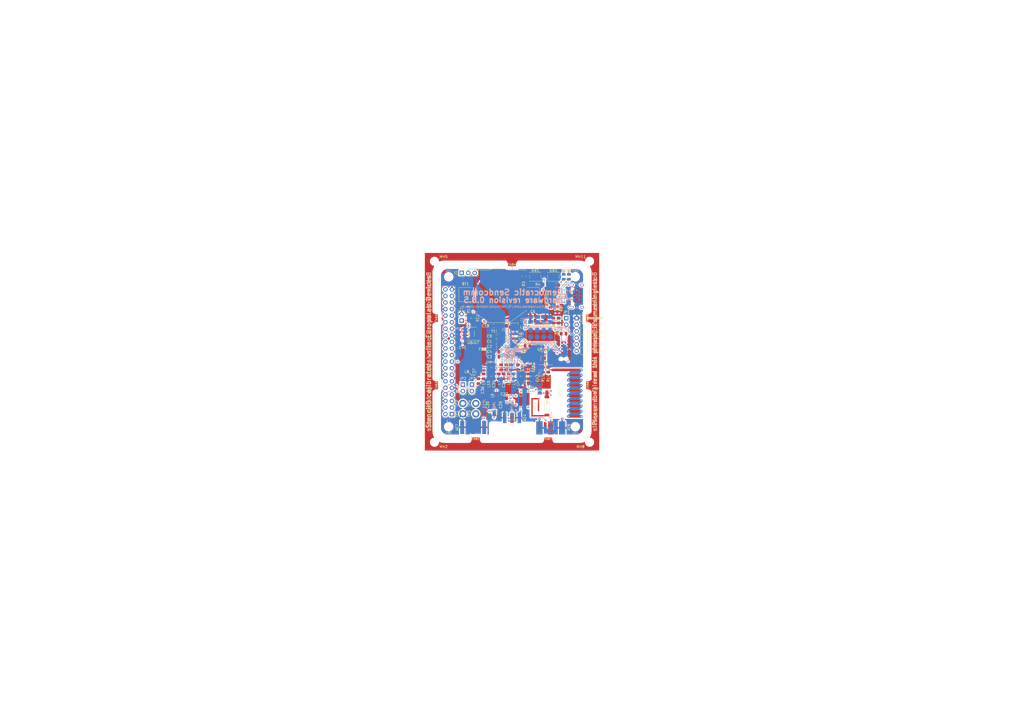
<source format=kicad_pcb>
(kicad_pcb (version 20171130) (host pcbnew 5.1.5+dfsg1-2build2)

  (general
    (thickness 1.6)
    (drawings 102)
    (tracks 785)
    (zones 0)
    (modules 125)
    (nets 135)
  )

  (page A3)
  (title_block
    (title "Democratic Sendcomm")
    (date 2020-10-20)
    (rev 0.8.5)
    (company "Europalab Devices")
    (comment 1 "Copyright © 2020, Europalab Devices")
    (comment 2 "Fulfilling requirements of 20200210")
    (comment 3 "Pending quality assurance testing")
    (comment 4 "Release revision for manufacturing")
  )

  (layers
    (0 F.Cu signal)
    (1 In1.Cu signal)
    (2 In2.Cu signal)
    (31 B.Cu signal)
    (34 B.Paste user)
    (35 F.Paste user)
    (36 B.SilkS user)
    (37 F.SilkS user)
    (38 B.Mask user)
    (39 F.Mask user)
    (40 Dwgs.User user)
    (41 Cmts.User user)
    (44 Edge.Cuts user)
    (45 Margin user)
    (46 B.CrtYd user)
    (47 F.CrtYd user)
    (48 B.Fab user)
    (49 F.Fab user)
  )

  (setup
    (last_trace_width 0.09)
    (user_trace_width 0.1016)
    (user_trace_width 0.127)
    (user_trace_width 0.2)
    (trace_clearance 0.09)
    (zone_clearance 0.508)
    (zone_45_only no)
    (trace_min 0.09)
    (via_size 0.356)
    (via_drill 0.2)
    (via_min_size 0.356)
    (via_min_drill 0.2)
    (user_via 0.45 0.2)
    (user_via 0.6 0.3)
    (uvia_size 0.45)
    (uvia_drill 0.1)
    (uvias_allowed no)
    (uvia_min_size 0.45)
    (uvia_min_drill 0.1)
    (edge_width 0.1)
    (segment_width 0.1)
    (pcb_text_width 0.25)
    (pcb_text_size 1 1)
    (mod_edge_width 0.15)
    (mod_text_size 1 1)
    (mod_text_width 0.15)
    (pad_size 2.5 2.5)
    (pad_drill 2.5)
    (pad_to_mask_clearance 0)
    (aux_axis_origin 0 0)
    (visible_elements 7FFFFFFF)
    (pcbplotparams
      (layerselection 0x313fc_ffffffff)
      (usegerberextensions true)
      (usegerberattributes false)
      (usegerberadvancedattributes false)
      (creategerberjobfile false)
      (excludeedgelayer true)
      (linewidth 0.150000)
      (plotframeref false)
      (viasonmask false)
      (mode 1)
      (useauxorigin false)
      (hpglpennumber 1)
      (hpglpenspeed 20)
      (hpglpendiameter 15.000000)
      (psnegative false)
      (psa4output false)
      (plotreference true)
      (plotvalue true)
      (plotinvisibletext false)
      (padsonsilk false)
      (subtractmaskfromsilk false)
      (outputformat 1)
      (mirror false)
      (drillshape 0)
      (scaleselection 1)
      (outputdirectory "fabsingle"))
  )

  (net 0 "")
  (net 1 GND)
  (net 2 "Net-(AE1-Pad1)")
  (net 3 /Sheet5F53D5B4/RFSWPWR)
  (net 4 "Net-(C8-Pad1)")
  (net 5 /Sheet5F53D5B4/POWAMP)
  (net 6 "Net-(C13-Pad1)")
  (net 7 /Sheet5F53D5B4/HFOUT)
  (net 8 +3V3)
  (net 9 "Net-(C29-Pad1)")
  (net 10 /Sheet5F53D5B4/UART_RX)
  (net 11 /Sheet5F53D5B4/UART_TX)
  (net 12 /Sheet5F53D5B4/HPOUT)
  (net 13 /Sheet5F53D5B4/HFIN)
  (net 14 /Sheet5F53D5B4/BANDSEL)
  (net 15 "Net-(XC1-Pad1)")
  (net 16 "Net-(BT1-Pad1)")
  (net 17 /Sheet5F53D5B4/USB_BUS)
  (net 18 "Net-(C33-Pad1)")
  (net 19 "Net-(C34-Pad1)")
  (net 20 /Sheet5F53D5B4/CMDRST)
  (net 21 "Net-(D1-Pad2)")
  (net 22 "Net-(D1-Pad1)")
  (net 23 "Net-(D2-Pad1)")
  (net 24 "Net-(D2-Pad2)")
  (net 25 /Sheet5F53D5B4/USB_P)
  (net 26 /Sheet5F53D5B4/USB_N)
  (net 27 /Sheet60040980/ID_SD)
  (net 28 /Sheet60040980/ID_SC)
  (net 29 /Sheet5F53D5B4/SWDCLK)
  (net 30 "Net-(J3-Pad7)")
  (net 31 "Net-(J3-Pad8)")
  (net 32 "Net-(J4-Pad6)")
  (net 33 /Sheet5F53D5B4/CN_VBAT)
  (net 34 /Sheet5F53D5B4/I2C_SCL)
  (net 35 /Sheet5F53D5B4/I2C_SDA)
  (net 36 "Net-(TP3-Pad1)")
  (net 37 "Net-(TP4-Pad1)")
  (net 38 /Sheet5F53D5B4/XCEIV)
  (net 39 /Sheet5F53D5B4/CRYSTAL_XIN-RESERVED)
  (net 40 /Sheet5F53D5B4/CRYSTAL_XOUT-RESERVED)
  (net 41 "Net-(AE5-Pad2)")
  (net 42 "Net-(C1-Pad1)")
  (net 43 "Net-(C7-Pad1)")
  (net 44 "Net-(C14-Pad1)")
  (net 45 "Net-(C17-Pad1)")
  (net 46 "Net-(C18-Pad2)")
  (net 47 "Net-(C19-Pad2)")
  (net 48 "Net-(C23-Pad2)")
  (net 49 "Net-(C23-Pad1)")
  (net 50 "Net-(C24-Pad1)")
  (net 51 "Net-(C24-Pad2)")
  (net 52 "Net-(C29-Pad2)")
  (net 53 "Net-(C33-Pad2)")
  (net 54 "Net-(C35-Pad2)")
  (net 55 "Net-(C40-Pad1)")
  (net 56 "Net-(J2-PadB5)")
  (net 57 "Net-(J2-PadA8)")
  (net 58 "Net-(J2-PadA5)")
  (net 59 "Net-(J2-PadB8)")
  (net 60 "Net-(J2-PadA4)")
  (net 61 "Net-(J3-Pad2)")
  (net 62 "Net-(J3-Pad3)")
  (net 63 "Net-(J3-Pad4)")
  (net 64 "Net-(J3-Pad5)")
  (net 65 "Net-(J3-Pad10)")
  (net 66 "Net-(J3-Pad11)")
  (net 67 "Net-(J3-Pad12)")
  (net 68 "Net-(J3-Pad13)")
  (net 69 "Net-(J3-Pad15)")
  (net 70 "Net-(J3-Pad16)")
  (net 71 "Net-(J3-Pad18)")
  (net 72 "Net-(J3-Pad19)")
  (net 73 "Net-(J3-Pad21)")
  (net 74 "Net-(J3-Pad22)")
  (net 75 "Net-(J3-Pad23)")
  (net 76 "Net-(J3-Pad24)")
  (net 77 "Net-(J3-Pad26)")
  (net 78 "Net-(J3-Pad29)")
  (net 79 "Net-(J3-Pad31)")
  (net 80 "Net-(J3-Pad32)")
  (net 81 "Net-(J3-Pad33)")
  (net 82 "Net-(J3-Pad35)")
  (net 83 "Net-(J3-Pad36)")
  (net 84 "Net-(J3-Pad37)")
  (net 85 "Net-(J3-Pad38)")
  (net 86 "Net-(J3-Pad40)")
  (net 87 "Net-(J4-Pad7)")
  (net 88 "Net-(J4-Pad8)")
  (net 89 "Net-(J5-Pad2)")
  (net 90 "Net-(J5-Pad3)")
  (net 91 "Net-(J5-Pad6)")
  (net 92 "Net-(J6-Pad1)")
  (net 93 "Net-(L1-Pad2)")
  (net 94 "Net-(R3-Pad1)")
  (net 95 "Net-(R4-Pad1)")
  (net 96 "Net-(R4-Pad2)")
  (net 97 "Net-(U2-Pad5)")
  (net 98 "Net-(U3-PadG1)")
  (net 99 "Net-(U3-PadH1)")
  (net 100 "Net-(U3-PadE3)")
  (net 101 "Net-(U3-PadB4)")
  (net 102 "Net-(U3-PadE4)")
  (net 103 "Net-(U3-PadF4)")
  (net 104 "Net-(U3-PadE5)")
  (net 105 "Net-(U3-PadH6)")
  (net 106 "Net-(U3-PadC7)")
  (net 107 "Net-(U3-PadD7)")
  (net 108 "Net-(U3-PadH7)")
  (net 109 "Net-(U3-PadD8)")
  (net 110 "Net-(U5-Pad3)")
  (net 111 "Net-(U5-Pad4)")
  (net 112 "Net-(U8-Pad7)")
  (net 113 "Net-(U8-Pad3)")
  (net 114 "Net-(U8-Pad2)")
  (net 115 "Net-(U8-Pad1)")
  (net 116 "Net-(U9-Pad1)")
  (net 117 "Net-(U9-Pad2)")
  (net 118 "Net-(U9-Pad3)")
  (net 119 "Net-(U9-Pad7)")
  (net 120 /Sheet5F53D5B4/SWDIO)
  (net 121 "Net-(AE2-Pad1)")
  (net 122 "Net-(AE4-Pad1)")
  (net 123 "Net-(AE5-Pad1)")
  (net 124 "Net-(AE6-Pad1)")
  (net 125 "Net-(AE7-Pad1)")
  (net 126 "Net-(JP10-Pad1)")
  (net 127 "Net-(J6-Pad2)")
  (net 128 "Net-(J6-Pad3)")
  (net 129 "Net-(J6-Pad4)")
  (net 130 "Net-(J6-Pad5)")
  (net 131 "Net-(J6-Pad6)")
  (net 132 "Net-(J6-Pad7)")
  (net 133 "Net-(J6-Pad8)")
  (net 134 "Net-(J7-Pad1)")

  (net_class Default "This is the default net class."
    (clearance 0.09)
    (trace_width 0.09)
    (via_dia 0.356)
    (via_drill 0.2)
    (uvia_dia 0.45)
    (uvia_drill 0.1)
    (add_net +3V3)
    (add_net /Sheet5F53D5B4/BANDSEL)
    (add_net /Sheet5F53D5B4/CMDRST)
    (add_net /Sheet5F53D5B4/CN_VBAT)
    (add_net /Sheet5F53D5B4/CRYSTAL_XIN-RESERVED)
    (add_net /Sheet5F53D5B4/CRYSTAL_XOUT-RESERVED)
    (add_net /Sheet5F53D5B4/HFIN)
    (add_net /Sheet5F53D5B4/HFOUT)
    (add_net /Sheet5F53D5B4/HPOUT)
    (add_net /Sheet5F53D5B4/I2C_SCL)
    (add_net /Sheet5F53D5B4/I2C_SDA)
    (add_net /Sheet5F53D5B4/POWAMP)
    (add_net /Sheet5F53D5B4/RFSWPWR)
    (add_net /Sheet5F53D5B4/SWDCLK)
    (add_net /Sheet5F53D5B4/SWDIO)
    (add_net /Sheet5F53D5B4/UART_RX)
    (add_net /Sheet5F53D5B4/UART_TX)
    (add_net /Sheet5F53D5B4/USB_BUS)
    (add_net /Sheet5F53D5B4/USB_N)
    (add_net /Sheet5F53D5B4/USB_P)
    (add_net /Sheet5F53D5B4/XCEIV)
    (add_net /Sheet60040980/ID_SC)
    (add_net /Sheet60040980/ID_SD)
    (add_net GND)
    (add_net "Net-(AE1-Pad1)")
    (add_net "Net-(AE2-Pad1)")
    (add_net "Net-(AE4-Pad1)")
    (add_net "Net-(AE5-Pad1)")
    (add_net "Net-(AE5-Pad2)")
    (add_net "Net-(AE6-Pad1)")
    (add_net "Net-(AE7-Pad1)")
    (add_net "Net-(BT1-Pad1)")
    (add_net "Net-(C1-Pad1)")
    (add_net "Net-(C13-Pad1)")
    (add_net "Net-(C14-Pad1)")
    (add_net "Net-(C17-Pad1)")
    (add_net "Net-(C18-Pad2)")
    (add_net "Net-(C19-Pad2)")
    (add_net "Net-(C23-Pad1)")
    (add_net "Net-(C23-Pad2)")
    (add_net "Net-(C24-Pad1)")
    (add_net "Net-(C24-Pad2)")
    (add_net "Net-(C29-Pad1)")
    (add_net "Net-(C29-Pad2)")
    (add_net "Net-(C33-Pad1)")
    (add_net "Net-(C33-Pad2)")
    (add_net "Net-(C34-Pad1)")
    (add_net "Net-(C35-Pad2)")
    (add_net "Net-(C40-Pad1)")
    (add_net "Net-(C7-Pad1)")
    (add_net "Net-(C8-Pad1)")
    (add_net "Net-(D1-Pad1)")
    (add_net "Net-(D1-Pad2)")
    (add_net "Net-(D2-Pad1)")
    (add_net "Net-(D2-Pad2)")
    (add_net "Net-(J2-PadA4)")
    (add_net "Net-(J2-PadA5)")
    (add_net "Net-(J2-PadA8)")
    (add_net "Net-(J2-PadB5)")
    (add_net "Net-(J2-PadB8)")
    (add_net "Net-(J3-Pad10)")
    (add_net "Net-(J3-Pad11)")
    (add_net "Net-(J3-Pad12)")
    (add_net "Net-(J3-Pad13)")
    (add_net "Net-(J3-Pad15)")
    (add_net "Net-(J3-Pad16)")
    (add_net "Net-(J3-Pad18)")
    (add_net "Net-(J3-Pad19)")
    (add_net "Net-(J3-Pad2)")
    (add_net "Net-(J3-Pad21)")
    (add_net "Net-(J3-Pad22)")
    (add_net "Net-(J3-Pad23)")
    (add_net "Net-(J3-Pad24)")
    (add_net "Net-(J3-Pad26)")
    (add_net "Net-(J3-Pad29)")
    (add_net "Net-(J3-Pad3)")
    (add_net "Net-(J3-Pad31)")
    (add_net "Net-(J3-Pad32)")
    (add_net "Net-(J3-Pad33)")
    (add_net "Net-(J3-Pad35)")
    (add_net "Net-(J3-Pad36)")
    (add_net "Net-(J3-Pad37)")
    (add_net "Net-(J3-Pad38)")
    (add_net "Net-(J3-Pad4)")
    (add_net "Net-(J3-Pad40)")
    (add_net "Net-(J3-Pad5)")
    (add_net "Net-(J3-Pad7)")
    (add_net "Net-(J3-Pad8)")
    (add_net "Net-(J4-Pad6)")
    (add_net "Net-(J4-Pad7)")
    (add_net "Net-(J4-Pad8)")
    (add_net "Net-(J5-Pad2)")
    (add_net "Net-(J5-Pad3)")
    (add_net "Net-(J5-Pad6)")
    (add_net "Net-(J6-Pad1)")
    (add_net "Net-(J6-Pad2)")
    (add_net "Net-(J6-Pad3)")
    (add_net "Net-(J6-Pad4)")
    (add_net "Net-(J6-Pad5)")
    (add_net "Net-(J6-Pad6)")
    (add_net "Net-(J6-Pad7)")
    (add_net "Net-(J6-Pad8)")
    (add_net "Net-(J7-Pad1)")
    (add_net "Net-(JP10-Pad1)")
    (add_net "Net-(L1-Pad2)")
    (add_net "Net-(R3-Pad1)")
    (add_net "Net-(R4-Pad1)")
    (add_net "Net-(R4-Pad2)")
    (add_net "Net-(TP3-Pad1)")
    (add_net "Net-(TP4-Pad1)")
    (add_net "Net-(U2-Pad5)")
    (add_net "Net-(U3-PadB4)")
    (add_net "Net-(U3-PadC7)")
    (add_net "Net-(U3-PadD7)")
    (add_net "Net-(U3-PadD8)")
    (add_net "Net-(U3-PadE3)")
    (add_net "Net-(U3-PadE4)")
    (add_net "Net-(U3-PadE5)")
    (add_net "Net-(U3-PadF4)")
    (add_net "Net-(U3-PadG1)")
    (add_net "Net-(U3-PadH1)")
    (add_net "Net-(U3-PadH6)")
    (add_net "Net-(U3-PadH7)")
    (add_net "Net-(U5-Pad3)")
    (add_net "Net-(U5-Pad4)")
    (add_net "Net-(U8-Pad1)")
    (add_net "Net-(U8-Pad2)")
    (add_net "Net-(U8-Pad3)")
    (add_net "Net-(U8-Pad7)")
    (add_net "Net-(U9-Pad1)")
    (add_net "Net-(U9-Pad2)")
    (add_net "Net-(U9-Pad3)")
    (add_net "Net-(U9-Pad7)")
    (add_net "Net-(XC1-Pad1)")
  )

  (net_class Power ""
    (clearance 0.2)
    (trace_width 0.5)
    (via_dia 1)
    (via_drill 0.7)
    (uvia_dia 0.5)
    (uvia_drill 0.1)
  )

  (module Elabdev:TFBGA-64_8x8_6.0x6.0mm_P0.65mm (layer F.Cu) (tedit 5F6BA77A) (tstamp 5F68786E)
    (at 210 148)
    (path /5F53D5B5/6052EF69)
    (solder_mask_margin 0.025)
    (clearance 0.0508)
    (attr smd)
    (fp_text reference U3 (at 4.25 0) (layer F.SilkS)
      (effects (font (size 1 1) (thickness 0.15)))
    )
    (fp_text value ATSAMR34 (at 0 4) (layer F.Fab)
      (effects (font (size 1 1) (thickness 0.15)))
    )
    (fp_line (start -2 -3) (end -3 -2) (layer F.Fab) (width 0.1))
    (fp_line (start -3 -2) (end -3 3) (layer F.Fab) (width 0.1))
    (fp_line (start -3 3) (end 3 3) (layer F.Fab) (width 0.1))
    (fp_line (start 3 3) (end 3 -3) (layer F.Fab) (width 0.1))
    (fp_line (start 3 -3) (end -2 -3) (layer F.Fab) (width 0.1))
    (fp_line (start 1.62 -3.12) (end 3.12 -3.12) (layer F.SilkS) (width 0.12))
    (fp_line (start 3.12 -3.12) (end 3.12 -1.62) (layer F.SilkS) (width 0.12))
    (fp_line (start 1.62 -3.12) (end 3.12 -3.12) (layer F.SilkS) (width 0.12))
    (fp_line (start 3.12 -3.12) (end 3.12 -1.62) (layer F.SilkS) (width 0.12))
    (fp_line (start 1.62 3.12) (end 3.12 3.12) (layer F.SilkS) (width 0.12))
    (fp_line (start 3.12 3.12) (end 3.12 1.62) (layer F.SilkS) (width 0.12))
    (fp_line (start 1.62 -3.12) (end 3.12 -3.12) (layer F.SilkS) (width 0.12))
    (fp_line (start 3.12 -3.12) (end 3.12 -1.62) (layer F.SilkS) (width 0.12))
    (fp_line (start -1.62 3.12) (end -3.12 3.12) (layer F.SilkS) (width 0.12))
    (fp_line (start -3.12 3.12) (end -3.12 1.62) (layer F.SilkS) (width 0.12))
    (fp_line (start -1.62 -3.12) (end -2 -3.12) (layer F.SilkS) (width 0.12))
    (fp_line (start -2 -3.12) (end -3.12 -2) (layer F.SilkS) (width 0.12))
    (fp_line (start -3.12 -2) (end -3.12 -1.62) (layer F.SilkS) (width 0.12))
    (fp_circle (center -3 -3) (end -3 -2.9) (layer F.SilkS) (width 0.2))
    (fp_line (start -4 -4) (end 4 -4) (layer F.CrtYd) (width 0.05))
    (fp_line (start 4 -4) (end 4 4) (layer F.CrtYd) (width 0.05))
    (fp_line (start 4 4) (end -4 4) (layer F.CrtYd) (width 0.05))
    (fp_line (start -4 4) (end -4 -4) (layer F.CrtYd) (width 0.05))
    (pad A1 smd circle (at -2.275 -2.275) (size 0.32 0.32) (layers F.Cu F.Paste F.Mask)
      (net 13 /Sheet5F53D5B4/HFIN))
    (pad B1 smd circle (at -2.275 -1.625) (size 0.32 0.32) (layers F.Cu F.Paste F.Mask)
      (net 7 /Sheet5F53D5B4/HFOUT))
    (pad C1 smd circle (at -2.275 -0.975) (size 0.32 0.32) (layers F.Cu F.Paste F.Mask)
      (net 42 "Net-(C1-Pad1)"))
    (pad D1 smd circle (at -2.275 -0.325) (size 0.32 0.32) (layers F.Cu F.Paste F.Mask)
      (net 5 /Sheet5F53D5B4/POWAMP))
    (pad E1 smd circle (at -2.275 0.325) (size 0.32 0.32) (layers F.Cu F.Paste F.Mask)
      (net 1 GND))
    (pad F1 smd circle (at -2.275 0.975) (size 0.32 0.32) (layers F.Cu F.Paste F.Mask)
      (net 12 /Sheet5F53D5B4/HPOUT))
    (pad G1 smd circle (at -2.275 1.625) (size 0.32 0.32) (layers F.Cu F.Paste F.Mask)
      (net 98 "Net-(U3-PadG1)"))
    (pad H1 smd circle (at -2.275 2.275) (size 0.32 0.32) (layers F.Cu F.Paste F.Mask)
      (net 99 "Net-(U3-PadH1)"))
    (pad A2 smd circle (at -1.625 -2.275) (size 0.32 0.32) (layers F.Cu F.Paste F.Mask)
      (net 1 GND))
    (pad B2 smd circle (at -1.625 -1.625) (size 0.32 0.32) (layers F.Cu F.Paste F.Mask)
      (net 1 GND))
    (pad C2 smd circle (at -1.625 -0.975) (size 0.32 0.32) (layers F.Cu F.Paste F.Mask)
      (net 42 "Net-(C1-Pad1)"))
    (pad D2 smd circle (at -1.625 -0.325) (size 0.32 0.32) (layers F.Cu F.Paste F.Mask)
      (net 38 /Sheet5F53D5B4/XCEIV))
    (pad E2 smd circle (at -1.625 0.325) (size 0.32 0.32) (layers F.Cu F.Paste F.Mask)
      (net 1 GND))
    (pad F2 smd circle (at -1.625 0.975) (size 0.32 0.32) (layers F.Cu F.Paste F.Mask)
      (net 1 GND))
    (pad G2 smd circle (at -1.625 1.625) (size 0.32 0.32) (layers F.Cu F.Paste F.Mask)
      (net 1 GND))
    (pad H2 smd circle (at -1.625 2.275) (size 0.32 0.32) (layers F.Cu F.Paste F.Mask)
      (net 44 "Net-(C14-Pad1)"))
    (pad A3 smd circle (at -0.975 -2.275) (size 0.32 0.32) (layers F.Cu F.Paste F.Mask)
      (net 46 "Net-(C18-Pad2)"))
    (pad B3 smd circle (at -0.975 -1.625) (size 0.32 0.32) (layers F.Cu F.Paste F.Mask)
      (net 1 GND))
    (pad C3 smd circle (at -0.975 -0.975) (size 0.32 0.32) (layers F.Cu F.Paste F.Mask)
      (net 33 /Sheet5F53D5B4/CN_VBAT))
    (pad D3 smd circle (at -0.975 -0.325) (size 0.32 0.32) (layers F.Cu F.Paste F.Mask)
      (net 11 /Sheet5F53D5B4/UART_TX))
    (pad E3 smd circle (at -0.975 0.325) (size 0.32 0.32) (layers F.Cu F.Paste F.Mask)
      (net 100 "Net-(U3-PadE3)"))
    (pad F3 smd circle (at -0.975 0.975) (size 0.32 0.32) (layers F.Cu F.Paste F.Mask)
      (net 17 /Sheet5F53D5B4/USB_BUS))
    (pad G3 smd circle (at -0.975 1.625) (size 0.32 0.32) (layers F.Cu F.Paste F.Mask)
      (net 1 GND))
    (pad H3 smd circle (at -0.975 2.275) (size 0.32 0.32) (layers F.Cu F.Paste F.Mask)
      (net 42 "Net-(C1-Pad1)"))
    (pad A4 smd circle (at -0.325 -2.275) (size 0.32 0.32) (layers F.Cu F.Paste F.Mask)
      (net 47 "Net-(C19-Pad2)"))
    (pad B4 smd circle (at -0.325 -1.625) (size 0.32 0.32) (layers F.Cu F.Paste F.Mask)
      (net 101 "Net-(U3-PadB4)"))
    (pad C4 smd circle (at -0.325 -0.975) (size 0.32 0.32) (layers F.Cu F.Paste F.Mask)
      (net 10 /Sheet5F53D5B4/UART_RX))
    (pad D4 smd circle (at -0.325 -0.325) (size 0.32 0.32) (layers F.Cu F.Paste F.Mask)
      (net 1 GND))
    (pad E4 smd circle (at -0.325 0.325) (size 0.32 0.32) (layers F.Cu F.Paste F.Mask)
      (net 102 "Net-(U3-PadE4)"))
    (pad F4 smd circle (at -0.325 0.975) (size 0.32 0.32) (layers F.Cu F.Paste F.Mask)
      (net 103 "Net-(U3-PadF4)"))
    (pad G4 smd circle (at -0.325 1.625) (size 0.32 0.32) (layers F.Cu F.Paste F.Mask)
      (net 8 +3V3))
    (pad H4 smd circle (at -0.325 2.275) (size 0.32 0.32) (layers F.Cu F.Paste F.Mask)
      (net 6 "Net-(C13-Pad1)"))
    (pad A5 smd circle (at 0.325 -2.275) (size 0.32 0.32) (layers F.Cu F.Paste F.Mask)
      (net 45 "Net-(C17-Pad1)"))
    (pad B5 smd circle (at 0.325 -1.625) (size 0.32 0.32) (layers F.Cu F.Paste F.Mask)
      (net 1 GND))
    (pad C5 smd circle (at 0.325 -0.975) (size 0.32 0.32) (layers F.Cu F.Paste F.Mask)
      (net 29 /Sheet5F53D5B4/SWDCLK))
    (pad D5 smd circle (at 0.325 -0.325) (size 0.32 0.32) (layers F.Cu F.Paste F.Mask)
      (net 120 /Sheet5F53D5B4/SWDIO))
    (pad E5 smd circle (at 0.325 0.325) (size 0.32 0.32) (layers F.Cu F.Paste F.Mask)
      (net 104 "Net-(U3-PadE5)"))
    (pad F5 smd circle (at 0.325 0.975) (size 0.32 0.32) (layers F.Cu F.Paste F.Mask)
      (net 3 /Sheet5F53D5B4/RFSWPWR))
    (pad G5 smd circle (at 0.325 1.625) (size 0.32 0.32) (layers F.Cu F.Paste F.Mask)
      (net 1 GND))
    (pad H5 smd circle (at 0.325 2.275) (size 0.32 0.32) (layers F.Cu F.Paste F.Mask)
      (net 1 GND))
    (pad A6 smd circle (at 0.975 -2.275) (size 0.32 0.32) (layers F.Cu F.Paste F.Mask)
      (net 93 "Net-(L1-Pad2)"))
    (pad B6 smd circle (at 0.975 -1.625) (size 0.32 0.32) (layers F.Cu F.Paste F.Mask)
      (net 20 /Sheet5F53D5B4/CMDRST))
    (pad C6 smd circle (at 0.975 -0.975) (size 0.32 0.32) (layers F.Cu F.Paste F.Mask)
      (net 95 "Net-(R4-Pad1)"))
    (pad D6 smd circle (at 0.975 -0.325) (size 0.32 0.32) (layers F.Cu F.Paste F.Mask)
      (net 1 GND))
    (pad E6 smd circle (at 0.975 0.325) (size 0.32 0.32) (layers F.Cu F.Paste F.Mask)
      (net 34 /Sheet5F53D5B4/I2C_SCL))
    (pad F6 smd circle (at 0.975 0.975) (size 0.32 0.32) (layers F.Cu F.Paste F.Mask)
      (net 14 /Sheet5F53D5B4/BANDSEL))
    (pad G6 smd circle (at 0.975 1.625) (size 0.32 0.32) (layers F.Cu F.Paste F.Mask)
      (net 1 GND))
    (pad H6 smd circle (at 0.975 2.275) (size 0.32 0.32) (layers F.Cu F.Paste F.Mask)
      (net 105 "Net-(U3-PadH6)"))
    (pad A7 smd circle (at 1.625 -2.275) (size 0.32 0.32) (layers F.Cu F.Paste F.Mask)
      (net 8 +3V3))
    (pad B7 smd circle (at 1.625 -1.625) (size 0.32 0.32) (layers F.Cu F.Paste F.Mask)
      (net 1 GND))
    (pad C7 smd circle (at 1.625 -0.975) (size 0.32 0.32) (layers F.Cu F.Paste F.Mask)
      (net 106 "Net-(U3-PadC7)"))
    (pad D7 smd circle (at 1.625 -0.325) (size 0.32 0.32) (layers F.Cu F.Paste F.Mask)
      (net 107 "Net-(U3-PadD7)"))
    (pad E7 smd circle (at 1.625 0.325) (size 0.32 0.32) (layers F.Cu F.Paste F.Mask)
      (net 22 "Net-(D1-Pad1)"))
    (pad F7 smd circle (at 1.625 0.975) (size 0.32 0.32) (layers F.Cu F.Paste F.Mask)
      (net 35 /Sheet5F53D5B4/I2C_SDA))
    (pad G7 smd circle (at 1.625 1.625) (size 0.32 0.32) (layers F.Cu F.Paste F.Mask)
      (net 1 GND))
    (pad H7 smd circle (at 1.625 2.275) (size 0.32 0.32) (layers F.Cu F.Paste F.Mask)
      (net 108 "Net-(U3-PadH7)"))
    (pad A8 smd circle (at 2.275 -2.275) (size 0.32 0.32) (layers F.Cu F.Paste F.Mask)
      (net 8 +3V3))
    (pad B8 smd circle (at 2.275 -1.625) (size 0.32 0.32) (layers F.Cu F.Paste F.Mask)
      (net 26 /Sheet5F53D5B4/USB_N))
    (pad C8 smd circle (at 2.275 -0.975) (size 0.32 0.32) (layers F.Cu F.Paste F.Mask)
      (net 25 /Sheet5F53D5B4/USB_P))
    (pad D8 smd circle (at 2.275 -0.325) (size 0.32 0.32) (layers F.Cu F.Paste F.Mask)
      (net 109 "Net-(U3-PadD8)"))
    (pad E8 smd circle (at 2.275 0.325) (size 0.32 0.32) (layers F.Cu F.Paste F.Mask)
      (net 23 "Net-(D2-Pad1)"))
    (pad F8 smd circle (at 2.275 0.975) (size 0.32 0.32) (layers F.Cu F.Paste F.Mask)
      (net 39 /Sheet5F53D5B4/CRYSTAL_XIN-RESERVED))
    (pad G8 smd circle (at 2.275 1.625) (size 0.32 0.32) (layers F.Cu F.Paste F.Mask)
      (net 40 /Sheet5F53D5B4/CRYSTAL_XOUT-RESERVED))
    (pad H8 smd circle (at 2.275 2.275) (size 0.32 0.32) (layers F.Cu F.Paste F.Mask)
      (net 8 +3V3))
    (model ${KISYS3DMOD}/Package_BGA.3dshapes/TFBGA-64_5x5mm_Layout8x8_P0.5mm.wrl
      (at (xyz 0 0 0))
      (scale (xyz 1.2 1.2 1.2))
      (rotate (xyz 0 0 0))
    )
  )

  (module Elabdev:Panel_Mousetab_25mm_Single (layer F.Cu) (tedit 5CD9E502) (tstamp 5F680FEC)
    (at 224 181.75 90)
    (path /5CD9EB0D)
    (fp_text reference TAB7 (at 0 0) (layer F.SilkS)
      (effects (font (size 0.8 0.8) (thickness 0.13)))
    )
    (fp_text value Pantab (at 0 3.5 90) (layer F.Fab)
      (effects (font (size 1 1) (thickness 0.15)))
    )
    (fp_line (start 1.25 -2.2) (end 1.25 2.2) (layer F.Fab) (width 0.15))
    (fp_line (start -1.25 -2.2) (end -1.25 2.2) (layer F.Fab) (width 0.15))
    (fp_line (start 2.1 -2.6) (end 2.1 2.6) (layer F.CrtYd) (width 0.15))
    (fp_line (start 2.1 2.6) (end -2.1 2.6) (layer F.CrtYd) (width 0.15))
    (fp_line (start -2.1 2.6) (end -2.1 -2.6) (layer F.CrtYd) (width 0.15))
    (fp_line (start -2.1 -2.6) (end 2.1 -2.6) (layer F.CrtYd) (width 0.15))
    (pad "" np_thru_hole circle (at 1.35 2 90) (size 0.5 0.5) (drill 0.5) (layers *.Cu))
    (pad "" np_thru_hole circle (at 1.35 1.2 90) (size 0.5 0.5) (drill 0.5) (layers *.Cu))
    (pad "" np_thru_hole circle (at 1.35 0.4 90) (size 0.5 0.5) (drill 0.5) (layers *.Cu))
    (pad "" np_thru_hole circle (at 1.35 -0.4 90) (size 0.5 0.5) (drill 0.5) (layers *.Cu))
    (pad "" np_thru_hole circle (at 1.35 -1.2 90) (size 0.5 0.5) (drill 0.5) (layers *.Cu))
    (pad "" np_thru_hole circle (at 1.35 -2 90) (size 0.5 0.5) (drill 0.5) (layers *.Cu))
  )

  (module Elabdev:Panel_Mousetab_25mm_Single (layer F.Cu) (tedit 5CD9E59A) (tstamp 5F4C0A71)
    (at 210 114.25 270)
    (path /5CD5C3A7)
    (fp_text reference TAB4 (at 0 0 180) (layer F.SilkS)
      (effects (font (size 0.8 0.8) (thickness 0.13)))
    )
    (fp_text value Pantab (at 0 -3.5 270) (layer F.Fab)
      (effects (font (size 1 1) (thickness 0.15)))
    )
    (fp_line (start 1.25 -2.2) (end 1.25 2.2) (layer F.Fab) (width 0.15))
    (fp_line (start -1.25 -2.2) (end -1.25 2.2) (layer F.Fab) (width 0.15))
    (fp_line (start 2.1 -2.6) (end 2.1 2.6) (layer F.CrtYd) (width 0.15))
    (fp_line (start 2.1 2.6) (end -2.1 2.6) (layer F.CrtYd) (width 0.15))
    (fp_line (start -2.1 2.6) (end -2.1 -2.6) (layer F.CrtYd) (width 0.15))
    (fp_line (start -2.1 -2.6) (end 2.1 -2.6) (layer F.CrtYd) (width 0.15))
    (pad "" np_thru_hole circle (at 1.35 2 270) (size 0.5 0.5) (drill 0.5) (layers *.Cu))
    (pad "" np_thru_hole circle (at 1.35 1.2 270) (size 0.5 0.5) (drill 0.5) (layers *.Cu))
    (pad "" np_thru_hole circle (at 1.35 0.4 270) (size 0.5 0.5) (drill 0.5) (layers *.Cu))
    (pad "" np_thru_hole circle (at 1.35 -0.4 270) (size 0.5 0.5) (drill 0.5) (layers *.Cu))
    (pad "" np_thru_hole circle (at 1.35 -1.2 270) (size 0.5 0.5) (drill 0.5) (layers *.Cu))
    (pad "" np_thru_hole circle (at 1.35 -2 270) (size 0.5 0.5) (drill 0.5) (layers *.Cu))
  )

  (module Elabdev:Panel_Mousetab_25mm_Single (layer F.Cu) (tedit 5CD9E502) (tstamp 5CE1C45C)
    (at 196 181.75 90)
    (path /5CD9EB0D)
    (fp_text reference TAB1 (at 0 0) (layer F.SilkS)
      (effects (font (size 0.8 0.8) (thickness 0.13)))
    )
    (fp_text value Pantab (at 0 3.5 90) (layer F.Fab)
      (effects (font (size 1 1) (thickness 0.15)))
    )
    (fp_line (start -2.1 -2.6) (end 2.1 -2.6) (layer F.CrtYd) (width 0.15))
    (fp_line (start -2.1 2.6) (end -2.1 -2.6) (layer F.CrtYd) (width 0.15))
    (fp_line (start 2.1 2.6) (end -2.1 2.6) (layer F.CrtYd) (width 0.15))
    (fp_line (start 2.1 -2.6) (end 2.1 2.6) (layer F.CrtYd) (width 0.15))
    (fp_line (start -1.25 -2.2) (end -1.25 2.2) (layer F.Fab) (width 0.15))
    (fp_line (start 1.25 -2.2) (end 1.25 2.2) (layer F.Fab) (width 0.15))
    (pad "" np_thru_hole circle (at 1.35 -2 90) (size 0.5 0.5) (drill 0.5) (layers *.Cu))
    (pad "" np_thru_hole circle (at 1.35 -1.2 90) (size 0.5 0.5) (drill 0.5) (layers *.Cu))
    (pad "" np_thru_hole circle (at 1.35 -0.4 90) (size 0.5 0.5) (drill 0.5) (layers *.Cu))
    (pad "" np_thru_hole circle (at 1.35 0.4 90) (size 0.5 0.5) (drill 0.5) (layers *.Cu))
    (pad "" np_thru_hole circle (at 1.35 1.2 90) (size 0.5 0.5) (drill 0.5) (layers *.Cu))
    (pad "" np_thru_hole circle (at 1.35 2 90) (size 0.5 0.5) (drill 0.5) (layers *.Cu))
  )

  (module Elabdev:Panel_Mousetab_25mm_Single (layer F.Cu) (tedit 5CD5AA6C) (tstamp 5F4C1007)
    (at 180.75 161)
    (path /5CD5C074)
    (fp_text reference TAB2 (at 0 0 90) (layer F.SilkS)
      (effects (font (size 0.8 0.8) (thickness 0.13)))
    )
    (fp_text value Pantab (at -2.5 0 -270) (layer F.Fab)
      (effects (font (size 1 1) (thickness 0.15)))
    )
    (fp_line (start -2.1 -2.6) (end 2.1 -2.6) (layer F.CrtYd) (width 0.15))
    (fp_line (start -2.1 2.6) (end -2.1 -2.6) (layer F.CrtYd) (width 0.15))
    (fp_line (start 2.1 2.6) (end -2.1 2.6) (layer F.CrtYd) (width 0.15))
    (fp_line (start 2.1 -2.6) (end 2.1 2.6) (layer F.CrtYd) (width 0.15))
    (fp_line (start -1.25 -2.2) (end -1.25 2.2) (layer F.Fab) (width 0.15))
    (fp_line (start 1.25 -2.2) (end 1.25 2.2) (layer F.Fab) (width 0.15))
    (pad "" np_thru_hole circle (at 1.35 -2) (size 0.5 0.5) (drill 0.5) (layers *.Cu))
    (pad "" np_thru_hole circle (at 1.35 -1.2) (size 0.5 0.5) (drill 0.5) (layers *.Cu))
    (pad "" np_thru_hole circle (at 1.35 -0.4) (size 0.5 0.5) (drill 0.5) (layers *.Cu))
    (pad "" np_thru_hole circle (at 1.35 0.4) (size 0.5 0.5) (drill 0.5) (layers *.Cu))
    (pad "" np_thru_hole circle (at 1.35 1.2) (size 0.5 0.5) (drill 0.5) (layers *.Cu))
    (pad "" np_thru_hole circle (at 1.35 2) (size 0.5 0.5) (drill 0.5) (layers *.Cu))
  )

  (module Elabdev:Panel_Mousetab_25mm_Single (layer F.Cu) (tedit 5CD5AA6C) (tstamp 5F4C1047)
    (at 180.75 135)
    (path /5CD5C074)
    (fp_text reference TAB3 (at 0 0 90) (layer F.SilkS)
      (effects (font (size 0.8 0.8) (thickness 0.13)))
    )
    (fp_text value Pantab (at -2.5 0 -270) (layer F.Fab)
      (effects (font (size 1 1) (thickness 0.15)))
    )
    (fp_line (start 1.25 -2.2) (end 1.25 2.2) (layer F.Fab) (width 0.15))
    (fp_line (start -1.25 -2.2) (end -1.25 2.2) (layer F.Fab) (width 0.15))
    (fp_line (start 2.1 -2.6) (end 2.1 2.6) (layer F.CrtYd) (width 0.15))
    (fp_line (start 2.1 2.6) (end -2.1 2.6) (layer F.CrtYd) (width 0.15))
    (fp_line (start -2.1 2.6) (end -2.1 -2.6) (layer F.CrtYd) (width 0.15))
    (fp_line (start -2.1 -2.6) (end 2.1 -2.6) (layer F.CrtYd) (width 0.15))
    (pad "" np_thru_hole circle (at 1.35 2) (size 0.5 0.5) (drill 0.5) (layers *.Cu))
    (pad "" np_thru_hole circle (at 1.35 1.2) (size 0.5 0.5) (drill 0.5) (layers *.Cu))
    (pad "" np_thru_hole circle (at 1.35 0.4) (size 0.5 0.5) (drill 0.5) (layers *.Cu))
    (pad "" np_thru_hole circle (at 1.35 -0.4) (size 0.5 0.5) (drill 0.5) (layers *.Cu))
    (pad "" np_thru_hole circle (at 1.35 -1.2) (size 0.5 0.5) (drill 0.5) (layers *.Cu))
    (pad "" np_thru_hole circle (at 1.35 -2) (size 0.5 0.5) (drill 0.5) (layers *.Cu))
  )

  (module Elabdev:Panel_Mousetab_25mm_Single (layer F.Cu) (tedit 5CD5AA6C) (tstamp 5F4C108A)
    (at 239.25 135 180)
    (path /5CD5C074)
    (fp_text reference TAB5 (at 0 0 90) (layer F.SilkS)
      (effects (font (size 0.8 0.8) (thickness 0.13)))
    )
    (fp_text value Pantab (at -2.5 0 90) (layer F.Fab)
      (effects (font (size 1 1) (thickness 0.15)))
    )
    (fp_line (start 1.25 -2.2) (end 1.25 2.2) (layer F.Fab) (width 0.15))
    (fp_line (start -1.25 -2.2) (end -1.25 2.2) (layer F.Fab) (width 0.15))
    (fp_line (start 2.1 -2.6) (end 2.1 2.6) (layer F.CrtYd) (width 0.15))
    (fp_line (start 2.1 2.6) (end -2.1 2.6) (layer F.CrtYd) (width 0.15))
    (fp_line (start -2.1 2.6) (end -2.1 -2.6) (layer F.CrtYd) (width 0.15))
    (fp_line (start -2.1 -2.6) (end 2.1 -2.6) (layer F.CrtYd) (width 0.15))
    (pad "" np_thru_hole circle (at 1.35 2 180) (size 0.5 0.5) (drill 0.5) (layers *.Cu))
    (pad "" np_thru_hole circle (at 1.35 1.2 180) (size 0.5 0.5) (drill 0.5) (layers *.Cu))
    (pad "" np_thru_hole circle (at 1.35 0.4 180) (size 0.5 0.5) (drill 0.5) (layers *.Cu))
    (pad "" np_thru_hole circle (at 1.35 -0.4 180) (size 0.5 0.5) (drill 0.5) (layers *.Cu))
    (pad "" np_thru_hole circle (at 1.35 -1.2 180) (size 0.5 0.5) (drill 0.5) (layers *.Cu))
    (pad "" np_thru_hole circle (at 1.35 -2 180) (size 0.5 0.5) (drill 0.5) (layers *.Cu))
  )

  (module Elabdev:Panel_Mousetab_25mm_Single (layer F.Cu) (tedit 5CD5AA6C) (tstamp 5F4C1067)
    (at 239.25 161 180)
    (path /5CD5C074)
    (fp_text reference TAB6 (at 0 0 90) (layer F.SilkS)
      (effects (font (size 0.8 0.8) (thickness 0.13)))
    )
    (fp_text value Pantab (at -2.5 0 90) (layer F.Fab)
      (effects (font (size 1 1) (thickness 0.15)))
    )
    (fp_line (start -2.1 -2.6) (end 2.1 -2.6) (layer F.CrtYd) (width 0.15))
    (fp_line (start -2.1 2.6) (end -2.1 -2.6) (layer F.CrtYd) (width 0.15))
    (fp_line (start 2.1 2.6) (end -2.1 2.6) (layer F.CrtYd) (width 0.15))
    (fp_line (start 2.1 -2.6) (end 2.1 2.6) (layer F.CrtYd) (width 0.15))
    (fp_line (start -1.25 -2.2) (end -1.25 2.2) (layer F.Fab) (width 0.15))
    (fp_line (start 1.25 -2.2) (end 1.25 2.2) (layer F.Fab) (width 0.15))
    (pad "" np_thru_hole circle (at 1.35 -2 180) (size 0.5 0.5) (drill 0.5) (layers *.Cu))
    (pad "" np_thru_hole circle (at 1.35 -1.2 180) (size 0.5 0.5) (drill 0.5) (layers *.Cu))
    (pad "" np_thru_hole circle (at 1.35 -0.4 180) (size 0.5 0.5) (drill 0.5) (layers *.Cu))
    (pad "" np_thru_hole circle (at 1.35 0.4 180) (size 0.5 0.5) (drill 0.5) (layers *.Cu))
    (pad "" np_thru_hole circle (at 1.35 1.2 180) (size 0.5 0.5) (drill 0.5) (layers *.Cu))
    (pad "" np_thru_hole circle (at 1.35 2 180) (size 0.5 0.5) (drill 0.5) (layers *.Cu))
  )

  (module Connector_PinSocket_2.54mm:PinSocket_2x20_P2.54mm_Vertical (layer B.Cu) (tedit 5A19A433) (tstamp 5F683F15)
    (at 186.77 172.13)
    (descr "Through hole straight socket strip, 2x20, 2.54mm pitch, double cols (from Kicad 4.0.7), script generated")
    (tags "Through hole socket strip THT 2x20 2.54mm double row")
    (path /60040981/5F6A7FD9)
    (fp_text reference J3 (at -1.27 2.77) (layer B.SilkS)
      (effects (font (size 1 1) (thickness 0.15)) (justify mirror))
    )
    (fp_text value RPIHAT-40W (at -1.27 -51.03) (layer B.Fab)
      (effects (font (size 1 1) (thickness 0.15)) (justify mirror))
    )
    (fp_line (start -3.81 1.27) (end 0.27 1.27) (layer B.Fab) (width 0.1))
    (fp_line (start 0.27 1.27) (end 1.27 0.27) (layer B.Fab) (width 0.1))
    (fp_line (start 1.27 0.27) (end 1.27 -49.53) (layer B.Fab) (width 0.1))
    (fp_line (start 1.27 -49.53) (end -3.81 -49.53) (layer B.Fab) (width 0.1))
    (fp_line (start -3.81 -49.53) (end -3.81 1.27) (layer B.Fab) (width 0.1))
    (fp_line (start -3.87 1.33) (end -1.27 1.33) (layer B.SilkS) (width 0.12))
    (fp_line (start -3.87 1.33) (end -3.87 -49.59) (layer B.SilkS) (width 0.12))
    (fp_line (start -3.87 -49.59) (end 1.33 -49.59) (layer B.SilkS) (width 0.12))
    (fp_line (start 1.33 -1.27) (end 1.33 -49.59) (layer B.SilkS) (width 0.12))
    (fp_line (start -1.27 -1.27) (end 1.33 -1.27) (layer B.SilkS) (width 0.12))
    (fp_line (start -1.27 1.33) (end -1.27 -1.27) (layer B.SilkS) (width 0.12))
    (fp_line (start 1.33 1.33) (end 1.33 0) (layer B.SilkS) (width 0.12))
    (fp_line (start 0 1.33) (end 1.33 1.33) (layer B.SilkS) (width 0.12))
    (fp_line (start -4.34 1.8) (end 1.76 1.8) (layer B.CrtYd) (width 0.05))
    (fp_line (start 1.76 1.8) (end 1.76 -50) (layer B.CrtYd) (width 0.05))
    (fp_line (start 1.76 -50) (end -4.34 -50) (layer B.CrtYd) (width 0.05))
    (fp_line (start -4.34 -50) (end -4.34 1.8) (layer B.CrtYd) (width 0.05))
    (fp_text user %R (at -1.27 -24.13 -90) (layer B.Fab)
      (effects (font (size 1 1) (thickness 0.15)) (justify mirror))
    )
    (pad 1 thru_hole rect (at 0 0) (size 1.7 1.7) (drill 1) (layers *.Cu *.Mask)
      (net 8 +3V3))
    (pad 2 thru_hole oval (at -2.54 0) (size 1.7 1.7) (drill 1) (layers *.Cu *.Mask)
      (net 61 "Net-(J3-Pad2)"))
    (pad 3 thru_hole oval (at 0 -2.54) (size 1.7 1.7) (drill 1) (layers *.Cu *.Mask)
      (net 62 "Net-(J3-Pad3)"))
    (pad 4 thru_hole oval (at -2.54 -2.54) (size 1.7 1.7) (drill 1) (layers *.Cu *.Mask)
      (net 63 "Net-(J3-Pad4)"))
    (pad 5 thru_hole oval (at 0 -5.08) (size 1.7 1.7) (drill 1) (layers *.Cu *.Mask)
      (net 64 "Net-(J3-Pad5)"))
    (pad 6 thru_hole oval (at -2.54 -5.08) (size 1.7 1.7) (drill 1) (layers *.Cu *.Mask)
      (net 1 GND))
    (pad 7 thru_hole oval (at 0 -7.62) (size 1.7 1.7) (drill 1) (layers *.Cu *.Mask)
      (net 30 "Net-(J3-Pad7)"))
    (pad 8 thru_hole oval (at -2.54 -7.62) (size 1.7 1.7) (drill 1) (layers *.Cu *.Mask)
      (net 31 "Net-(J3-Pad8)"))
    (pad 9 thru_hole oval (at 0 -10.16) (size 1.7 1.7) (drill 1) (layers *.Cu *.Mask)
      (net 1 GND))
    (pad 10 thru_hole oval (at -2.54 -10.16) (size 1.7 1.7) (drill 1) (layers *.Cu *.Mask)
      (net 65 "Net-(J3-Pad10)"))
    (pad 11 thru_hole oval (at 0 -12.7) (size 1.7 1.7) (drill 1) (layers *.Cu *.Mask)
      (net 66 "Net-(J3-Pad11)"))
    (pad 12 thru_hole oval (at -2.54 -12.7) (size 1.7 1.7) (drill 1) (layers *.Cu *.Mask)
      (net 67 "Net-(J3-Pad12)"))
    (pad 13 thru_hole oval (at 0 -15.24) (size 1.7 1.7) (drill 1) (layers *.Cu *.Mask)
      (net 68 "Net-(J3-Pad13)"))
    (pad 14 thru_hole oval (at -2.54 -15.24) (size 1.7 1.7) (drill 1) (layers *.Cu *.Mask)
      (net 1 GND))
    (pad 15 thru_hole oval (at 0 -17.78) (size 1.7 1.7) (drill 1) (layers *.Cu *.Mask)
      (net 69 "Net-(J3-Pad15)"))
    (pad 16 thru_hole oval (at -2.54 -17.78) (size 1.7 1.7) (drill 1) (layers *.Cu *.Mask)
      (net 70 "Net-(J3-Pad16)"))
    (pad 17 thru_hole oval (at 0 -20.32) (size 1.7 1.7) (drill 1) (layers *.Cu *.Mask)
      (net 8 +3V3))
    (pad 18 thru_hole oval (at -2.54 -20.32) (size 1.7 1.7) (drill 1) (layers *.Cu *.Mask)
      (net 71 "Net-(J3-Pad18)"))
    (pad 19 thru_hole oval (at 0 -22.86) (size 1.7 1.7) (drill 1) (layers *.Cu *.Mask)
      (net 72 "Net-(J3-Pad19)"))
    (pad 20 thru_hole oval (at -2.54 -22.86) (size 1.7 1.7) (drill 1) (layers *.Cu *.Mask)
      (net 1 GND))
    (pad 21 thru_hole oval (at 0 -25.4) (size 1.7 1.7) (drill 1) (layers *.Cu *.Mask)
      (net 73 "Net-(J3-Pad21)"))
    (pad 22 thru_hole oval (at -2.54 -25.4) (size 1.7 1.7) (drill 1) (layers *.Cu *.Mask)
      (net 74 "Net-(J3-Pad22)"))
    (pad 23 thru_hole oval (at 0 -27.94) (size 1.7 1.7) (drill 1) (layers *.Cu *.Mask)
      (net 75 "Net-(J3-Pad23)"))
    (pad 24 thru_hole oval (at -2.54 -27.94) (size 1.7 1.7) (drill 1) (layers *.Cu *.Mask)
      (net 76 "Net-(J3-Pad24)"))
    (pad 25 thru_hole oval (at 0 -30.48) (size 1.7 1.7) (drill 1) (layers *.Cu *.Mask)
      (net 1 GND))
    (pad 26 thru_hole oval (at -2.54 -30.48) (size 1.7 1.7) (drill 1) (layers *.Cu *.Mask)
      (net 77 "Net-(J3-Pad26)"))
    (pad 27 thru_hole oval (at 0 -33.02) (size 1.7 1.7) (drill 1) (layers *.Cu *.Mask)
      (net 27 /Sheet60040980/ID_SD))
    (pad 28 thru_hole oval (at -2.54 -33.02) (size 1.7 1.7) (drill 1) (layers *.Cu *.Mask)
      (net 28 /Sheet60040980/ID_SC))
    (pad 29 thru_hole oval (at 0 -35.56) (size 1.7 1.7) (drill 1) (layers *.Cu *.Mask)
      (net 78 "Net-(J3-Pad29)"))
    (pad 30 thru_hole oval (at -2.54 -35.56) (size 1.7 1.7) (drill 1) (layers *.Cu *.Mask)
      (net 1 GND))
    (pad 31 thru_hole oval (at 0 -38.1) (size 1.7 1.7) (drill 1) (layers *.Cu *.Mask)
      (net 79 "Net-(J3-Pad31)"))
    (pad 32 thru_hole oval (at -2.54 -38.1) (size 1.7 1.7) (drill 1) (layers *.Cu *.Mask)
      (net 80 "Net-(J3-Pad32)"))
    (pad 33 thru_hole oval (at 0 -40.64) (size 1.7 1.7) (drill 1) (layers *.Cu *.Mask)
      (net 81 "Net-(J3-Pad33)"))
    (pad 34 thru_hole oval (at -2.54 -40.64) (size 1.7 1.7) (drill 1) (layers *.Cu *.Mask)
      (net 1 GND))
    (pad 35 thru_hole oval (at 0 -43.18) (size 1.7 1.7) (drill 1) (layers *.Cu *.Mask)
      (net 82 "Net-(J3-Pad35)"))
    (pad 36 thru_hole oval (at -2.54 -43.18) (size 1.7 1.7) (drill 1) (layers *.Cu *.Mask)
      (net 83 "Net-(J3-Pad36)"))
    (pad 37 thru_hole oval (at 0 -45.72) (size 1.7 1.7) (drill 1) (layers *.Cu *.Mask)
      (net 84 "Net-(J3-Pad37)"))
    (pad 38 thru_hole oval (at -2.54 -45.72) (size 1.7 1.7) (drill 1) (layers *.Cu *.Mask)
      (net 85 "Net-(J3-Pad38)"))
    (pad 39 thru_hole oval (at 0 -48.26) (size 1.7 1.7) (drill 1) (layers *.Cu *.Mask)
      (net 1 GND))
    (pad 40 thru_hole oval (at -2.54 -48.26) (size 1.7 1.7) (drill 1) (layers *.Cu *.Mask)
      (net 86 "Net-(J3-Pad40)"))
    (model ${KISYS3DMOD}/Connector_PinSocket_2.54mm.3dshapes/PinSocket_2x20_P2.54mm_Vertical.wrl
      (at (xyz 0 0 0))
      (scale (xyz 1 1 1))
      (rotate (xyz 0 0 0))
    )
  )

  (module RF_Antenna:Texas_SWRA416_868MHz_915MHz (layer F.Cu) (tedit 5CF40AFD) (tstamp 5F686F31)
    (at 231 164 270)
    (descr http://www.ti.com/lit/an/swra416/swra416.pdf)
    (tags "PCB antenna")
    (path /5F5C0728/60008187)
    (attr smd)
    (fp_text reference AE1 (at 0 2.5 90) (layer F.SilkS)
      (effects (font (size 1 1) (thickness 0.15)))
    )
    (fp_text value Antenna (at 0.1 -7.6 90) (layer F.Fab)
      (effects (font (size 1 1) (thickness 0.15)))
    )
    (fp_line (start 9.7 2.1) (end 6.2 5.7) (layer Dwgs.User) (width 0.12))
    (fp_line (start 9.7 0.1) (end 4.3 5.7) (layer Dwgs.User) (width 0.12))
    (fp_line (start 9.7 -1.9) (end 2.3 5.7) (layer Dwgs.User) (width 0.12))
    (fp_line (start 9.7 -3.9) (end 0.2 5.7) (layer Dwgs.User) (width 0.12))
    (fp_line (start 9.7 -5.9) (end -1.8 5.7) (layer Dwgs.User) (width 0.12))
    (fp_line (start 8.3 -6.5) (end -3.8 5.7) (layer Dwgs.User) (width 0.12))
    (fp_line (start 6.3 -6.5) (end -5.8 5.7) (layer Dwgs.User) (width 0.12))
    (fp_line (start 4.3 -6.5) (end -7.8 5.7) (layer Dwgs.User) (width 0.12))
    (fp_line (start -9.7 5.5) (end 2.3 -6.5) (layer Dwgs.User) (width 0.12))
    (fp_line (start -9.7 3.5) (end 0.3 -6.5) (layer Dwgs.User) (width 0.12))
    (fp_line (start -9.7 1.5) (end -1.7 -6.5) (layer Dwgs.User) (width 0.12))
    (fp_line (start -9.7 -0.5) (end -3.7 -6.5) (layer Dwgs.User) (width 0.12))
    (fp_line (start -9.7 -2.5) (end -5.7 -6.5) (layer Dwgs.User) (width 0.12))
    (fp_line (start -9.7 -4.5) (end -7.7 -6.5) (layer Dwgs.User) (width 0.12))
    (fp_line (start 9.7 -6.5) (end -9.7 -6.5) (layer Dwgs.User) (width 0.15))
    (fp_line (start 9.7 5.7) (end 9.7 -6.5) (layer Dwgs.User) (width 0.15))
    (fp_line (start -9.7 5.7) (end 9.7 5.7) (layer Dwgs.User) (width 0.15))
    (fp_line (start -9.7 -6.5) (end -9.7 5.7) (layer Dwgs.User) (width 0.15))
    (fp_line (start 7 -5.8) (end 8 -4.8) (layer B.Cu) (width 1))
    (fp_line (start 8 -1.8) (end 9 -0.8) (layer B.Cu) (width 1))
    (fp_line (start 8 -4.8) (end 8 -1.8) (layer B.Cu) (width 1))
    (fp_line (start 9 -5.8) (end 9 -0.8) (layer F.Cu) (width 1))
    (fp_line (start 5 -5.8) (end 6 -4.8) (layer B.Cu) (width 1))
    (fp_line (start 6 -1.8) (end 7 -0.8) (layer B.Cu) (width 1))
    (fp_line (start 6 -4.8) (end 6 -1.8) (layer B.Cu) (width 1))
    (fp_line (start 7 -5.8) (end 7 -0.8) (layer F.Cu) (width 1))
    (fp_line (start 3 -5.8) (end 4 -4.8) (layer B.Cu) (width 1))
    (fp_line (start 4 -1.8) (end 5 -0.8) (layer B.Cu) (width 1))
    (fp_line (start 4 -4.8) (end 4 -1.8) (layer B.Cu) (width 1))
    (fp_line (start 5 -5.8) (end 5 -0.8) (layer F.Cu) (width 1))
    (fp_line (start 1 -5.8) (end 2 -4.8) (layer B.Cu) (width 1))
    (fp_line (start 2 -1.8) (end 3 -0.8) (layer B.Cu) (width 1))
    (fp_line (start 2 -4.8) (end 2 -1.8) (layer B.Cu) (width 1))
    (fp_line (start 3 -5.8) (end 3 -0.8) (layer F.Cu) (width 1))
    (fp_line (start -1 -5.8) (end 0 -4.8) (layer B.Cu) (width 1))
    (fp_line (start 0 -1.8) (end 1 -0.8) (layer B.Cu) (width 1))
    (fp_line (start 0 -4.8) (end 0 -1.8) (layer B.Cu) (width 1))
    (fp_line (start 1 -5.8) (end 1 -0.8) (layer F.Cu) (width 1))
    (fp_line (start -3 -5.8) (end -2 -4.8) (layer B.Cu) (width 1))
    (fp_line (start -2 -1.8) (end -1 -0.8) (layer B.Cu) (width 1))
    (fp_line (start -2 -4.8) (end -2 -1.8) (layer B.Cu) (width 1))
    (fp_line (start -1 -5.8) (end -1 -0.8) (layer F.Cu) (width 1))
    (fp_line (start -4 -4.8) (end -4 -1.8) (layer B.Cu) (width 1))
    (fp_line (start -5 -5.8) (end -4 -4.8) (layer B.Cu) (width 1))
    (fp_line (start -4 -1.8) (end -3 -0.8) (layer B.Cu) (width 1))
    (fp_line (start -3 -5.8) (end -3 -0.8) (layer F.Cu) (width 1))
    (fp_line (start -6 -4.8) (end -6 -1.8) (layer B.Cu) (width 1))
    (fp_line (start -7 -5.8) (end -6 -4.8) (layer B.Cu) (width 1))
    (fp_line (start -6 -1.8) (end -5 -0.8) (layer B.Cu) (width 1))
    (fp_line (start -5 -5.8) (end -5 -0.8) (layer F.Cu) (width 1))
    (fp_line (start -7 -5.8) (end -7 -0.8) (layer F.Cu) (width 1))
    (fp_line (start -9 5.2) (end -9 -5.8) (layer F.Cu) (width 1))
    (fp_line (start -9 -5.8) (end -8 -4.8) (layer B.Cu) (width 1))
    (fp_line (start -8 -4.8) (end -8 -1.8) (layer B.Cu) (width 1))
    (fp_line (start -8 -1.8) (end -7 -0.8) (layer B.Cu) (width 1))
    (fp_line (start 9.7 4.1) (end 8.2 5.7) (layer Dwgs.User) (width 0.12))
    (fp_line (start -9.9 -6.7) (end -9.9 5.9) (layer F.CrtYd) (width 0.05))
    (fp_line (start -9.9 5.9) (end 9.9 5.9) (layer F.CrtYd) (width 0.05))
    (fp_line (start 9.9 5.9) (end 9.9 -6.7) (layer F.CrtYd) (width 0.05))
    (fp_line (start 9.9 -6.7) (end -9.9 -6.7) (layer F.CrtYd) (width 0.05))
    (fp_line (start 9.9 -6.7) (end -9.9 -6.7) (layer B.CrtYd) (width 0.05))
    (fp_line (start 9.9 5.9) (end 9.9 -6.7) (layer B.CrtYd) (width 0.05))
    (fp_line (start -9.9 -6.7) (end -9.9 5.9) (layer B.CrtYd) (width 0.05))
    (fp_line (start -9.9 5.9) (end 9.9 5.9) (layer B.CrtYd) (width 0.05))
    (fp_text user "KEEP-OUT ZONE" (at 1 -2.8 90) (layer Cmts.User)
      (effects (font (size 1 1) (thickness 0.15)))
    )
    (fp_text user "No metal, traces or " (at 1 0.2 90) (layer Cmts.User)
      (effects (font (size 1 1) (thickness 0.15)))
    )
    (fp_text user "any components on" (at 1 2.2 90) (layer Cmts.User)
      (effects (font (size 1 1) (thickness 0.15)))
    )
    (fp_text user " any PCB layer." (at 1 4.2 90) (layer Cmts.User)
      (effects (font (size 1 1) (thickness 0.15)))
    )
    (fp_text user %R (at -0.4 6.6 90) (layer F.Fab)
      (effects (font (size 1 1) (thickness 0.15)))
    )
    (pad "" thru_hole circle (at 9 -0.8 90) (size 1 1) (drill 0.4) (layers *.Cu))
    (pad "" thru_hole circle (at 9 -5.8 90) (size 1 1) (drill 0.4) (layers *.Cu))
    (pad "" thru_hole circle (at 7 -5.8 90) (size 1 1) (drill 0.4) (layers *.Cu))
    (pad "" thru_hole circle (at 7 -0.8 90) (size 1 1) (drill 0.4) (layers *.Cu))
    (pad "" thru_hole circle (at 5 -0.8 90) (size 1 1) (drill 0.4) (layers *.Cu))
    (pad "" thru_hole circle (at 5 -5.8 90) (size 1 1) (drill 0.4) (layers *.Cu))
    (pad "" thru_hole circle (at 3 -0.8 90) (size 1 1) (drill 0.4) (layers *.Cu))
    (pad "" thru_hole circle (at 3 -5.8 90) (size 1 1) (drill 0.4) (layers *.Cu))
    (pad "" thru_hole circle (at 1 -5.8 90) (size 1 1) (drill 0.4) (layers *.Cu))
    (pad "" thru_hole circle (at 1 -0.8 90) (size 1 1) (drill 0.4) (layers *.Cu))
    (pad "" thru_hole circle (at -1 -0.8 90) (size 1 1) (drill 0.4) (layers *.Cu))
    (pad "" thru_hole circle (at -1 -5.8 90) (size 1 1) (drill 0.4) (layers *.Cu))
    (pad "" thru_hole circle (at -3 -5.8 90) (size 1 1) (drill 0.4) (layers *.Cu))
    (pad "" thru_hole circle (at -3 -0.8 90) (size 1 1) (drill 0.4) (layers *.Cu))
    (pad "" thru_hole circle (at -5 -0.8 90) (size 1 1) (drill 0.4) (layers *.Cu))
    (pad "" thru_hole circle (at -5 -5.8 90) (size 1 1) (drill 0.4) (layers *.Cu))
    (pad "" thru_hole circle (at -7 -5.8 90) (size 1 1) (drill 0.4) (layers *.Cu))
    (pad "" thru_hole circle (at -7 -0.8 90) (size 1 1) (drill 0.4) (layers *.Cu))
    (pad "" thru_hole circle (at -9 -5.8 90) (size 1 1) (drill 0.4) (layers *.Cu))
    (pad 1 smd trapezoid (at -9 5.9 90) (size 0.4 0.8) (rect_delta 0 0.3 ) (layers F.Cu)
      (net 2 "Net-(AE1-Pad1)"))
  )

  (module Connector_Coaxial:U.FL_Hirose_U.FL-R-SMT-1_Vertical (layer F.Cu) (tedit 5A1DBFC3) (tstamp 5F686F5E)
    (at 203.125 173 270)
    (descr "Hirose U.FL Coaxial https://www.hirose.com/product/en/products/U.FL/U.FL-R-SMT-1%2810%29/")
    (tags "Hirose U.FL Coaxial")
    (path /5F5C0728/5F5D6D7C)
    (attr smd)
    (fp_text reference AE2 (at -2.25 0 180) (layer F.SilkS)
      (effects (font (size 0.7 0.7) (thickness 0.1)))
    )
    (fp_text value Antenna_Shield (at 0.475 3.2 90) (layer F.Fab)
      (effects (font (size 1 1) (thickness 0.15)))
    )
    (fp_text user %R (at 0.475 0) (layer F.Fab)
      (effects (font (size 0.6 0.6) (thickness 0.09)))
    )
    (fp_line (start -2.02 1) (end -2.02 -1) (layer F.CrtYd) (width 0.05))
    (fp_line (start -1.32 1) (end -2.02 1) (layer F.CrtYd) (width 0.05))
    (fp_line (start 2.08 1.8) (end 2.28 1.8) (layer F.CrtYd) (width 0.05))
    (fp_line (start 2.08 2.5) (end 2.08 1.8) (layer F.CrtYd) (width 0.05))
    (fp_line (start 2.28 1.8) (end 2.28 -1.8) (layer F.CrtYd) (width 0.05))
    (fp_line (start -1.32 1.8) (end -1.12 1.8) (layer F.CrtYd) (width 0.05))
    (fp_line (start -1.12 2.5) (end -1.12 1.8) (layer F.CrtYd) (width 0.05))
    (fp_line (start 2.08 2.5) (end -1.12 2.5) (layer F.CrtYd) (width 0.05))
    (fp_line (start 1.835 -1.35) (end 1.835 1.35) (layer F.SilkS) (width 0.12))
    (fp_line (start -0.885 -0.76) (end -1.515 -0.76) (layer F.SilkS) (width 0.12))
    (fp_line (start -0.885 1.4) (end -0.885 0.76) (layer F.SilkS) (width 0.12))
    (fp_line (start -0.925 -0.3) (end -1.075 -0.15) (layer F.Fab) (width 0.1))
    (fp_line (start 1.775 -1.3) (end 1.375 -1.3) (layer F.Fab) (width 0.1))
    (fp_line (start 1.375 -1.5) (end 1.375 -1.3) (layer F.Fab) (width 0.1))
    (fp_line (start -0.425 -1.5) (end 1.375 -1.5) (layer F.Fab) (width 0.1))
    (fp_line (start 1.775 -1.3) (end 1.775 1.3) (layer F.Fab) (width 0.1))
    (fp_line (start 1.775 1.3) (end 1.375 1.3) (layer F.Fab) (width 0.1))
    (fp_line (start 1.375 1.5) (end 1.375 1.3) (layer F.Fab) (width 0.1))
    (fp_line (start -0.425 1.5) (end 1.375 1.5) (layer F.Fab) (width 0.1))
    (fp_line (start -0.425 -1.3) (end -0.825 -1.3) (layer F.Fab) (width 0.1))
    (fp_line (start -0.425 -1.5) (end -0.425 -1.3) (layer F.Fab) (width 0.1))
    (fp_line (start -0.825 -0.3) (end -0.825 -1.3) (layer F.Fab) (width 0.1))
    (fp_line (start -0.925 -0.3) (end -0.825 -0.3) (layer F.Fab) (width 0.1))
    (fp_line (start -1.075 0.3) (end -1.075 -0.15) (layer F.Fab) (width 0.1))
    (fp_line (start -1.075 0.3) (end -0.825 0.3) (layer F.Fab) (width 0.1))
    (fp_line (start -0.825 0.3) (end -0.825 1.3) (layer F.Fab) (width 0.1))
    (fp_line (start -0.425 1.3) (end -0.825 1.3) (layer F.Fab) (width 0.1))
    (fp_line (start -0.425 1.5) (end -0.425 1.3) (layer F.Fab) (width 0.1))
    (fp_line (start -0.885 -1.4) (end -0.885 -0.76) (layer F.SilkS) (width 0.12))
    (fp_line (start 2.08 -1.8) (end 2.28 -1.8) (layer F.CrtYd) (width 0.05))
    (fp_line (start 2.08 -1.8) (end 2.08 -2.5) (layer F.CrtYd) (width 0.05))
    (fp_line (start -1.32 -1) (end -1.32 -1.8) (layer F.CrtYd) (width 0.05))
    (fp_line (start 2.08 -2.5) (end -1.12 -2.5) (layer F.CrtYd) (width 0.05))
    (fp_line (start -1.12 -1.8) (end -1.12 -2.5) (layer F.CrtYd) (width 0.05))
    (fp_line (start -1.32 -1.8) (end -1.12 -1.8) (layer F.CrtYd) (width 0.05))
    (fp_line (start -1.32 1.8) (end -1.32 1) (layer F.CrtYd) (width 0.05))
    (fp_line (start -1.32 -1) (end -2.02 -1) (layer F.CrtYd) (width 0.05))
    (pad 2 smd rect (at 0.475 1.475 270) (size 2.2 1.05) (layers F.Cu F.Paste F.Mask)
      (net 1 GND))
    (pad 1 smd rect (at -1.05 0 270) (size 1.05 1) (layers F.Cu F.Paste F.Mask)
      (net 121 "Net-(AE2-Pad1)"))
    (pad 2 smd rect (at 0.475 -1.475 270) (size 2.2 1.05) (layers F.Cu F.Paste F.Mask)
      (net 1 GND))
    (model ${KISYS3DMOD}/Connector_Coaxial.3dshapes/U.FL_Hirose_U.FL-R-SMT-1_Vertical.wrl
      (offset (xyz 0.4749999928262157 0 0))
      (scale (xyz 1 1 1))
      (rotate (xyz 0 0 0))
    )
  )

  (module Connector_Coaxial:SMA_Samtec_SMA-J-P-X-ST-EM1_EdgeMount (layer F.Cu) (tedit 5DAA3454) (tstamp 5F686FA8)
    (at 210 173.5)
    (descr "Connector SMA, 0Hz to 20GHz, 50Ohm, Edge Mount (http://suddendocs.samtec.com/prints/sma-j-p-x-st-em1-mkt.pdf)")
    (tags "SMA Straight Samtec Edge Mount")
    (path /5F5C0728/6000659E)
    (attr smd)
    (fp_text reference AE4 (at 5 0 90) (layer F.SilkS)
      (effects (font (size 1 1) (thickness 0.15)))
    )
    (fp_text value Antenna_Shield (at 0 13) (layer F.Fab)
      (effects (font (size 1 1) (thickness 0.15)))
    )
    (fp_line (start -0.25 -2.76) (end 0 -2.26) (layer F.SilkS) (width 0.12))
    (fp_line (start 0.25 -2.76) (end -0.25 -2.76) (layer F.SilkS) (width 0.12))
    (fp_line (start 0 -2.26) (end 0.25 -2.76) (layer F.SilkS) (width 0.12))
    (fp_line (start 0 3.1) (end -0.64 2.1) (layer F.Fab) (width 0.1))
    (fp_line (start 0.64 2.1) (end 0 3.1) (layer F.Fab) (width 0.1))
    (fp_text user %R (at 0 4.79 180) (layer F.Fab)
      (effects (font (size 1 1) (thickness 0.15)))
    )
    (fp_line (start 4 2.6) (end 4 -2.6) (layer F.CrtYd) (width 0.05))
    (fp_line (start 3.68 12.12) (end -3.68 12.12) (layer F.CrtYd) (width 0.05))
    (fp_line (start -4 2.6) (end -4 -2.6) (layer F.CrtYd) (width 0.05))
    (fp_line (start -4 -2.6) (end 4 -2.6) (layer F.CrtYd) (width 0.05))
    (fp_line (start 4 2.6) (end 4 -2.6) (layer B.CrtYd) (width 0.05))
    (fp_line (start 3.68 12.12) (end -3.68 12.12) (layer B.CrtYd) (width 0.05))
    (fp_line (start -4 2.6) (end -4 -2.6) (layer B.CrtYd) (width 0.05))
    (fp_line (start -4 -2.6) (end 4 -2.6) (layer B.CrtYd) (width 0.05))
    (fp_line (start 3.165 11.62) (end -3.165 11.62) (layer F.Fab) (width 0.1))
    (fp_line (start 3.175 -1.71) (end 3.175 11.62) (layer F.Fab) (width 0.1))
    (fp_line (start 3.175 -1.71) (end 2.365 -1.71) (layer F.Fab) (width 0.1))
    (fp_line (start 2.365 -1.71) (end 2.365 2.1) (layer F.Fab) (width 0.1))
    (fp_line (start 2.365 2.1) (end -2.365 2.1) (layer F.Fab) (width 0.1))
    (fp_line (start -2.365 2.1) (end -2.365 -1.71) (layer F.Fab) (width 0.1))
    (fp_line (start -2.365 -1.71) (end -3.175 -1.71) (layer F.Fab) (width 0.1))
    (fp_line (start -3.175 -1.71) (end -3.175 11.62) (layer F.Fab) (width 0.1))
    (fp_line (start 4.1 2.1) (end -4.1 2.1) (layer Dwgs.User) (width 0.1))
    (fp_text user "PCB Edge" (at 0 2.6) (layer Dwgs.User)
      (effects (font (size 0.5 0.5) (thickness 0.1)))
    )
    (fp_line (start -3.68 2.6) (end -4 2.6) (layer F.CrtYd) (width 0.05))
    (fp_line (start -3.68 12.12) (end -3.68 2.6) (layer F.CrtYd) (width 0.05))
    (fp_line (start 3.68 2.6) (end 4 2.6) (layer F.CrtYd) (width 0.05))
    (fp_line (start 3.68 2.6) (end 3.68 12.12) (layer F.CrtYd) (width 0.05))
    (fp_line (start -3.68 2.6) (end -4 2.6) (layer B.CrtYd) (width 0.05))
    (fp_line (start -3.68 12.12) (end -3.68 2.6) (layer B.CrtYd) (width 0.05))
    (fp_line (start 4 2.6) (end 3.68 2.6) (layer B.CrtYd) (width 0.05))
    (fp_line (start 3.68 2.6) (end 3.68 12.12) (layer B.CrtYd) (width 0.05))
    (fp_line (start -1.95 2) (end -0.84 2) (layer F.SilkS) (width 0.12))
    (fp_line (start 0.84 2) (end 1.95 2) (layer F.SilkS) (width 0.12))
    (fp_line (start -1.95 -1.71) (end -0.84 -1.71) (layer F.SilkS) (width 0.12))
    (fp_line (start 0.84 -1.71) (end 1.95 -1.71) (layer F.SilkS) (width 0.12))
    (fp_text user "Board Thickness: 1.57mm" (at 0 -5.45) (layer Cmts.User)
      (effects (font (size 1 1) (thickness 0.15)))
    )
    (pad 2 smd rect (at -2.825 0) (size 1.35 4.2) (layers B.Cu B.Paste B.Mask)
      (net 1 GND))
    (pad 2 smd rect (at 2.825 0) (size 1.35 4.2) (layers B.Cu B.Paste B.Mask)
      (net 1 GND))
    (pad 2 smd rect (at -2.825 0) (size 1.35 4.2) (layers F.Cu F.Paste F.Mask)
      (net 1 GND))
    (pad 2 smd rect (at 2.825 0) (size 1.35 4.2) (layers F.Cu F.Paste F.Mask)
      (net 1 GND))
    (pad 1 smd rect (at 0 0.2) (size 1.27 3.6) (layers F.Cu F.Paste F.Mask)
      (net 122 "Net-(AE4-Pad1)"))
    (model ${KISYS3DMOD}/Connector_Coaxial.3dshapes/SMA_Samtec_SMA-J-P-X-ST-EM1_EdgeMount.wrl
      (at (xyz 0 0 0))
      (scale (xyz 1 1 1))
      (rotate (xyz 0 0 0))
    )
    (model ${KIPRJMOD}/modules/packages3d/RF_Antenna.3dshapes/SMA-J-P-H-ST-EM1.wrl
      (offset (xyz 0 -4 0.5))
      (scale (xyz 0.4 0.4 0.4))
      (rotate (xyz 180 -90 0))
    )
  )

  (module Connector_Coaxial:SMA_Molex_73251-1153_EdgeMount_Horizontal (layer F.Cu) (tedit 5A1B666F) (tstamp 5F686FE6)
    (at 225 175.75 90)
    (descr "Molex SMA RF Connectors, Edge Mount, (http://www.molex.com/pdm_docs/sd/732511150_sd.pdf)")
    (tags "sma edge")
    (path /5F5C0728/60006A31)
    (attr smd)
    (fp_text reference AE6 (at -1.5 7 90) (layer F.SilkS)
      (effects (font (size 1 1) (thickness 0.15)))
    )
    (fp_text value Antenna_Shield (at -1.72 -7.11 90) (layer F.Fab)
      (effects (font (size 1 1) (thickness 0.15)))
    )
    (fp_text user %R (at -1.5 7 90) (layer F.Fab)
      (effects (font (size 1 1) (thickness 0.15)))
    )
    (fp_line (start 2.5 0.25) (end 2.5 -0.25) (layer F.Fab) (width 0.1))
    (fp_line (start 2 0) (end 2.5 0.25) (layer F.Fab) (width 0.1))
    (fp_line (start 2.5 -0.25) (end 2 0) (layer F.Fab) (width 0.1))
    (fp_line (start 2.5 0.25) (end 2 0) (layer F.SilkS) (width 0.12))
    (fp_line (start 2.5 -0.25) (end 2.5 0.25) (layer F.SilkS) (width 0.12))
    (fp_line (start 2 0) (end 2.5 -0.25) (layer F.SilkS) (width 0.12))
    (fp_line (start -4.76 -0.38) (end 0.49 -0.38) (layer F.Fab) (width 0.1))
    (fp_line (start -4.76 0.38) (end 0.49 0.38) (layer F.Fab) (width 0.1))
    (fp_line (start 0.49 -0.38) (end 0.49 0.38) (layer F.Fab) (width 0.1))
    (fp_line (start 0.49 3.75) (end 0.49 4.76) (layer F.Fab) (width 0.1))
    (fp_line (start 0.49 -4.76) (end 0.49 -3.75) (layer F.Fab) (width 0.1))
    (fp_line (start -14.29 -6.09) (end -14.29 6.09) (layer F.CrtYd) (width 0.05))
    (fp_line (start -14.29 6.09) (end 2.71 6.09) (layer F.CrtYd) (width 0.05))
    (fp_line (start 2.71 -6.09) (end 2.71 6.09) (layer B.CrtYd) (width 0.05))
    (fp_line (start -14.29 -6.09) (end 2.71 -6.09) (layer B.CrtYd) (width 0.05))
    (fp_line (start -14.29 -6.09) (end -14.29 6.09) (layer B.CrtYd) (width 0.05))
    (fp_line (start -14.29 6.09) (end 2.71 6.09) (layer B.CrtYd) (width 0.05))
    (fp_line (start 2.71 -6.09) (end 2.71 6.09) (layer F.CrtYd) (width 0.05))
    (fp_line (start 2.71 -6.09) (end -14.29 -6.09) (layer F.CrtYd) (width 0.05))
    (fp_line (start -4.76 -3.75) (end 0.49 -3.75) (layer F.Fab) (width 0.1))
    (fp_line (start -4.76 3.75) (end 0.49 3.75) (layer F.Fab) (width 0.1))
    (fp_line (start -13.79 -2.65) (end -5.91 -2.65) (layer F.Fab) (width 0.1))
    (fp_line (start -13.79 -2.65) (end -13.79 2.65) (layer F.Fab) (width 0.1))
    (fp_line (start -13.79 2.65) (end -5.91 2.65) (layer F.Fab) (width 0.1))
    (fp_line (start -4.76 -3.75) (end -4.76 3.75) (layer F.Fab) (width 0.1))
    (fp_line (start 0.49 -4.76) (end -5.91 -4.76) (layer F.Fab) (width 0.1))
    (fp_line (start -5.91 -4.76) (end -5.91 4.76) (layer F.Fab) (width 0.1))
    (fp_line (start -5.91 4.76) (end 0.49 4.76) (layer F.Fab) (width 0.1))
    (pad 1 smd rect (at -1.72 0 90) (size 5.08 2.29) (layers F.Cu F.Paste F.Mask)
      (net 124 "Net-(AE6-Pad1)"))
    (pad 2 smd rect (at -1.72 -4.38 90) (size 5.08 2.42) (layers F.Cu F.Paste F.Mask)
      (net 1 GND))
    (pad 2 smd rect (at -1.72 4.38 90) (size 5.08 2.42) (layers F.Cu F.Paste F.Mask)
      (net 1 GND))
    (pad 2 smd rect (at -1.72 -4.38 90) (size 5.08 2.42) (layers B.Cu B.Paste B.Mask)
      (net 1 GND))
    (pad 2 smd rect (at -1.72 4.38 90) (size 5.08 2.42) (layers B.Cu B.Paste B.Mask)
      (net 1 GND))
    (pad 2 thru_hole circle (at 1.72 -4.38 90) (size 0.97 0.97) (drill 0.46) (layers *.Cu)
      (net 1 GND))
    (pad 2 thru_hole circle (at 1.72 4.38 90) (size 0.97 0.97) (drill 0.46) (layers *.Cu)
      (net 1 GND))
    (pad 2 smd rect (at 1.27 -4.38 90) (size 0.95 0.46) (layers F.Cu)
      (net 1 GND))
    (pad 2 smd rect (at 1.27 4.38 90) (size 0.95 0.46) (layers F.Cu)
      (net 1 GND))
    (pad 2 smd rect (at 1.27 -4.38 90) (size 0.95 0.46) (layers B.Cu)
      (net 1 GND))
    (pad 2 smd rect (at 1.27 4.38 90) (size 0.95 0.46) (layers B.Cu)
      (net 1 GND))
    (model ${KISYS3DMOD}/Connector_Coaxial.3dshapes/SMA_Molex_73251-1153_EdgeMount_Horizontal.wrl
      (at (xyz 0 0 0))
      (scale (xyz 1 1 1))
      (rotate (xyz 0 0 0))
    )
    (model ${KIPRJMOD}/modules/packages3d/RF_Antenna.3dshapes/Molex-732511153.wrl
      (offset (xyz -13.5 0 0.325))
      (scale (xyz 0.4 0.4 0.4))
      (rotate (xyz 0 0 0))
    )
  )

  (module Connector_Coaxial:SMA_Amphenol_132289_EdgeMount (layer F.Cu) (tedit 5A1C1810) (tstamp 5F687009)
    (at 195 177.25 270)
    (descr http://www.amphenolrf.com/132289.html)
    (tags SMA)
    (path /5F5C0728/6000721D)
    (attr smd)
    (fp_text reference AE7 (at 0 6.25 90) (layer F.SilkS)
      (effects (font (size 1 1) (thickness 0.15)))
    )
    (fp_text value Antenna_Shield (at 5 6 90) (layer F.Fab)
      (effects (font (size 1 1) (thickness 0.15)))
    )
    (fp_line (start -3.71 0.25) (end -3.21 0) (layer F.SilkS) (width 0.12))
    (fp_line (start -3.71 -0.25) (end -3.71 0.25) (layer F.SilkS) (width 0.12))
    (fp_line (start -3.21 0) (end -3.71 -0.25) (layer F.SilkS) (width 0.12))
    (fp_line (start 3.54 0) (end 2.54 0.75) (layer F.Fab) (width 0.1))
    (fp_line (start 2.54 -0.75) (end 3.54 0) (layer F.Fab) (width 0.1))
    (fp_text user %R (at 4.79 0 180) (layer F.Fab)
      (effects (font (size 1 1) (thickness 0.15)))
    )
    (fp_line (start 14.47 -5.58) (end -3.04 -5.58) (layer F.CrtYd) (width 0.05))
    (fp_line (start 14.47 -5.58) (end 14.47 5.58) (layer F.CrtYd) (width 0.05))
    (fp_line (start 14.47 5.58) (end -3.04 5.58) (layer F.CrtYd) (width 0.05))
    (fp_line (start -3.04 5.58) (end -3.04 -5.58) (layer F.CrtYd) (width 0.05))
    (fp_line (start 14.47 -5.58) (end -3.04 -5.58) (layer B.CrtYd) (width 0.05))
    (fp_line (start 14.47 -5.58) (end 14.47 5.58) (layer B.CrtYd) (width 0.05))
    (fp_line (start 14.47 5.58) (end -3.04 5.58) (layer B.CrtYd) (width 0.05))
    (fp_line (start -3.04 5.58) (end -3.04 -5.58) (layer B.CrtYd) (width 0.05))
    (fp_line (start 4.445 -3.81) (end 13.97 -3.81) (layer F.Fab) (width 0.1))
    (fp_line (start 13.97 -3.81) (end 13.97 3.81) (layer F.Fab) (width 0.1))
    (fp_line (start 13.97 3.81) (end 4.445 3.81) (layer F.Fab) (width 0.1))
    (fp_line (start 4.445 5.08) (end 4.445 3.81) (layer F.Fab) (width 0.1))
    (fp_line (start 4.445 -3.81) (end 4.445 -5.08) (layer F.Fab) (width 0.1))
    (fp_line (start -1.91 -5.08) (end 4.445 -5.08) (layer F.Fab) (width 0.1))
    (fp_line (start -1.91 -5.08) (end -1.91 -3.81) (layer F.Fab) (width 0.1))
    (fp_line (start -1.91 -3.81) (end 2.54 -3.81) (layer F.Fab) (width 0.1))
    (fp_line (start 2.54 -3.81) (end 2.54 3.81) (layer F.Fab) (width 0.1))
    (fp_line (start 2.54 3.81) (end -1.91 3.81) (layer F.Fab) (width 0.1))
    (fp_line (start -1.91 3.81) (end -1.91 5.08) (layer F.Fab) (width 0.1))
    (fp_line (start -1.91 5.08) (end 4.445 5.08) (layer F.Fab) (width 0.1))
    (pad 2 smd rect (at 0 4.25) (size 1.5 5.08) (layers B.Cu B.Paste B.Mask)
      (net 1 GND))
    (pad 2 smd rect (at 0 -4.25) (size 1.5 5.08) (layers B.Cu B.Paste B.Mask)
      (net 1 GND))
    (pad 2 smd rect (at 0 4.25) (size 1.5 5.08) (layers F.Cu F.Paste F.Mask)
      (net 1 GND))
    (pad 2 smd rect (at 0 -4.25) (size 1.5 5.08) (layers F.Cu F.Paste F.Mask)
      (net 1 GND))
    (pad 1 smd rect (at 0 0) (size 1.5 5.08) (layers F.Cu F.Paste F.Mask)
      (net 125 "Net-(AE7-Pad1)"))
    (model ${KISYS3DMOD}/Connector_Coaxial.3dshapes/SMA_Amphenol_132289_EdgeMount.wrl
      (at (xyz 0 0 0))
      (scale (xyz 1 1 1))
      (rotate (xyz 0 0 0))
    )
    (model ${KIPRJMOD}/modules/packages3d/RF_Antenna.3dshapes/Amphenol-132289.wrl
      (offset (xyz 2.5 0 0.325))
      (scale (xyz 0.4 0.4 0.4))
      (rotate (xyz -90 0 180))
    )
  )

  (module Battery:BatteryHolder_Keystone_3002_1x2032 (layer F.Cu) (tedit 5D9C7E9A) (tstamp 5F68703C)
    (at 205 125.875)
    (descr https://www.tme.eu/it/Document/a823211ec201a9e209042d155fe22d2b/KEYS2996.pdf)
    (tags "BR2016 CR2016 DL2016 BR2020 CL2020 BR2025 CR2025 DL2025 DR2032 CR2032 DL2032")
    (path /5F53D5B5/5FA3E7CA)
    (attr smd)
    (fp_text reference BT1 (at -13 -4.125) (layer F.SilkS)
      (effects (font (size 1 1) (thickness 0.15)))
    )
    (fp_text value Battery_Cell (at 0 -11) (layer F.Fab)
      (effects (font (size 1 1) (thickness 0.15)))
    )
    (fp_text user %R (at -9.15 9.7) (layer F.Fab)
      (effects (font (size 1 1) (thickness 0.15)))
    )
    (fp_line (start 15.55 -2.75) (end 10.75 -2.75) (layer F.SilkS) (width 0.12))
    (fp_line (start 15.55 2.75) (end 15.55 -2.75) (layer F.SilkS) (width 0.12))
    (fp_line (start 10.75 2.75) (end 15.55 2.75) (layer F.SilkS) (width 0.12))
    (fp_line (start -15.55 2.75) (end -10.75 2.75) (layer F.SilkS) (width 0.12))
    (fp_line (start -15.55 -2.75) (end -15.55 2.75) (layer F.SilkS) (width 0.12))
    (fp_line (start -10.75 -2.75) (end -15.55 -2.75) (layer F.SilkS) (width 0.12))
    (fp_line (start -15.85 3.05) (end -15.85 -3.05) (layer F.CrtYd) (width 0.05))
    (fp_line (start -11.05 3.05) (end -15.85 3.05) (layer F.CrtYd) (width 0.05))
    (fp_line (start -11.05 6.35) (end -11.05 3.05) (layer F.CrtYd) (width 0.05))
    (fp_line (start -4.3 11.1) (end -11.05 6.35) (layer F.CrtYd) (width 0.05))
    (fp_line (start 4.3 11.1) (end -4.3 11.1) (layer F.CrtYd) (width 0.05))
    (fp_line (start 11.05 6.35) (end 4.3 11.1) (layer F.CrtYd) (width 0.05))
    (fp_line (start 11.05 3.05) (end 11.05 6.35) (layer F.CrtYd) (width 0.05))
    (fp_line (start 15.85 3.05) (end 11.05 3.05) (layer F.CrtYd) (width 0.05))
    (fp_line (start 15.85 -3.05) (end 15.85 3.05) (layer F.CrtYd) (width 0.05))
    (fp_line (start 11.05 -3.05) (end 15.85 -3.05) (layer F.CrtYd) (width 0.05))
    (fp_line (start 11.05 -9.8) (end 11.05 -3.05) (layer F.CrtYd) (width 0.05))
    (fp_line (start 11.05 -9.8) (end 3.9 -9.8) (layer F.CrtYd) (width 0.05))
    (fp_arc (start 0 0) (end 3.9 -9.8) (angle -43.40107348) (layer F.CrtYd) (width 0.05))
    (fp_line (start -11.05 -9.8) (end -3.9 -9.8) (layer F.CrtYd) (width 0.05))
    (fp_line (start -11.05 -3.05) (end -11.05 -9.8) (layer F.CrtYd) (width 0.05))
    (fp_line (start -15.85 -3.05) (end -11.05 -3.05) (layer F.CrtYd) (width 0.05))
    (fp_line (start 10.55 -9.5) (end 3.85 -9.5) (layer F.SilkS) (width 0.12))
    (fp_arc (start 0 0) (end 3.85 -9.5) (angle -44.1) (layer F.SilkS) (width 0.12))
    (fp_line (start -10.55 -9.5) (end -3.85 -9.5) (layer F.SilkS) (width 0.12))
    (fp_circle (center 0 0) (end 10 0) (layer Dwgs.User) (width 0.2))
    (fp_line (start 10.55 5.9) (end 3.8 10.6) (layer F.Fab) (width 0.1))
    (fp_line (start 3.95 10.85) (end 10.75 6.05) (layer F.SilkS) (width 0.12))
    (fp_line (start -3.95 10.85) (end 3.95 10.85) (layer F.SilkS) (width 0.12))
    (fp_line (start -10.8 6.05) (end -3.95 10.85) (layer F.SilkS) (width 0.12))
    (fp_line (start -10.55 5.85) (end -3.8 10.6) (layer F.Fab) (width 0.1))
    (fp_line (start -10.55 -2.55) (end -10.55 -9.3) (layer F.Fab) (width 0.1))
    (fp_line (start 10.55 -9.3) (end -10.55 -9.3) (layer F.Fab) (width 0.1))
    (fp_line (start 10.55 -2.55) (end 10.55 -9.3) (layer F.Fab) (width 0.1))
    (fp_line (start 15.35 -2.55) (end 10.55 -2.55) (layer F.Fab) (width 0.1))
    (fp_line (start 15.35 2.55) (end 15.35 -2.55) (layer F.Fab) (width 0.1))
    (fp_line (start 10.55 2.55) (end 15.35 2.55) (layer F.Fab) (width 0.1))
    (fp_line (start -3.8 10.6) (end 3.8 10.6) (layer F.Fab) (width 0.1))
    (fp_line (start 10.55 2.55) (end 10.55 5.9) (layer F.Fab) (width 0.1))
    (fp_line (start -10.55 2.55) (end -10.55 5.85) (layer F.Fab) (width 0.1))
    (fp_line (start -15.35 -2.55) (end -10.55 -2.55) (layer F.Fab) (width 0.1))
    (fp_line (start -15.35 2.55) (end -10.55 2.55) (layer F.Fab) (width 0.1))
    (fp_line (start -15.35 -2.55) (end -15.35 2.55) (layer F.Fab) (width 0.1))
    (pad 1 smd rect (at 12.8 0) (size 5.1 5.1) (layers F.Cu F.Paste F.Mask)
      (net 16 "Net-(BT1-Pad1)"))
    (pad 1 smd rect (at -12.8 0) (size 5.1 5.1) (layers F.Cu F.Paste F.Mask)
      (net 16 "Net-(BT1-Pad1)"))
    (pad 2 smd circle (at 0 0) (size 17.8 17.8) (layers F.Cu F.Mask)
      (net 1 GND))
    (model ${KISYS3DMOD}/Battery.3dshapes/BatteryHolder_Keystone_3002_1x2032.wrl
      (at (xyz 0 0 0))
      (scale (xyz 1 1 1))
      (rotate (xyz 0 0 0))
    )
    (model ${KIPRJMOD}/modules/packages3d/Battery.3dshapes/Keystone-3002.wrl
      (offset (xyz 0 -10.25 3.5))
      (scale (xyz 0.4 0.4 0.4))
      (rotate (xyz -90 0 0))
    )
  )

  (module Capacitor_SMD:C_0805_2012Metric (layer F.Cu) (tedit 5B36C52B) (tstamp 5F68704D)
    (at 207 166)
    (descr "Capacitor SMD 0805 (2012 Metric), square (rectangular) end terminal, IPC_7351 nominal, (Body size source: https://docs.google.com/spreadsheets/d/1BsfQQcO9C6DZCsRaXUlFlo91Tg2WpOkGARC1WS5S8t0/edit?usp=sharing), generated with kicad-footprint-generator")
    (tags capacitor)
    (path /5F5C0728/5F5D6D8A)
    (attr smd)
    (fp_text reference C22 (at 0 -1.65) (layer F.SilkS)
      (effects (font (size 1 1) (thickness 0.15)))
    )
    (fp_text value 1nF (at 0 1.65) (layer F.Fab)
      (effects (font (size 1 1) (thickness 0.15)))
    )
    (fp_text user %R (at 0 0) (layer F.Fab)
      (effects (font (size 0.5 0.5) (thickness 0.08)))
    )
    (fp_line (start 1.68 0.95) (end -1.68 0.95) (layer F.CrtYd) (width 0.05))
    (fp_line (start 1.68 -0.95) (end 1.68 0.95) (layer F.CrtYd) (width 0.05))
    (fp_line (start -1.68 -0.95) (end 1.68 -0.95) (layer F.CrtYd) (width 0.05))
    (fp_line (start -1.68 0.95) (end -1.68 -0.95) (layer F.CrtYd) (width 0.05))
    (fp_line (start -0.258578 0.71) (end 0.258578 0.71) (layer F.SilkS) (width 0.12))
    (fp_line (start -0.258578 -0.71) (end 0.258578 -0.71) (layer F.SilkS) (width 0.12))
    (fp_line (start 1 0.6) (end -1 0.6) (layer F.Fab) (width 0.1))
    (fp_line (start 1 -0.6) (end 1 0.6) (layer F.Fab) (width 0.1))
    (fp_line (start -1 -0.6) (end 1 -0.6) (layer F.Fab) (width 0.1))
    (fp_line (start -1 0.6) (end -1 -0.6) (layer F.Fab) (width 0.1))
    (pad 2 smd roundrect (at 0.9375 0) (size 0.975 1.4) (layers F.Cu F.Paste F.Mask) (roundrect_rratio 0.25)
      (net 3 /Sheet5F53D5B4/RFSWPWR))
    (pad 1 smd roundrect (at -0.9375 0) (size 0.975 1.4) (layers F.Cu F.Paste F.Mask) (roundrect_rratio 0.25)
      (net 1 GND))
    (model ${KISYS3DMOD}/Capacitor_SMD.3dshapes/C_0805_2012Metric.wrl
      (at (xyz 0 0 0))
      (scale (xyz 1 1 1))
      (rotate (xyz 0 0 0))
    )
  )

  (module Capacitor_SMD:C_0805_2012Metric (layer F.Cu) (tedit 5B36C52B) (tstamp 5F68706F)
    (at 212.5 157.5 270)
    (descr "Capacitor SMD 0805 (2012 Metric), square (rectangular) end terminal, IPC_7351 nominal, (Body size source: https://docs.google.com/spreadsheets/d/1BsfQQcO9C6DZCsRaXUlFlo91Tg2WpOkGARC1WS5S8t0/edit?usp=sharing), generated with kicad-footprint-generator")
    (tags capacitor)
    (path /5F5C0728/5F5D6E33)
    (attr smd)
    (fp_text reference C24 (at 2.75 0.25 90) (layer F.SilkS)
      (effects (font (size 0.7 0.7) (thickness 0.1)))
    )
    (fp_text value 18pF (at 0 1.65 90) (layer F.Fab)
      (effects (font (size 1 1) (thickness 0.15)))
    )
    (fp_line (start -1 0.6) (end -1 -0.6) (layer F.Fab) (width 0.1))
    (fp_line (start -1 -0.6) (end 1 -0.6) (layer F.Fab) (width 0.1))
    (fp_line (start 1 -0.6) (end 1 0.6) (layer F.Fab) (width 0.1))
    (fp_line (start 1 0.6) (end -1 0.6) (layer F.Fab) (width 0.1))
    (fp_line (start -0.258578 -0.71) (end 0.258578 -0.71) (layer F.SilkS) (width 0.12))
    (fp_line (start -0.258578 0.71) (end 0.258578 0.71) (layer F.SilkS) (width 0.12))
    (fp_line (start -1.68 0.95) (end -1.68 -0.95) (layer F.CrtYd) (width 0.05))
    (fp_line (start -1.68 -0.95) (end 1.68 -0.95) (layer F.CrtYd) (width 0.05))
    (fp_line (start 1.68 -0.95) (end 1.68 0.95) (layer F.CrtYd) (width 0.05))
    (fp_line (start 1.68 0.95) (end -1.68 0.95) (layer F.CrtYd) (width 0.05))
    (fp_text user %R (at 0 0 90) (layer F.Fab)
      (effects (font (size 0.5 0.5) (thickness 0.08)))
    )
    (pad 1 smd roundrect (at -0.9375 0 270) (size 0.975 1.4) (layers F.Cu F.Paste F.Mask) (roundrect_rratio 0.25)
      (net 50 "Net-(C24-Pad1)"))
    (pad 2 smd roundrect (at 0.9375 0 270) (size 0.975 1.4) (layers F.Cu F.Paste F.Mask) (roundrect_rratio 0.25)
      (net 51 "Net-(C24-Pad2)"))
    (model ${KISYS3DMOD}/Capacitor_SMD.3dshapes/C_0805_2012Metric.wrl
      (at (xyz 0 0 0))
      (scale (xyz 1 1 1))
      (rotate (xyz 0 0 0))
    )
  )

  (module Capacitor_SMD:C_0805_2012Metric (layer F.Cu) (tedit 5B36C52B) (tstamp 5F687080)
    (at 217.2375 160.25)
    (descr "Capacitor SMD 0805 (2012 Metric), square (rectangular) end terminal, IPC_7351 nominal, (Body size source: https://docs.google.com/spreadsheets/d/1BsfQQcO9C6DZCsRaXUlFlo91Tg2WpOkGARC1WS5S8t0/edit?usp=sharing), generated with kicad-footprint-generator")
    (tags capacitor)
    (path /5F5C0728/5F5D6E48)
    (attr smd)
    (fp_text reference C25 (at 0.0125 1.75) (layer F.SilkS)
      (effects (font (size 1 1) (thickness 0.15)))
    )
    (fp_text value 3,3pF (at 0 1.65) (layer F.Fab)
      (effects (font (size 1 1) (thickness 0.15)))
    )
    (fp_line (start -1 0.6) (end -1 -0.6) (layer F.Fab) (width 0.1))
    (fp_line (start -1 -0.6) (end 1 -0.6) (layer F.Fab) (width 0.1))
    (fp_line (start 1 -0.6) (end 1 0.6) (layer F.Fab) (width 0.1))
    (fp_line (start 1 0.6) (end -1 0.6) (layer F.Fab) (width 0.1))
    (fp_line (start -0.258578 -0.71) (end 0.258578 -0.71) (layer F.SilkS) (width 0.12))
    (fp_line (start -0.258578 0.71) (end 0.258578 0.71) (layer F.SilkS) (width 0.12))
    (fp_line (start -1.68 0.95) (end -1.68 -0.95) (layer F.CrtYd) (width 0.05))
    (fp_line (start -1.68 -0.95) (end 1.68 -0.95) (layer F.CrtYd) (width 0.05))
    (fp_line (start 1.68 -0.95) (end 1.68 0.95) (layer F.CrtYd) (width 0.05))
    (fp_line (start 1.68 0.95) (end -1.68 0.95) (layer F.CrtYd) (width 0.05))
    (fp_text user %R (at 0 0) (layer F.Fab)
      (effects (font (size 0.5 0.5) (thickness 0.08)))
    )
    (pad 1 smd roundrect (at -0.9375 0) (size 0.975 1.4) (layers F.Cu F.Paste F.Mask) (roundrect_rratio 0.25)
      (net 48 "Net-(C23-Pad2)"))
    (pad 2 smd roundrect (at 0.9375 0) (size 0.975 1.4) (layers F.Cu F.Paste F.Mask) (roundrect_rratio 0.25)
      (net 1 GND))
    (model ${KISYS3DMOD}/Capacitor_SMD.3dshapes/C_0805_2012Metric.wrl
      (at (xyz 0 0 0))
      (scale (xyz 1 1 1))
      (rotate (xyz 0 0 0))
    )
  )

  (module Capacitor_SMD:C_0805_2012Metric (layer F.Cu) (tedit 5B36C52B) (tstamp 5F687091)
    (at 218.2 157.5 270)
    (descr "Capacitor SMD 0805 (2012 Metric), square (rectangular) end terminal, IPC_7351 nominal, (Body size source: https://docs.google.com/spreadsheets/d/1BsfQQcO9C6DZCsRaXUlFlo91Tg2WpOkGARC1WS5S8t0/edit?usp=sharing), generated with kicad-footprint-generator")
    (tags capacitor)
    (path /5F5C0728/5F5D6E50)
    (attr smd)
    (fp_text reference C26 (at -3 0 90) (layer F.SilkS)
      (effects (font (size 1 1) (thickness 0.15)))
    )
    (fp_text value 5,6pF (at 0 1.65 90) (layer F.Fab)
      (effects (font (size 1 1) (thickness 0.15)))
    )
    (fp_text user %R (at 0 0 90) (layer F.Fab)
      (effects (font (size 0.5 0.5) (thickness 0.08)))
    )
    (fp_line (start 1.68 0.95) (end -1.68 0.95) (layer F.CrtYd) (width 0.05))
    (fp_line (start 1.68 -0.95) (end 1.68 0.95) (layer F.CrtYd) (width 0.05))
    (fp_line (start -1.68 -0.95) (end 1.68 -0.95) (layer F.CrtYd) (width 0.05))
    (fp_line (start -1.68 0.95) (end -1.68 -0.95) (layer F.CrtYd) (width 0.05))
    (fp_line (start -0.258578 0.71) (end 0.258578 0.71) (layer F.SilkS) (width 0.12))
    (fp_line (start -0.258578 -0.71) (end 0.258578 -0.71) (layer F.SilkS) (width 0.12))
    (fp_line (start 1 0.6) (end -1 0.6) (layer F.Fab) (width 0.1))
    (fp_line (start 1 -0.6) (end 1 0.6) (layer F.Fab) (width 0.1))
    (fp_line (start -1 -0.6) (end 1 -0.6) (layer F.Fab) (width 0.1))
    (fp_line (start -1 0.6) (end -1 -0.6) (layer F.Fab) (width 0.1))
    (pad 2 smd roundrect (at 0.9375 0 270) (size 0.975 1.4) (layers F.Cu F.Paste F.Mask) (roundrect_rratio 0.25)
      (net 1 GND))
    (pad 1 smd roundrect (at -0.9375 0 270) (size 0.975 1.4) (layers F.Cu F.Paste F.Mask) (roundrect_rratio 0.25)
      (net 49 "Net-(C23-Pad1)"))
    (model ${KISYS3DMOD}/Capacitor_SMD.3dshapes/C_0805_2012Metric.wrl
      (at (xyz 0 0 0))
      (scale (xyz 1 1 1))
      (rotate (xyz 0 0 0))
    )
  )

  (module Capacitor_SMD:C_0805_2012Metric (layer F.Cu) (tedit 5B36C52B) (tstamp 5F6870A2)
    (at 213.45 160.8 270)
    (descr "Capacitor SMD 0805 (2012 Metric), square (rectangular) end terminal, IPC_7351 nominal, (Body size source: https://docs.google.com/spreadsheets/d/1BsfQQcO9C6DZCsRaXUlFlo91Tg2WpOkGARC1WS5S8t0/edit?usp=sharing), generated with kicad-footprint-generator")
    (tags capacitor)
    (path /5F5C0728/5F5D6E57)
    (attr smd)
    (fp_text reference C27 (at 3.2 -0.05 90) (layer F.SilkS)
      (effects (font (size 1 1) (thickness 0.15)))
    )
    (fp_text value 3,3pF (at 0 1.65 90) (layer F.Fab)
      (effects (font (size 1 1) (thickness 0.15)))
    )
    (fp_line (start -1 0.6) (end -1 -0.6) (layer F.Fab) (width 0.1))
    (fp_line (start -1 -0.6) (end 1 -0.6) (layer F.Fab) (width 0.1))
    (fp_line (start 1 -0.6) (end 1 0.6) (layer F.Fab) (width 0.1))
    (fp_line (start 1 0.6) (end -1 0.6) (layer F.Fab) (width 0.1))
    (fp_line (start -0.258578 -0.71) (end 0.258578 -0.71) (layer F.SilkS) (width 0.12))
    (fp_line (start -0.258578 0.71) (end 0.258578 0.71) (layer F.SilkS) (width 0.12))
    (fp_line (start -1.68 0.95) (end -1.68 -0.95) (layer F.CrtYd) (width 0.05))
    (fp_line (start -1.68 -0.95) (end 1.68 -0.95) (layer F.CrtYd) (width 0.05))
    (fp_line (start 1.68 -0.95) (end 1.68 0.95) (layer F.CrtYd) (width 0.05))
    (fp_line (start 1.68 0.95) (end -1.68 0.95) (layer F.CrtYd) (width 0.05))
    (fp_text user %R (at 0 0 90) (layer F.Fab)
      (effects (font (size 0.5 0.5) (thickness 0.08)))
    )
    (pad 1 smd roundrect (at -0.9375 0 270) (size 0.975 1.4) (layers F.Cu F.Paste F.Mask) (roundrect_rratio 0.25)
      (net 51 "Net-(C24-Pad2)"))
    (pad 2 smd roundrect (at 0.9375 0 270) (size 0.975 1.4) (layers F.Cu F.Paste F.Mask) (roundrect_rratio 0.25)
      (net 1 GND))
    (model ${KISYS3DMOD}/Capacitor_SMD.3dshapes/C_0805_2012Metric.wrl
      (at (xyz 0 0 0))
      (scale (xyz 1 1 1))
      (rotate (xyz 0 0 0))
    )
  )

  (module Capacitor_SMD:C_0805_2012Metric (layer B.Cu) (tedit 5B36C52B) (tstamp 5F6870B3)
    (at 210.6 157.5 270)
    (descr "Capacitor SMD 0805 (2012 Metric), square (rectangular) end terminal, IPC_7351 nominal, (Body size source: https://docs.google.com/spreadsheets/d/1BsfQQcO9C6DZCsRaXUlFlo91Tg2WpOkGARC1WS5S8t0/edit?usp=sharing), generated with kicad-footprint-generator")
    (tags capacitor)
    (path /5F5C0728/5F5D6E5F)
    (attr smd)
    (fp_text reference C28 (at 0 1.65 270) (layer B.SilkS)
      (effects (font (size 1 1) (thickness 0.15)) (justify mirror))
    )
    (fp_text value 3,9pF (at 0 -1.65 270) (layer B.Fab)
      (effects (font (size 1 1) (thickness 0.15)) (justify mirror))
    )
    (fp_text user %R (at 0 0 270) (layer B.Fab)
      (effects (font (size 0.5 0.5) (thickness 0.08)) (justify mirror))
    )
    (fp_line (start 1.68 -0.95) (end -1.68 -0.95) (layer B.CrtYd) (width 0.05))
    (fp_line (start 1.68 0.95) (end 1.68 -0.95) (layer B.CrtYd) (width 0.05))
    (fp_line (start -1.68 0.95) (end 1.68 0.95) (layer B.CrtYd) (width 0.05))
    (fp_line (start -1.68 -0.95) (end -1.68 0.95) (layer B.CrtYd) (width 0.05))
    (fp_line (start -0.258578 -0.71) (end 0.258578 -0.71) (layer B.SilkS) (width 0.12))
    (fp_line (start -0.258578 0.71) (end 0.258578 0.71) (layer B.SilkS) (width 0.12))
    (fp_line (start 1 -0.6) (end -1 -0.6) (layer B.Fab) (width 0.1))
    (fp_line (start 1 0.6) (end 1 -0.6) (layer B.Fab) (width 0.1))
    (fp_line (start -1 0.6) (end 1 0.6) (layer B.Fab) (width 0.1))
    (fp_line (start -1 -0.6) (end -1 0.6) (layer B.Fab) (width 0.1))
    (pad 2 smd roundrect (at 0.9375 0 270) (size 0.975 1.4) (layers B.Cu B.Paste B.Mask) (roundrect_rratio 0.25)
      (net 1 GND))
    (pad 1 smd roundrect (at -0.9375 0 270) (size 0.975 1.4) (layers B.Cu B.Paste B.Mask) (roundrect_rratio 0.25)
      (net 50 "Net-(C24-Pad1)"))
    (model ${KISYS3DMOD}/Capacitor_SMD.3dshapes/C_0805_2012Metric.wrl
      (at (xyz 0 0 0))
      (scale (xyz 1 1 1))
      (rotate (xyz 0 0 0))
    )
  )

  (module Capacitor_SMD:C_0805_2012Metric (layer F.Cu) (tedit 5B36C52B) (tstamp 5F6870C4)
    (at 204 168.5625 270)
    (descr "Capacitor SMD 0805 (2012 Metric), square (rectangular) end terminal, IPC_7351 nominal, (Body size source: https://docs.google.com/spreadsheets/d/1BsfQQcO9C6DZCsRaXUlFlo91Tg2WpOkGARC1WS5S8t0/edit?usp=sharing), generated with kicad-footprint-generator")
    (tags capacitor)
    (path /5F5C0728/5F5D6D9A)
    (attr smd)
    (fp_text reference C29 (at 0 -1.65 90) (layer F.SilkS)
      (effects (font (size 1 1) (thickness 0.15)))
    )
    (fp_text value 47pF (at 0 1.65 90) (layer F.Fab)
      (effects (font (size 1 1) (thickness 0.15)))
    )
    (fp_line (start -1 0.6) (end -1 -0.6) (layer F.Fab) (width 0.1))
    (fp_line (start -1 -0.6) (end 1 -0.6) (layer F.Fab) (width 0.1))
    (fp_line (start 1 -0.6) (end 1 0.6) (layer F.Fab) (width 0.1))
    (fp_line (start 1 0.6) (end -1 0.6) (layer F.Fab) (width 0.1))
    (fp_line (start -0.258578 -0.71) (end 0.258578 -0.71) (layer F.SilkS) (width 0.12))
    (fp_line (start -0.258578 0.71) (end 0.258578 0.71) (layer F.SilkS) (width 0.12))
    (fp_line (start -1.68 0.95) (end -1.68 -0.95) (layer F.CrtYd) (width 0.05))
    (fp_line (start -1.68 -0.95) (end 1.68 -0.95) (layer F.CrtYd) (width 0.05))
    (fp_line (start 1.68 -0.95) (end 1.68 0.95) (layer F.CrtYd) (width 0.05))
    (fp_line (start 1.68 0.95) (end -1.68 0.95) (layer F.CrtYd) (width 0.05))
    (fp_text user %R (at 0 0 90) (layer F.Fab)
      (effects (font (size 0.5 0.5) (thickness 0.08)))
    )
    (pad 1 smd roundrect (at -0.9375 0 270) (size 0.975 1.4) (layers F.Cu F.Paste F.Mask) (roundrect_rratio 0.25)
      (net 9 "Net-(C29-Pad1)"))
    (pad 2 smd roundrect (at 0.9375 0 270) (size 0.975 1.4) (layers F.Cu F.Paste F.Mask) (roundrect_rratio 0.25)
      (net 52 "Net-(C29-Pad2)"))
    (model ${KISYS3DMOD}/Capacitor_SMD.3dshapes/C_0805_2012Metric.wrl
      (at (xyz 0 0 0))
      (scale (xyz 1 1 1))
      (rotate (xyz 0 0 0))
    )
  )

  (module Capacitor_SMD:C_0805_2012Metric (layer F.Cu) (tedit 5B36C52B) (tstamp 5F6870D5)
    (at 202 168.5625 270)
    (descr "Capacitor SMD 0805 (2012 Metric), square (rectangular) end terminal, IPC_7351 nominal, (Body size source: https://docs.google.com/spreadsheets/d/1BsfQQcO9C6DZCsRaXUlFlo91Tg2WpOkGARC1WS5S8t0/edit?usp=sharing), generated with kicad-footprint-generator")
    (tags capacitor)
    (path /5F5C0728/5F5D6DA0)
    (attr smd)
    (fp_text reference C30 (at 0 1.5 90) (layer F.SilkS)
      (effects (font (size 1 1) (thickness 0.15)))
    )
    (fp_text value 27pF (at 0 1.65 90) (layer F.Fab)
      (effects (font (size 1 1) (thickness 0.15)))
    )
    (fp_text user %R (at 0 0 90) (layer F.Fab)
      (effects (font (size 0.5 0.5) (thickness 0.08)))
    )
    (fp_line (start 1.68 0.95) (end -1.68 0.95) (layer F.CrtYd) (width 0.05))
    (fp_line (start 1.68 -0.95) (end 1.68 0.95) (layer F.CrtYd) (width 0.05))
    (fp_line (start -1.68 -0.95) (end 1.68 -0.95) (layer F.CrtYd) (width 0.05))
    (fp_line (start -1.68 0.95) (end -1.68 -0.95) (layer F.CrtYd) (width 0.05))
    (fp_line (start -0.258578 0.71) (end 0.258578 0.71) (layer F.SilkS) (width 0.12))
    (fp_line (start -0.258578 -0.71) (end 0.258578 -0.71) (layer F.SilkS) (width 0.12))
    (fp_line (start 1 0.6) (end -1 0.6) (layer F.Fab) (width 0.1))
    (fp_line (start 1 -0.6) (end 1 0.6) (layer F.Fab) (width 0.1))
    (fp_line (start -1 -0.6) (end 1 -0.6) (layer F.Fab) (width 0.1))
    (fp_line (start -1 0.6) (end -1 -0.6) (layer F.Fab) (width 0.1))
    (pad 2 smd roundrect (at 0.9375 0 270) (size 0.975 1.4) (layers F.Cu F.Paste F.Mask) (roundrect_rratio 0.25)
      (net 1 GND))
    (pad 1 smd roundrect (at -0.9375 0 270) (size 0.975 1.4) (layers F.Cu F.Paste F.Mask) (roundrect_rratio 0.25)
      (net 9 "Net-(C29-Pad1)"))
    (model ${KISYS3DMOD}/Capacitor_SMD.3dshapes/C_0805_2012Metric.wrl
      (at (xyz 0 0 0))
      (scale (xyz 1 1 1))
      (rotate (xyz 0 0 0))
    )
  )

  (module Capacitor_SMD:C_0805_2012Metric (layer F.Cu) (tedit 5B36C52B) (tstamp 5F6870E6)
    (at 206.775 157.5 90)
    (descr "Capacitor SMD 0805 (2012 Metric), square (rectangular) end terminal, IPC_7351 nominal, (Body size source: https://docs.google.com/spreadsheets/d/1BsfQQcO9C6DZCsRaXUlFlo91Tg2WpOkGARC1WS5S8t0/edit?usp=sharing), generated with kicad-footprint-generator")
    (tags capacitor)
    (path /5F5C0728/5F5D6E94)
    (attr smd)
    (fp_text reference C31 (at -3 -0.025 90) (layer F.SilkS)
      (effects (font (size 1 1) (thickness 0.15)))
    )
    (fp_text value 4,7nF (at 0 1.65 90) (layer F.Fab)
      (effects (font (size 1 1) (thickness 0.15)))
    )
    (fp_line (start -1 0.6) (end -1 -0.6) (layer F.Fab) (width 0.1))
    (fp_line (start -1 -0.6) (end 1 -0.6) (layer F.Fab) (width 0.1))
    (fp_line (start 1 -0.6) (end 1 0.6) (layer F.Fab) (width 0.1))
    (fp_line (start 1 0.6) (end -1 0.6) (layer F.Fab) (width 0.1))
    (fp_line (start -0.258578 -0.71) (end 0.258578 -0.71) (layer F.SilkS) (width 0.12))
    (fp_line (start -0.258578 0.71) (end 0.258578 0.71) (layer F.SilkS) (width 0.12))
    (fp_line (start -1.68 0.95) (end -1.68 -0.95) (layer F.CrtYd) (width 0.05))
    (fp_line (start -1.68 -0.95) (end 1.68 -0.95) (layer F.CrtYd) (width 0.05))
    (fp_line (start 1.68 -0.95) (end 1.68 0.95) (layer F.CrtYd) (width 0.05))
    (fp_line (start 1.68 0.95) (end -1.68 0.95) (layer F.CrtYd) (width 0.05))
    (fp_text user %R (at 0 0 90) (layer F.Fab)
      (effects (font (size 0.5 0.5) (thickness 0.08)))
    )
    (pad 1 smd roundrect (at -0.9375 0 90) (size 0.975 1.4) (layers F.Cu F.Paste F.Mask) (roundrect_rratio 0.25)
      (net 5 /Sheet5F53D5B4/POWAMP))
    (pad 2 smd roundrect (at 0.9375 0 90) (size 0.975 1.4) (layers F.Cu F.Paste F.Mask) (roundrect_rratio 0.25)
      (net 1 GND))
    (model ${KISYS3DMOD}/Capacitor_SMD.3dshapes/C_0805_2012Metric.wrl
      (at (xyz 0 0 0))
      (scale (xyz 1 1 1))
      (rotate (xyz 0 0 0))
    )
  )

  (module Capacitor_SMD:C_0805_2012Metric (layer F.Cu) (tedit 5B36C52B) (tstamp 5F68712A)
    (at 203 157.5 270)
    (descr "Capacitor SMD 0805 (2012 Metric), square (rectangular) end terminal, IPC_7351 nominal, (Body size source: https://docs.google.com/spreadsheets/d/1BsfQQcO9C6DZCsRaXUlFlo91Tg2WpOkGARC1WS5S8t0/edit?usp=sharing), generated with kicad-footprint-generator")
    (tags capacitor)
    (path /5F5C0728/5F5D6DCD)
    (attr smd)
    (fp_text reference C35 (at 3 0 90) (layer F.SilkS)
      (effects (font (size 1 1) (thickness 0.15)))
    )
    (fp_text value 22pF (at 0 1.65 90) (layer F.Fab)
      (effects (font (size 1 1) (thickness 0.15)))
    )
    (fp_line (start -1 0.6) (end -1 -0.6) (layer F.Fab) (width 0.1))
    (fp_line (start -1 -0.6) (end 1 -0.6) (layer F.Fab) (width 0.1))
    (fp_line (start 1 -0.6) (end 1 0.6) (layer F.Fab) (width 0.1))
    (fp_line (start 1 0.6) (end -1 0.6) (layer F.Fab) (width 0.1))
    (fp_line (start -0.258578 -0.71) (end 0.258578 -0.71) (layer F.SilkS) (width 0.12))
    (fp_line (start -0.258578 0.71) (end 0.258578 0.71) (layer F.SilkS) (width 0.12))
    (fp_line (start -1.68 0.95) (end -1.68 -0.95) (layer F.CrtYd) (width 0.05))
    (fp_line (start -1.68 -0.95) (end 1.68 -0.95) (layer F.CrtYd) (width 0.05))
    (fp_line (start 1.68 -0.95) (end 1.68 0.95) (layer F.CrtYd) (width 0.05))
    (fp_line (start 1.68 0.95) (end -1.68 0.95) (layer F.CrtYd) (width 0.05))
    (fp_text user %R (at 0 0 90) (layer F.Fab)
      (effects (font (size 0.5 0.5) (thickness 0.08)))
    )
    (pad 1 smd roundrect (at -0.9375 0 270) (size 0.975 1.4) (layers F.Cu F.Paste F.Mask) (roundrect_rratio 0.25)
      (net 7 /Sheet5F53D5B4/HFOUT))
    (pad 2 smd roundrect (at 0.9375 0 270) (size 0.975 1.4) (layers F.Cu F.Paste F.Mask) (roundrect_rratio 0.25)
      (net 54 "Net-(C35-Pad2)"))
    (model ${KISYS3DMOD}/Capacitor_SMD.3dshapes/C_0805_2012Metric.wrl
      (at (xyz 0 0 0))
      (scale (xyz 1 1 1))
      (rotate (xyz 0 0 0))
    )
  )

  (module Capacitor_SMD:C_0805_2012Metric (layer F.Cu) (tedit 5B36C52B) (tstamp 5F6BC92B)
    (at 197 162.8 270)
    (descr "Capacitor SMD 0805 (2012 Metric), square (rectangular) end terminal, IPC_7351 nominal, (Body size source: https://docs.google.com/spreadsheets/d/1BsfQQcO9C6DZCsRaXUlFlo91Tg2WpOkGARC1WS5S8t0/edit?usp=sharing), generated with kicad-footprint-generator")
    (tags capacitor)
    (path /5F5C0728/5F5D6DF1)
    (attr smd)
    (fp_text reference C36 (at 0 -1.65 90) (layer F.SilkS)
      (effects (font (size 1 1) (thickness 0.15)))
    )
    (fp_text value 3,3pF (at 0 1.65 90) (layer F.Fab)
      (effects (font (size 1 1) (thickness 0.15)))
    )
    (fp_line (start -1 0.6) (end -1 -0.6) (layer F.Fab) (width 0.1))
    (fp_line (start -1 -0.6) (end 1 -0.6) (layer F.Fab) (width 0.1))
    (fp_line (start 1 -0.6) (end 1 0.6) (layer F.Fab) (width 0.1))
    (fp_line (start 1 0.6) (end -1 0.6) (layer F.Fab) (width 0.1))
    (fp_line (start -0.258578 -0.71) (end 0.258578 -0.71) (layer F.SilkS) (width 0.12))
    (fp_line (start -0.258578 0.71) (end 0.258578 0.71) (layer F.SilkS) (width 0.12))
    (fp_line (start -1.68 0.95) (end -1.68 -0.95) (layer F.CrtYd) (width 0.05))
    (fp_line (start -1.68 -0.95) (end 1.68 -0.95) (layer F.CrtYd) (width 0.05))
    (fp_line (start 1.68 -0.95) (end 1.68 0.95) (layer F.CrtYd) (width 0.05))
    (fp_line (start 1.68 0.95) (end -1.68 0.95) (layer F.CrtYd) (width 0.05))
    (fp_text user %R (at 0 0 90) (layer F.Fab)
      (effects (font (size 0.5 0.5) (thickness 0.08)))
    )
    (pad 1 smd roundrect (at -0.9375 0 270) (size 0.975 1.4) (layers F.Cu F.Paste F.Mask) (roundrect_rratio 0.25)
      (net 53 "Net-(C33-Pad2)"))
    (pad 2 smd roundrect (at 0.9375 0 270) (size 0.975 1.4) (layers F.Cu F.Paste F.Mask) (roundrect_rratio 0.25)
      (net 1 GND))
    (model ${KISYS3DMOD}/Capacitor_SMD.3dshapes/C_0805_2012Metric.wrl
      (at (xyz 0 0 0))
      (scale (xyz 1 1 1))
      (rotate (xyz 0 0 0))
    )
  )

  (module Capacitor_SMD:C_0805_2012Metric (layer F.Cu) (tedit 5B36C52B) (tstamp 5F68714C)
    (at 197 155.9 90)
    (descr "Capacitor SMD 0805 (2012 Metric), square (rectangular) end terminal, IPC_7351 nominal, (Body size source: https://docs.google.com/spreadsheets/d/1BsfQQcO9C6DZCsRaXUlFlo91Tg2WpOkGARC1WS5S8t0/edit?usp=sharing), generated with kicad-footprint-generator")
    (tags capacitor)
    (path /5F5C0728/5F5D6DF9)
    (attr smd)
    (fp_text reference C37 (at 0 -1.65 90) (layer F.SilkS)
      (effects (font (size 1 1) (thickness 0.15)))
    )
    (fp_text value 5,6pF (at 0 1.65 90) (layer F.Fab)
      (effects (font (size 1 1) (thickness 0.15)))
    )
    (fp_text user %R (at 0 0 90) (layer F.Fab)
      (effects (font (size 0.5 0.5) (thickness 0.08)))
    )
    (fp_line (start 1.68 0.95) (end -1.68 0.95) (layer F.CrtYd) (width 0.05))
    (fp_line (start 1.68 -0.95) (end 1.68 0.95) (layer F.CrtYd) (width 0.05))
    (fp_line (start -1.68 -0.95) (end 1.68 -0.95) (layer F.CrtYd) (width 0.05))
    (fp_line (start -1.68 0.95) (end -1.68 -0.95) (layer F.CrtYd) (width 0.05))
    (fp_line (start -0.258578 0.71) (end 0.258578 0.71) (layer F.SilkS) (width 0.12))
    (fp_line (start -0.258578 -0.71) (end 0.258578 -0.71) (layer F.SilkS) (width 0.12))
    (fp_line (start 1 0.6) (end -1 0.6) (layer F.Fab) (width 0.1))
    (fp_line (start 1 -0.6) (end 1 0.6) (layer F.Fab) (width 0.1))
    (fp_line (start -1 -0.6) (end 1 -0.6) (layer F.Fab) (width 0.1))
    (fp_line (start -1 0.6) (end -1 -0.6) (layer F.Fab) (width 0.1))
    (pad 2 smd roundrect (at 0.9375 0 90) (size 0.975 1.4) (layers F.Cu F.Paste F.Mask) (roundrect_rratio 0.25)
      (net 1 GND))
    (pad 1 smd roundrect (at -0.9375 0 90) (size 0.975 1.4) (layers F.Cu F.Paste F.Mask) (roundrect_rratio 0.25)
      (net 18 "Net-(C33-Pad1)"))
    (model ${KISYS3DMOD}/Capacitor_SMD.3dshapes/C_0805_2012Metric.wrl
      (at (xyz 0 0 0))
      (scale (xyz 1 1 1))
      (rotate (xyz 0 0 0))
    )
  )

  (module Capacitor_SMD:C_0805_2012Metric (layer F.Cu) (tedit 5B36C52B) (tstamp 5F68715D)
    (at 201 154.1 90)
    (descr "Capacitor SMD 0805 (2012 Metric), square (rectangular) end terminal, IPC_7351 nominal, (Body size source: https://docs.google.com/spreadsheets/d/1BsfQQcO9C6DZCsRaXUlFlo91Tg2WpOkGARC1WS5S8t0/edit?usp=sharing), generated with kicad-footprint-generator")
    (tags capacitor)
    (path /5F5C0728/5F5D6E01)
    (attr smd)
    (fp_text reference C38 (at 2.1 0 180) (layer F.SilkS)
      (effects (font (size 0.7 0.7) (thickness 0.1)))
    )
    (fp_text value 8,2pF (at 0 1.65 90) (layer F.Fab)
      (effects (font (size 1 1) (thickness 0.15)))
    )
    (fp_line (start -1 0.6) (end -1 -0.6) (layer F.Fab) (width 0.1))
    (fp_line (start -1 -0.6) (end 1 -0.6) (layer F.Fab) (width 0.1))
    (fp_line (start 1 -0.6) (end 1 0.6) (layer F.Fab) (width 0.1))
    (fp_line (start 1 0.6) (end -1 0.6) (layer F.Fab) (width 0.1))
    (fp_line (start -0.258578 -0.71) (end 0.258578 -0.71) (layer F.SilkS) (width 0.12))
    (fp_line (start -0.258578 0.71) (end 0.258578 0.71) (layer F.SilkS) (width 0.12))
    (fp_line (start -1.68 0.95) (end -1.68 -0.95) (layer F.CrtYd) (width 0.05))
    (fp_line (start -1.68 -0.95) (end 1.68 -0.95) (layer F.CrtYd) (width 0.05))
    (fp_line (start 1.68 -0.95) (end 1.68 0.95) (layer F.CrtYd) (width 0.05))
    (fp_line (start 1.68 0.95) (end -1.68 0.95) (layer F.CrtYd) (width 0.05))
    (fp_text user %R (at 0 0 90) (layer F.Fab)
      (effects (font (size 0.5 0.5) (thickness 0.08)))
    )
    (pad 1 smd roundrect (at -0.9375 0 90) (size 0.975 1.4) (layers F.Cu F.Paste F.Mask) (roundrect_rratio 0.25)
      (net 19 "Net-(C34-Pad1)"))
    (pad 2 smd roundrect (at 0.9375 0 90) (size 0.975 1.4) (layers F.Cu F.Paste F.Mask) (roundrect_rratio 0.25)
      (net 1 GND))
    (model ${KISYS3DMOD}/Capacitor_SMD.3dshapes/C_0805_2012Metric.wrl
      (at (xyz 0 0 0))
      (scale (xyz 1 1 1))
      (rotate (xyz 0 0 0))
    )
  )

  (module Capacitor_SMD:C_0805_2012Metric (layer F.Cu) (tedit 5B36C52B) (tstamp 5F68716E)
    (at 203 154.1 90)
    (descr "Capacitor SMD 0805 (2012 Metric), square (rectangular) end terminal, IPC_7351 nominal, (Body size source: https://docs.google.com/spreadsheets/d/1BsfQQcO9C6DZCsRaXUlFlo91Tg2WpOkGARC1WS5S8t0/edit?usp=sharing), generated with kicad-footprint-generator")
    (tags capacitor)
    (path /5F5C0728/5F5D6E09)
    (attr smd)
    (fp_text reference C39 (at 2.1 0 180) (layer F.SilkS)
      (effects (font (size 0.7 0.7) (thickness 0.1)))
    )
    (fp_text value 3,9pF (at 0 1.65 90) (layer F.Fab)
      (effects (font (size 1 1) (thickness 0.15)))
    )
    (fp_text user %R (at 0 0 90) (layer F.Fab)
      (effects (font (size 0.5 0.5) (thickness 0.08)))
    )
    (fp_line (start 1.68 0.95) (end -1.68 0.95) (layer F.CrtYd) (width 0.05))
    (fp_line (start 1.68 -0.95) (end 1.68 0.95) (layer F.CrtYd) (width 0.05))
    (fp_line (start -1.68 -0.95) (end 1.68 -0.95) (layer F.CrtYd) (width 0.05))
    (fp_line (start -1.68 0.95) (end -1.68 -0.95) (layer F.CrtYd) (width 0.05))
    (fp_line (start -0.258578 0.71) (end 0.258578 0.71) (layer F.SilkS) (width 0.12))
    (fp_line (start -0.258578 -0.71) (end 0.258578 -0.71) (layer F.SilkS) (width 0.12))
    (fp_line (start 1 0.6) (end -1 0.6) (layer F.Fab) (width 0.1))
    (fp_line (start 1 -0.6) (end 1 0.6) (layer F.Fab) (width 0.1))
    (fp_line (start -1 -0.6) (end 1 -0.6) (layer F.Fab) (width 0.1))
    (fp_line (start -1 0.6) (end -1 -0.6) (layer F.Fab) (width 0.1))
    (pad 2 smd roundrect (at 0.9375 0 90) (size 0.975 1.4) (layers F.Cu F.Paste F.Mask) (roundrect_rratio 0.25)
      (net 1 GND))
    (pad 1 smd roundrect (at -0.9375 0 90) (size 0.975 1.4) (layers F.Cu F.Paste F.Mask) (roundrect_rratio 0.25)
      (net 7 /Sheet5F53D5B4/HFOUT))
    (model ${KISYS3DMOD}/Capacitor_SMD.3dshapes/C_0805_2012Metric.wrl
      (at (xyz 0 0 0))
      (scale (xyz 1 1 1))
      (rotate (xyz 0 0 0))
    )
  )

  (module Capacitor_SMD:C_0805_2012Metric (layer F.Cu) (tedit 5B36C52B) (tstamp 5F6A44DD)
    (at 227 124 180)
    (descr "Capacitor SMD 0805 (2012 Metric), square (rectangular) end terminal, IPC_7351 nominal, (Body size source: https://docs.google.com/spreadsheets/d/1BsfQQcO9C6DZCsRaXUlFlo91Tg2WpOkGARC1WS5S8t0/edit?usp=sharing), generated with kicad-footprint-generator")
    (tags capacitor)
    (path /60040981/6005D746)
    (attr smd)
    (fp_text reference C40 (at -2.75 0) (layer F.SilkS)
      (effects (font (size 0.7 0.7) (thickness 0.1)))
    )
    (fp_text value 4,7nF (at 0 1.65) (layer F.Fab)
      (effects (font (size 1 1) (thickness 0.15)))
    )
    (fp_line (start -1 0.6) (end -1 -0.6) (layer F.Fab) (width 0.1))
    (fp_line (start -1 -0.6) (end 1 -0.6) (layer F.Fab) (width 0.1))
    (fp_line (start 1 -0.6) (end 1 0.6) (layer F.Fab) (width 0.1))
    (fp_line (start 1 0.6) (end -1 0.6) (layer F.Fab) (width 0.1))
    (fp_line (start -0.258578 -0.71) (end 0.258578 -0.71) (layer F.SilkS) (width 0.12))
    (fp_line (start -0.258578 0.71) (end 0.258578 0.71) (layer F.SilkS) (width 0.12))
    (fp_line (start -1.68 0.95) (end -1.68 -0.95) (layer F.CrtYd) (width 0.05))
    (fp_line (start -1.68 -0.95) (end 1.68 -0.95) (layer F.CrtYd) (width 0.05))
    (fp_line (start 1.68 -0.95) (end 1.68 0.95) (layer F.CrtYd) (width 0.05))
    (fp_line (start 1.68 0.95) (end -1.68 0.95) (layer F.CrtYd) (width 0.05))
    (fp_text user %R (at 0 0) (layer F.Fab)
      (effects (font (size 0.5 0.5) (thickness 0.08)))
    )
    (pad 1 smd roundrect (at -0.9375 0 180) (size 0.975 1.4) (layers F.Cu F.Paste F.Mask) (roundrect_rratio 0.25)
      (net 55 "Net-(C40-Pad1)"))
    (pad 2 smd roundrect (at 0.9375 0 180) (size 0.975 1.4) (layers F.Cu F.Paste F.Mask) (roundrect_rratio 0.25)
      (net 1 GND))
    (model ${KISYS3DMOD}/Capacitor_SMD.3dshapes/C_0805_2012Metric.wrl
      (at (xyz 0 0 0))
      (scale (xyz 1 1 1))
      (rotate (xyz 0 0 0))
    )
  )

  (module Capacitor_SMD:C_0805_2012Metric (layer F.Cu) (tedit 5B36C52B) (tstamp 5F687190)
    (at 190.892499 144.75 180)
    (descr "Capacitor SMD 0805 (2012 Metric), square (rectangular) end terminal, IPC_7351 nominal, (Body size source: https://docs.google.com/spreadsheets/d/1BsfQQcO9C6DZCsRaXUlFlo91Tg2WpOkGARC1WS5S8t0/edit?usp=sharing), generated with kicad-footprint-generator")
    (tags capacitor)
    (path /601C3EDE/5F68CC64)
    (attr smd)
    (fp_text reference C41 (at 0 -1.65) (layer F.SilkS)
      (effects (font (size 1 1) (thickness 0.15)))
    )
    (fp_text value 0,1uF (at 0 1.65) (layer F.Fab)
      (effects (font (size 1 1) (thickness 0.15)))
    )
    (fp_text user %R (at 0 0) (layer F.Fab)
      (effects (font (size 0.5 0.5) (thickness 0.08)))
    )
    (fp_line (start 1.68 0.95) (end -1.68 0.95) (layer F.CrtYd) (width 0.05))
    (fp_line (start 1.68 -0.95) (end 1.68 0.95) (layer F.CrtYd) (width 0.05))
    (fp_line (start -1.68 -0.95) (end 1.68 -0.95) (layer F.CrtYd) (width 0.05))
    (fp_line (start -1.68 0.95) (end -1.68 -0.95) (layer F.CrtYd) (width 0.05))
    (fp_line (start -0.258578 0.71) (end 0.258578 0.71) (layer F.SilkS) (width 0.12))
    (fp_line (start -0.258578 -0.71) (end 0.258578 -0.71) (layer F.SilkS) (width 0.12))
    (fp_line (start 1 0.6) (end -1 0.6) (layer F.Fab) (width 0.1))
    (fp_line (start 1 -0.6) (end 1 0.6) (layer F.Fab) (width 0.1))
    (fp_line (start -1 -0.6) (end 1 -0.6) (layer F.Fab) (width 0.1))
    (fp_line (start -1 0.6) (end -1 -0.6) (layer F.Fab) (width 0.1))
    (pad 2 smd roundrect (at 0.9375 0 180) (size 0.975 1.4) (layers F.Cu F.Paste F.Mask) (roundrect_rratio 0.25)
      (net 1 GND))
    (pad 1 smd roundrect (at -0.9375 0 180) (size 0.975 1.4) (layers F.Cu F.Paste F.Mask) (roundrect_rratio 0.25)
      (net 8 +3V3))
    (model ${KISYS3DMOD}/Capacitor_SMD.3dshapes/C_0805_2012Metric.wrl
      (at (xyz 0 0 0))
      (scale (xyz 1 1 1))
      (rotate (xyz 0 0 0))
    )
  )

  (module Capacitor_SMD:C_0805_2012Metric (layer F.Cu) (tedit 5B36C52B) (tstamp 5F6871A1)
    (at 204 144 180)
    (descr "Capacitor SMD 0805 (2012 Metric), square (rectangular) end terminal, IPC_7351 nominal, (Body size source: https://docs.google.com/spreadsheets/d/1BsfQQcO9C6DZCsRaXUlFlo91Tg2WpOkGARC1WS5S8t0/edit?usp=sharing), generated with kicad-footprint-generator")
    (tags capacitor)
    (path /5F53D5B5/5F81B8EA)
    (attr smd)
    (fp_text reference C1 (at 2.75 0) (layer F.SilkS)
      (effects (font (size 1 1) (thickness 0.15)))
    )
    (fp_text value 0,1uF (at 0 1.65) (layer F.Fab)
      (effects (font (size 1 1) (thickness 0.15)))
    )
    (fp_text user %R (at 0 0) (layer F.Fab)
      (effects (font (size 0.5 0.5) (thickness 0.08)))
    )
    (fp_line (start 1.68 0.95) (end -1.68 0.95) (layer F.CrtYd) (width 0.05))
    (fp_line (start 1.68 -0.95) (end 1.68 0.95) (layer F.CrtYd) (width 0.05))
    (fp_line (start -1.68 -0.95) (end 1.68 -0.95) (layer F.CrtYd) (width 0.05))
    (fp_line (start -1.68 0.95) (end -1.68 -0.95) (layer F.CrtYd) (width 0.05))
    (fp_line (start -0.258578 0.71) (end 0.258578 0.71) (layer F.SilkS) (width 0.12))
    (fp_line (start -0.258578 -0.71) (end 0.258578 -0.71) (layer F.SilkS) (width 0.12))
    (fp_line (start 1 0.6) (end -1 0.6) (layer F.Fab) (width 0.1))
    (fp_line (start 1 -0.6) (end 1 0.6) (layer F.Fab) (width 0.1))
    (fp_line (start -1 -0.6) (end 1 -0.6) (layer F.Fab) (width 0.1))
    (fp_line (start -1 0.6) (end -1 -0.6) (layer F.Fab) (width 0.1))
    (pad 2 smd roundrect (at 0.9375 0 180) (size 0.975 1.4) (layers F.Cu F.Paste F.Mask) (roundrect_rratio 0.25)
      (net 1 GND))
    (pad 1 smd roundrect (at -0.9375 0 180) (size 0.975 1.4) (layers F.Cu F.Paste F.Mask) (roundrect_rratio 0.25)
      (net 42 "Net-(C1-Pad1)"))
    (model ${KISYS3DMOD}/Capacitor_SMD.3dshapes/C_0805_2012Metric.wrl
      (at (xyz 0 0 0))
      (scale (xyz 1 1 1))
      (rotate (xyz 0 0 0))
    )
  )

  (module Capacitor_SMD:C_0805_2012Metric (layer F.Cu) (tedit 5B36C52B) (tstamp 5F6871B2)
    (at 204 146 180)
    (descr "Capacitor SMD 0805 (2012 Metric), square (rectangular) end terminal, IPC_7351 nominal, (Body size source: https://docs.google.com/spreadsheets/d/1BsfQQcO9C6DZCsRaXUlFlo91Tg2WpOkGARC1WS5S8t0/edit?usp=sharing), generated with kicad-footprint-generator")
    (tags capacitor)
    (path /5F53D5B5/5F80DBCB)
    (attr smd)
    (fp_text reference C2 (at 2.75 0 180) (layer F.SilkS)
      (effects (font (size 1 1) (thickness 0.15)))
    )
    (fp_text value 0,1uF (at 0 1.65 180) (layer F.Fab)
      (effects (font (size 1 1) (thickness 0.15)))
    )
    (fp_line (start -1 0.6) (end -1 -0.6) (layer F.Fab) (width 0.1))
    (fp_line (start -1 -0.6) (end 1 -0.6) (layer F.Fab) (width 0.1))
    (fp_line (start 1 -0.6) (end 1 0.6) (layer F.Fab) (width 0.1))
    (fp_line (start 1 0.6) (end -1 0.6) (layer F.Fab) (width 0.1))
    (fp_line (start -0.258578 -0.71) (end 0.258578 -0.71) (layer F.SilkS) (width 0.12))
    (fp_line (start -0.258578 0.71) (end 0.258578 0.71) (layer F.SilkS) (width 0.12))
    (fp_line (start -1.68 0.95) (end -1.68 -0.95) (layer F.CrtYd) (width 0.05))
    (fp_line (start -1.68 -0.95) (end 1.68 -0.95) (layer F.CrtYd) (width 0.05))
    (fp_line (start 1.68 -0.95) (end 1.68 0.95) (layer F.CrtYd) (width 0.05))
    (fp_line (start 1.68 0.95) (end -1.68 0.95) (layer F.CrtYd) (width 0.05))
    (fp_text user %R (at 0 0 180) (layer F.Fab)
      (effects (font (size 0.5 0.5) (thickness 0.08)))
    )
    (pad 1 smd roundrect (at -0.9375 0 180) (size 0.975 1.4) (layers F.Cu F.Paste F.Mask) (roundrect_rratio 0.25)
      (net 42 "Net-(C1-Pad1)"))
    (pad 2 smd roundrect (at 0.9375 0 180) (size 0.975 1.4) (layers F.Cu F.Paste F.Mask) (roundrect_rratio 0.25)
      (net 1 GND))
    (model ${KISYS3DMOD}/Capacitor_SMD.3dshapes/C_0805_2012Metric.wrl
      (at (xyz 0 0 0))
      (scale (xyz 1 1 1))
      (rotate (xyz 0 0 0))
    )
  )

  (module Capacitor_SMD:C_0805_2012Metric (layer F.Cu) (tedit 5B36C52B) (tstamp 5F6871C3)
    (at 204 149.95 180)
    (descr "Capacitor SMD 0805 (2012 Metric), square (rectangular) end terminal, IPC_7351 nominal, (Body size source: https://docs.google.com/spreadsheets/d/1BsfQQcO9C6DZCsRaXUlFlo91Tg2WpOkGARC1WS5S8t0/edit?usp=sharing), generated with kicad-footprint-generator")
    (tags capacitor)
    (path /5F53D5B5/5F7EC846)
    (attr smd)
    (fp_text reference C3 (at 2.75 0) (layer F.SilkS)
      (effects (font (size 1 1) (thickness 0.15)))
    )
    (fp_text value 0,1uF (at 0 1.65) (layer F.Fab)
      (effects (font (size 1 1) (thickness 0.15)))
    )
    (fp_text user %R (at 0 0) (layer F.Fab)
      (effects (font (size 0.5 0.5) (thickness 0.08)))
    )
    (fp_line (start 1.68 0.95) (end -1.68 0.95) (layer F.CrtYd) (width 0.05))
    (fp_line (start 1.68 -0.95) (end 1.68 0.95) (layer F.CrtYd) (width 0.05))
    (fp_line (start -1.68 -0.95) (end 1.68 -0.95) (layer F.CrtYd) (width 0.05))
    (fp_line (start -1.68 0.95) (end -1.68 -0.95) (layer F.CrtYd) (width 0.05))
    (fp_line (start -0.258578 0.71) (end 0.258578 0.71) (layer F.SilkS) (width 0.12))
    (fp_line (start -0.258578 -0.71) (end 0.258578 -0.71) (layer F.SilkS) (width 0.12))
    (fp_line (start 1 0.6) (end -1 0.6) (layer F.Fab) (width 0.1))
    (fp_line (start 1 -0.6) (end 1 0.6) (layer F.Fab) (width 0.1))
    (fp_line (start -1 -0.6) (end 1 -0.6) (layer F.Fab) (width 0.1))
    (fp_line (start -1 0.6) (end -1 -0.6) (layer F.Fab) (width 0.1))
    (pad 2 smd roundrect (at 0.9375 0 180) (size 0.975 1.4) (layers F.Cu F.Paste F.Mask) (roundrect_rratio 0.25)
      (net 1 GND))
    (pad 1 smd roundrect (at -0.9375 0 180) (size 0.975 1.4) (layers F.Cu F.Paste F.Mask) (roundrect_rratio 0.25)
      (net 42 "Net-(C1-Pad1)"))
    (model ${KISYS3DMOD}/Capacitor_SMD.3dshapes/C_0805_2012Metric.wrl
      (at (xyz 0 0 0))
      (scale (xyz 1 1 1))
      (rotate (xyz 0 0 0))
    )
  )

  (module Capacitor_SMD:C_0805_2012Metric (layer F.Cu) (tedit 5B36C52B) (tstamp 5F6871D4)
    (at 204 148 180)
    (descr "Capacitor SMD 0805 (2012 Metric), square (rectangular) end terminal, IPC_7351 nominal, (Body size source: https://docs.google.com/spreadsheets/d/1BsfQQcO9C6DZCsRaXUlFlo91Tg2WpOkGARC1WS5S8t0/edit?usp=sharing), generated with kicad-footprint-generator")
    (tags capacitor)
    (path /5F53D5B5/5F7E81D0)
    (attr smd)
    (fp_text reference C4 (at 2.75 0) (layer F.SilkS)
      (effects (font (size 1 1) (thickness 0.15)))
    )
    (fp_text value 4,7pF (at 0 1.65) (layer F.Fab)
      (effects (font (size 1 1) (thickness 0.15)))
    )
    (fp_line (start -1 0.6) (end -1 -0.6) (layer F.Fab) (width 0.1))
    (fp_line (start -1 -0.6) (end 1 -0.6) (layer F.Fab) (width 0.1))
    (fp_line (start 1 -0.6) (end 1 0.6) (layer F.Fab) (width 0.1))
    (fp_line (start 1 0.6) (end -1 0.6) (layer F.Fab) (width 0.1))
    (fp_line (start -0.258578 -0.71) (end 0.258578 -0.71) (layer F.SilkS) (width 0.12))
    (fp_line (start -0.258578 0.71) (end 0.258578 0.71) (layer F.SilkS) (width 0.12))
    (fp_line (start -1.68 0.95) (end -1.68 -0.95) (layer F.CrtYd) (width 0.05))
    (fp_line (start -1.68 -0.95) (end 1.68 -0.95) (layer F.CrtYd) (width 0.05))
    (fp_line (start 1.68 -0.95) (end 1.68 0.95) (layer F.CrtYd) (width 0.05))
    (fp_line (start 1.68 0.95) (end -1.68 0.95) (layer F.CrtYd) (width 0.05))
    (fp_text user %R (at 0 0) (layer F.Fab)
      (effects (font (size 0.5 0.5) (thickness 0.08)))
    )
    (pad 1 smd roundrect (at -0.9375 0 180) (size 0.975 1.4) (layers F.Cu F.Paste F.Mask) (roundrect_rratio 0.25)
      (net 42 "Net-(C1-Pad1)"))
    (pad 2 smd roundrect (at 0.9375 0 180) (size 0.975 1.4) (layers F.Cu F.Paste F.Mask) (roundrect_rratio 0.25)
      (net 1 GND))
    (model ${KISYS3DMOD}/Capacitor_SMD.3dshapes/C_0805_2012Metric.wrl
      (at (xyz 0 0 0))
      (scale (xyz 1 1 1))
      (rotate (xyz 0 0 0))
    )
  )

  (module Capacitor_SMD:C_0805_2012Metric (layer F.Cu) (tedit 5B36C52B) (tstamp 5F6A447D)
    (at 218 135.95 180)
    (descr "Capacitor SMD 0805 (2012 Metric), square (rectangular) end terminal, IPC_7351 nominal, (Body size source: https://docs.google.com/spreadsheets/d/1BsfQQcO9C6DZCsRaXUlFlo91Tg2WpOkGARC1WS5S8t0/edit?usp=sharing), generated with kicad-footprint-generator")
    (tags capacitor)
    (path /5F53D5B5/5FAFF8F3)
    (attr smd)
    (fp_text reference C5 (at 0 -1.65) (layer F.SilkS)
      (effects (font (size 1 1) (thickness 0.15)))
    )
    (fp_text value 22uF (at 0 1.65) (layer F.Fab)
      (effects (font (size 1 1) (thickness 0.15)))
    )
    (fp_text user %R (at 0 0) (layer F.Fab)
      (effects (font (size 0.5 0.5) (thickness 0.08)))
    )
    (fp_line (start 1.68 0.95) (end -1.68 0.95) (layer F.CrtYd) (width 0.05))
    (fp_line (start 1.68 -0.95) (end 1.68 0.95) (layer F.CrtYd) (width 0.05))
    (fp_line (start -1.68 -0.95) (end 1.68 -0.95) (layer F.CrtYd) (width 0.05))
    (fp_line (start -1.68 0.95) (end -1.68 -0.95) (layer F.CrtYd) (width 0.05))
    (fp_line (start -0.258578 0.71) (end 0.258578 0.71) (layer F.SilkS) (width 0.12))
    (fp_line (start -0.258578 -0.71) (end 0.258578 -0.71) (layer F.SilkS) (width 0.12))
    (fp_line (start 1 0.6) (end -1 0.6) (layer F.Fab) (width 0.1))
    (fp_line (start 1 -0.6) (end 1 0.6) (layer F.Fab) (width 0.1))
    (fp_line (start -1 -0.6) (end 1 -0.6) (layer F.Fab) (width 0.1))
    (fp_line (start -1 0.6) (end -1 -0.6) (layer F.Fab) (width 0.1))
    (pad 2 smd roundrect (at 0.9375 0 180) (size 0.975 1.4) (layers F.Cu F.Paste F.Mask) (roundrect_rratio 0.25)
      (net 1 GND))
    (pad 1 smd roundrect (at -0.9375 0 180) (size 0.975 1.4) (layers F.Cu F.Paste F.Mask) (roundrect_rratio 0.25)
      (net 17 /Sheet5F53D5B4/USB_BUS))
    (model ${KISYS3DMOD}/Capacitor_SMD.3dshapes/C_0805_2012Metric.wrl
      (at (xyz 0 0 0))
      (scale (xyz 1 1 1))
      (rotate (xyz 0 0 0))
    )
  )

  (module Capacitor_SMD:C_0805_2012Metric (layer F.Cu) (tedit 5B36C52B) (tstamp 5F6A456D)
    (at 218 134.05 180)
    (descr "Capacitor SMD 0805 (2012 Metric), square (rectangular) end terminal, IPC_7351 nominal, (Body size source: https://docs.google.com/spreadsheets/d/1BsfQQcO9C6DZCsRaXUlFlo91Tg2WpOkGARC1WS5S8t0/edit?usp=sharing), generated with kicad-footprint-generator")
    (tags capacitor)
    (path /5F53D5B5/5FAF7D0B)
    (attr smd)
    (fp_text reference C6 (at 0 1.55) (layer F.SilkS)
      (effects (font (size 1 1) (thickness 0.15)))
    )
    (fp_text value 4,7uF (at 0 1.65) (layer F.Fab)
      (effects (font (size 1 1) (thickness 0.15)))
    )
    (fp_text user %R (at 0 0) (layer F.Fab)
      (effects (font (size 0.5 0.5) (thickness 0.08)))
    )
    (fp_line (start 1.68 0.95) (end -1.68 0.95) (layer F.CrtYd) (width 0.05))
    (fp_line (start 1.68 -0.95) (end 1.68 0.95) (layer F.CrtYd) (width 0.05))
    (fp_line (start -1.68 -0.95) (end 1.68 -0.95) (layer F.CrtYd) (width 0.05))
    (fp_line (start -1.68 0.95) (end -1.68 -0.95) (layer F.CrtYd) (width 0.05))
    (fp_line (start -0.258578 0.71) (end 0.258578 0.71) (layer F.SilkS) (width 0.12))
    (fp_line (start -0.258578 -0.71) (end 0.258578 -0.71) (layer F.SilkS) (width 0.12))
    (fp_line (start 1 0.6) (end -1 0.6) (layer F.Fab) (width 0.1))
    (fp_line (start 1 -0.6) (end 1 0.6) (layer F.Fab) (width 0.1))
    (fp_line (start -1 -0.6) (end 1 -0.6) (layer F.Fab) (width 0.1))
    (fp_line (start -1 0.6) (end -1 -0.6) (layer F.Fab) (width 0.1))
    (pad 2 smd roundrect (at 0.9375 0 180) (size 0.975 1.4) (layers F.Cu F.Paste F.Mask) (roundrect_rratio 0.25)
      (net 1 GND))
    (pad 1 smd roundrect (at -0.9375 0 180) (size 0.975 1.4) (layers F.Cu F.Paste F.Mask) (roundrect_rratio 0.25)
      (net 17 /Sheet5F53D5B4/USB_BUS))
    (model ${KISYS3DMOD}/Capacitor_SMD.3dshapes/C_0805_2012Metric.wrl
      (at (xyz 0 0 0))
      (scale (xyz 1 1 1))
      (rotate (xyz 0 0 0))
    )
  )

  (module Capacitor_SMD:C_0805_2012Metric (layer F.Cu) (tedit 5B36C52B) (tstamp 5F6A450D)
    (at 228 135.9375 270)
    (descr "Capacitor SMD 0805 (2012 Metric), square (rectangular) end terminal, IPC_7351 nominal, (Body size source: https://docs.google.com/spreadsheets/d/1BsfQQcO9C6DZCsRaXUlFlo91Tg2WpOkGARC1WS5S8t0/edit?usp=sharing), generated with kicad-footprint-generator")
    (tags capacitor)
    (path /5F53D5B5/5FAA6ED2)
    (attr smd)
    (fp_text reference C7 (at 2.8125 0 90) (layer F.SilkS)
      (effects (font (size 1 1) (thickness 0.15)))
    )
    (fp_text value 22uF (at 0 1.65 90) (layer F.Fab)
      (effects (font (size 1 1) (thickness 0.15)))
    )
    (fp_line (start -1 0.6) (end -1 -0.6) (layer F.Fab) (width 0.1))
    (fp_line (start -1 -0.6) (end 1 -0.6) (layer F.Fab) (width 0.1))
    (fp_line (start 1 -0.6) (end 1 0.6) (layer F.Fab) (width 0.1))
    (fp_line (start 1 0.6) (end -1 0.6) (layer F.Fab) (width 0.1))
    (fp_line (start -0.258578 -0.71) (end 0.258578 -0.71) (layer F.SilkS) (width 0.12))
    (fp_line (start -0.258578 0.71) (end 0.258578 0.71) (layer F.SilkS) (width 0.12))
    (fp_line (start -1.68 0.95) (end -1.68 -0.95) (layer F.CrtYd) (width 0.05))
    (fp_line (start -1.68 -0.95) (end 1.68 -0.95) (layer F.CrtYd) (width 0.05))
    (fp_line (start 1.68 -0.95) (end 1.68 0.95) (layer F.CrtYd) (width 0.05))
    (fp_line (start 1.68 0.95) (end -1.68 0.95) (layer F.CrtYd) (width 0.05))
    (fp_text user %R (at 0 0 90) (layer F.Fab)
      (effects (font (size 0.5 0.5) (thickness 0.08)))
    )
    (pad 1 smd roundrect (at -0.9375 0 270) (size 0.975 1.4) (layers F.Cu F.Paste F.Mask) (roundrect_rratio 0.25)
      (net 43 "Net-(C7-Pad1)"))
    (pad 2 smd roundrect (at 0.9375 0 270) (size 0.975 1.4) (layers F.Cu F.Paste F.Mask) (roundrect_rratio 0.25)
      (net 1 GND))
    (model ${KISYS3DMOD}/Capacitor_SMD.3dshapes/C_0805_2012Metric.wrl
      (at (xyz 0 0 0))
      (scale (xyz 1 1 1))
      (rotate (xyz 0 0 0))
    )
  )

  (module Capacitor_SMD:C_0805_2012Metric (layer F.Cu) (tedit 5B36C52B) (tstamp 5F6A459D)
    (at 226 135.9375 270)
    (descr "Capacitor SMD 0805 (2012 Metric), square (rectangular) end terminal, IPC_7351 nominal, (Body size source: https://docs.google.com/spreadsheets/d/1BsfQQcO9C6DZCsRaXUlFlo91Tg2WpOkGARC1WS5S8t0/edit?usp=sharing), generated with kicad-footprint-generator")
    (tags capacitor)
    (path /5F53D5B5/5FAA65B5)
    (attr smd)
    (fp_text reference C8 (at 2.8125 0 90) (layer F.SilkS)
      (effects (font (size 1 1) (thickness 0.15)))
    )
    (fp_text value 10nF (at 0 1.65 90) (layer F.Fab)
      (effects (font (size 1 1) (thickness 0.15)))
    )
    (fp_line (start -1 0.6) (end -1 -0.6) (layer F.Fab) (width 0.1))
    (fp_line (start -1 -0.6) (end 1 -0.6) (layer F.Fab) (width 0.1))
    (fp_line (start 1 -0.6) (end 1 0.6) (layer F.Fab) (width 0.1))
    (fp_line (start 1 0.6) (end -1 0.6) (layer F.Fab) (width 0.1))
    (fp_line (start -0.258578 -0.71) (end 0.258578 -0.71) (layer F.SilkS) (width 0.12))
    (fp_line (start -0.258578 0.71) (end 0.258578 0.71) (layer F.SilkS) (width 0.12))
    (fp_line (start -1.68 0.95) (end -1.68 -0.95) (layer F.CrtYd) (width 0.05))
    (fp_line (start -1.68 -0.95) (end 1.68 -0.95) (layer F.CrtYd) (width 0.05))
    (fp_line (start 1.68 -0.95) (end 1.68 0.95) (layer F.CrtYd) (width 0.05))
    (fp_line (start 1.68 0.95) (end -1.68 0.95) (layer F.CrtYd) (width 0.05))
    (fp_text user %R (at 0 0 90) (layer F.Fab)
      (effects (font (size 0.5 0.5) (thickness 0.08)))
    )
    (pad 1 smd roundrect (at -0.9375 0 270) (size 0.975 1.4) (layers F.Cu F.Paste F.Mask) (roundrect_rratio 0.25)
      (net 4 "Net-(C8-Pad1)"))
    (pad 2 smd roundrect (at 0.9375 0 270) (size 0.975 1.4) (layers F.Cu F.Paste F.Mask) (roundrect_rratio 0.25)
      (net 1 GND))
    (model ${KISYS3DMOD}/Capacitor_SMD.3dshapes/C_0805_2012Metric.wrl
      (at (xyz 0 0 0))
      (scale (xyz 1 1 1))
      (rotate (xyz 0 0 0))
    )
  )

  (module Capacitor_SMD:C_0805_2012Metric (layer F.Cu) (tedit 5B36C52B) (tstamp 5F687229)
    (at 204 142 180)
    (descr "Capacitor SMD 0805 (2012 Metric), square (rectangular) end terminal, IPC_7351 nominal, (Body size source: https://docs.google.com/spreadsheets/d/1BsfQQcO9C6DZCsRaXUlFlo91Tg2WpOkGARC1WS5S8t0/edit?usp=sharing), generated with kicad-footprint-generator")
    (tags capacitor)
    (path /5F53D5B5/5F6159D4)
    (attr smd)
    (fp_text reference C9 (at 2.75 0) (layer F.SilkS)
      (effects (font (size 1 1) (thickness 0.15)))
    )
    (fp_text value 10uF (at 0 1.65) (layer F.Fab)
      (effects (font (size 1 1) (thickness 0.15)))
    )
    (fp_line (start -1 0.6) (end -1 -0.6) (layer F.Fab) (width 0.1))
    (fp_line (start -1 -0.6) (end 1 -0.6) (layer F.Fab) (width 0.1))
    (fp_line (start 1 -0.6) (end 1 0.6) (layer F.Fab) (width 0.1))
    (fp_line (start 1 0.6) (end -1 0.6) (layer F.Fab) (width 0.1))
    (fp_line (start -0.258578 -0.71) (end 0.258578 -0.71) (layer F.SilkS) (width 0.12))
    (fp_line (start -0.258578 0.71) (end 0.258578 0.71) (layer F.SilkS) (width 0.12))
    (fp_line (start -1.68 0.95) (end -1.68 -0.95) (layer F.CrtYd) (width 0.05))
    (fp_line (start -1.68 -0.95) (end 1.68 -0.95) (layer F.CrtYd) (width 0.05))
    (fp_line (start 1.68 -0.95) (end 1.68 0.95) (layer F.CrtYd) (width 0.05))
    (fp_line (start 1.68 0.95) (end -1.68 0.95) (layer F.CrtYd) (width 0.05))
    (fp_text user %R (at 0 0) (layer F.Fab)
      (effects (font (size 0.5 0.5) (thickness 0.08)))
    )
    (pad 1 smd roundrect (at -0.9375 0 180) (size 0.975 1.4) (layers F.Cu F.Paste F.Mask) (roundrect_rratio 0.25)
      (net 42 "Net-(C1-Pad1)"))
    (pad 2 smd roundrect (at 0.9375 0 180) (size 0.975 1.4) (layers F.Cu F.Paste F.Mask) (roundrect_rratio 0.25)
      (net 1 GND))
    (model ${KISYS3DMOD}/Capacitor_SMD.3dshapes/C_0805_2012Metric.wrl
      (at (xyz 0 0 0))
      (scale (xyz 1 1 1))
      (rotate (xyz 0 0 0))
    )
  )

  (module Capacitor_SMD:C_0805_2012Metric (layer F.Cu) (tedit 5B36C52B) (tstamp 5F68723A)
    (at 211.625 142 90)
    (descr "Capacitor SMD 0805 (2012 Metric), square (rectangular) end terminal, IPC_7351 nominal, (Body size source: https://docs.google.com/spreadsheets/d/1BsfQQcO9C6DZCsRaXUlFlo91Tg2WpOkGARC1WS5S8t0/edit?usp=sharing), generated with kicad-footprint-generator")
    (tags capacitor)
    (path /5F53D5B5/5F6C3BDA)
    (attr smd)
    (fp_text reference C10 (at 0 1.625 90) (layer F.SilkS)
      (effects (font (size 1 1) (thickness 0.15)))
    )
    (fp_text value 0,1uF (at 0 1.65 90) (layer F.Fab)
      (effects (font (size 1 1) (thickness 0.15)))
    )
    (fp_line (start -1 0.6) (end -1 -0.6) (layer F.Fab) (width 0.1))
    (fp_line (start -1 -0.6) (end 1 -0.6) (layer F.Fab) (width 0.1))
    (fp_line (start 1 -0.6) (end 1 0.6) (layer F.Fab) (width 0.1))
    (fp_line (start 1 0.6) (end -1 0.6) (layer F.Fab) (width 0.1))
    (fp_line (start -0.258578 -0.71) (end 0.258578 -0.71) (layer F.SilkS) (width 0.12))
    (fp_line (start -0.258578 0.71) (end 0.258578 0.71) (layer F.SilkS) (width 0.12))
    (fp_line (start -1.68 0.95) (end -1.68 -0.95) (layer F.CrtYd) (width 0.05))
    (fp_line (start -1.68 -0.95) (end 1.68 -0.95) (layer F.CrtYd) (width 0.05))
    (fp_line (start 1.68 -0.95) (end 1.68 0.95) (layer F.CrtYd) (width 0.05))
    (fp_line (start 1.68 0.95) (end -1.68 0.95) (layer F.CrtYd) (width 0.05))
    (fp_text user %R (at 0 0 90) (layer F.Fab)
      (effects (font (size 0.5 0.5) (thickness 0.08)))
    )
    (pad 1 smd roundrect (at -0.9375 0 90) (size 0.975 1.4) (layers F.Cu F.Paste F.Mask) (roundrect_rratio 0.25)
      (net 8 +3V3))
    (pad 2 smd roundrect (at 0.9375 0 90) (size 0.975 1.4) (layers F.Cu F.Paste F.Mask) (roundrect_rratio 0.25)
      (net 1 GND))
    (model ${KISYS3DMOD}/Capacitor_SMD.3dshapes/C_0805_2012Metric.wrl
      (at (xyz 0 0 0))
      (scale (xyz 1 1 1))
      (rotate (xyz 0 0 0))
    )
  )

  (module Capacitor_SMD:C_0805_2012Metric (layer F.Cu) (tedit 5B36C52B) (tstamp 5F68724B)
    (at 216 145.725)
    (descr "Capacitor SMD 0805 (2012 Metric), square (rectangular) end terminal, IPC_7351 nominal, (Body size source: https://docs.google.com/spreadsheets/d/1BsfQQcO9C6DZCsRaXUlFlo91Tg2WpOkGARC1WS5S8t0/edit?usp=sharing), generated with kicad-footprint-generator")
    (tags capacitor)
    (path /5F53D5B5/5F6C40B2)
    (attr smd)
    (fp_text reference C11 (at 0 -1.65 180) (layer F.SilkS)
      (effects (font (size 1 1) (thickness 0.15)))
    )
    (fp_text value 0,1uF (at 0 1.65 180) (layer F.Fab)
      (effects (font (size 1 1) (thickness 0.15)))
    )
    (fp_line (start -1 0.6) (end -1 -0.6) (layer F.Fab) (width 0.1))
    (fp_line (start -1 -0.6) (end 1 -0.6) (layer F.Fab) (width 0.1))
    (fp_line (start 1 -0.6) (end 1 0.6) (layer F.Fab) (width 0.1))
    (fp_line (start 1 0.6) (end -1 0.6) (layer F.Fab) (width 0.1))
    (fp_line (start -0.258578 -0.71) (end 0.258578 -0.71) (layer F.SilkS) (width 0.12))
    (fp_line (start -0.258578 0.71) (end 0.258578 0.71) (layer F.SilkS) (width 0.12))
    (fp_line (start -1.68 0.95) (end -1.68 -0.95) (layer F.CrtYd) (width 0.05))
    (fp_line (start -1.68 -0.95) (end 1.68 -0.95) (layer F.CrtYd) (width 0.05))
    (fp_line (start 1.68 -0.95) (end 1.68 0.95) (layer F.CrtYd) (width 0.05))
    (fp_line (start 1.68 0.95) (end -1.68 0.95) (layer F.CrtYd) (width 0.05))
    (fp_text user %R (at 0 0 180) (layer F.Fab)
      (effects (font (size 0.5 0.5) (thickness 0.08)))
    )
    (pad 1 smd roundrect (at -0.9375 0) (size 0.975 1.4) (layers F.Cu F.Paste F.Mask) (roundrect_rratio 0.25)
      (net 8 +3V3))
    (pad 2 smd roundrect (at 0.9375 0) (size 0.975 1.4) (layers F.Cu F.Paste F.Mask) (roundrect_rratio 0.25)
      (net 1 GND))
    (model ${KISYS3DMOD}/Capacitor_SMD.3dshapes/C_0805_2012Metric.wrl
      (at (xyz 0 0 0))
      (scale (xyz 1 1 1))
      (rotate (xyz 0 0 0))
    )
  )

  (module Capacitor_SMD:C_0805_2012Metric (layer B.Cu) (tedit 5B36C52B) (tstamp 5F68725C)
    (at 210 154 270)
    (descr "Capacitor SMD 0805 (2012 Metric), square (rectangular) end terminal, IPC_7351 nominal, (Body size source: https://docs.google.com/spreadsheets/d/1BsfQQcO9C6DZCsRaXUlFlo91Tg2WpOkGARC1WS5S8t0/edit?usp=sharing), generated with kicad-footprint-generator")
    (tags capacitor)
    (path /5F53D5B5/5F6EF828)
    (attr smd)
    (fp_text reference C12 (at 0 1.65 90) (layer B.SilkS)
      (effects (font (size 1 1) (thickness 0.15)) (justify mirror))
    )
    (fp_text value 0,1uF (at 0 -1.65 90) (layer B.Fab)
      (effects (font (size 1 1) (thickness 0.15)) (justify mirror))
    )
    (fp_text user %R (at 0 0 90) (layer B.Fab)
      (effects (font (size 0.5 0.5) (thickness 0.08)) (justify mirror))
    )
    (fp_line (start 1.68 -0.95) (end -1.68 -0.95) (layer B.CrtYd) (width 0.05))
    (fp_line (start 1.68 0.95) (end 1.68 -0.95) (layer B.CrtYd) (width 0.05))
    (fp_line (start -1.68 0.95) (end 1.68 0.95) (layer B.CrtYd) (width 0.05))
    (fp_line (start -1.68 -0.95) (end -1.68 0.95) (layer B.CrtYd) (width 0.05))
    (fp_line (start -0.258578 -0.71) (end 0.258578 -0.71) (layer B.SilkS) (width 0.12))
    (fp_line (start -0.258578 0.71) (end 0.258578 0.71) (layer B.SilkS) (width 0.12))
    (fp_line (start 1 -0.6) (end -1 -0.6) (layer B.Fab) (width 0.1))
    (fp_line (start 1 0.6) (end 1 -0.6) (layer B.Fab) (width 0.1))
    (fp_line (start -1 0.6) (end 1 0.6) (layer B.Fab) (width 0.1))
    (fp_line (start -1 -0.6) (end -1 0.6) (layer B.Fab) (width 0.1))
    (pad 2 smd roundrect (at 0.9375 0 270) (size 0.975 1.4) (layers B.Cu B.Paste B.Mask) (roundrect_rratio 0.25)
      (net 1 GND))
    (pad 1 smd roundrect (at -0.9375 0 270) (size 0.975 1.4) (layers B.Cu B.Paste B.Mask) (roundrect_rratio 0.25)
      (net 8 +3V3))
    (model ${KISYS3DMOD}/Capacitor_SMD.3dshapes/C_0805_2012Metric.wrl
      (at (xyz 0 0 0))
      (scale (xyz 1 1 1))
      (rotate (xyz 0 0 0))
    )
  )

  (module Capacitor_SMD:C_0805_2012Metric (layer F.Cu) (tedit 5B36C52B) (tstamp 5F68726D)
    (at 209.675 154 270)
    (descr "Capacitor SMD 0805 (2012 Metric), square (rectangular) end terminal, IPC_7351 nominal, (Body size source: https://docs.google.com/spreadsheets/d/1BsfQQcO9C6DZCsRaXUlFlo91Tg2WpOkGARC1WS5S8t0/edit?usp=sharing), generated with kicad-footprint-generator")
    (tags capacitor)
    (path /5F53D5B5/5F715342)
    (attr smd)
    (fp_text reference C13 (at -2 0) (layer F.SilkS)
      (effects (font (size 0.7 0.7) (thickness 0.1)))
    )
    (fp_text value 0,1uF (at 0 1.65 270) (layer F.Fab)
      (effects (font (size 1 1) (thickness 0.15)))
    )
    (fp_text user %R (at 0 0 270) (layer F.Fab)
      (effects (font (size 0.5 0.5) (thickness 0.08)))
    )
    (fp_line (start 1.68 0.95) (end -1.68 0.95) (layer F.CrtYd) (width 0.05))
    (fp_line (start 1.68 -0.95) (end 1.68 0.95) (layer F.CrtYd) (width 0.05))
    (fp_line (start -1.68 -0.95) (end 1.68 -0.95) (layer F.CrtYd) (width 0.05))
    (fp_line (start -1.68 0.95) (end -1.68 -0.95) (layer F.CrtYd) (width 0.05))
    (fp_line (start -0.258578 0.71) (end 0.258578 0.71) (layer F.SilkS) (width 0.12))
    (fp_line (start -0.258578 -0.71) (end 0.258578 -0.71) (layer F.SilkS) (width 0.12))
    (fp_line (start 1 0.6) (end -1 0.6) (layer F.Fab) (width 0.1))
    (fp_line (start 1 -0.6) (end 1 0.6) (layer F.Fab) (width 0.1))
    (fp_line (start -1 -0.6) (end 1 -0.6) (layer F.Fab) (width 0.1))
    (fp_line (start -1 0.6) (end -1 -0.6) (layer F.Fab) (width 0.1))
    (pad 2 smd roundrect (at 0.9375 0 270) (size 0.975 1.4) (layers F.Cu F.Paste F.Mask) (roundrect_rratio 0.25)
      (net 1 GND))
    (pad 1 smd roundrect (at -0.9375 0 270) (size 0.975 1.4) (layers F.Cu F.Paste F.Mask) (roundrect_rratio 0.25)
      (net 6 "Net-(C13-Pad1)"))
    (model ${KISYS3DMOD}/Capacitor_SMD.3dshapes/C_0805_2012Metric.wrl
      (at (xyz 0 0 0))
      (scale (xyz 1 1 1))
      (rotate (xyz 0 0 0))
    )
  )

  (module Capacitor_SMD:C_0805_2012Metric (layer F.Cu) (tedit 5B36C52B) (tstamp 5F68727E)
    (at 205.8 154 270)
    (descr "Capacitor SMD 0805 (2012 Metric), square (rectangular) end terminal, IPC_7351 nominal, (Body size source: https://docs.google.com/spreadsheets/d/1BsfQQcO9C6DZCsRaXUlFlo91Tg2WpOkGARC1WS5S8t0/edit?usp=sharing), generated with kicad-footprint-generator")
    (tags capacitor)
    (path /5F53D5B5/5F700C24)
    (attr smd)
    (fp_text reference C14 (at -2 0.05) (layer F.SilkS)
      (effects (font (size 0.7 0.7) (thickness 0.1)))
    )
    (fp_text value 33pF (at 0 1.65 270) (layer F.Fab)
      (effects (font (size 1 1) (thickness 0.15)))
    )
    (fp_text user %R (at 0 0 270) (layer F.Fab)
      (effects (font (size 0.5 0.5) (thickness 0.08)))
    )
    (fp_line (start 1.68 0.95) (end -1.68 0.95) (layer F.CrtYd) (width 0.05))
    (fp_line (start 1.68 -0.95) (end 1.68 0.95) (layer F.CrtYd) (width 0.05))
    (fp_line (start -1.68 -0.95) (end 1.68 -0.95) (layer F.CrtYd) (width 0.05))
    (fp_line (start -1.68 0.95) (end -1.68 -0.95) (layer F.CrtYd) (width 0.05))
    (fp_line (start -0.258578 0.71) (end 0.258578 0.71) (layer F.SilkS) (width 0.12))
    (fp_line (start -0.258578 -0.71) (end 0.258578 -0.71) (layer F.SilkS) (width 0.12))
    (fp_line (start 1 0.6) (end -1 0.6) (layer F.Fab) (width 0.1))
    (fp_line (start 1 -0.6) (end 1 0.6) (layer F.Fab) (width 0.1))
    (fp_line (start -1 -0.6) (end 1 -0.6) (layer F.Fab) (width 0.1))
    (fp_line (start -1 0.6) (end -1 -0.6) (layer F.Fab) (width 0.1))
    (pad 2 smd roundrect (at 0.9375 0 270) (size 0.975 1.4) (layers F.Cu F.Paste F.Mask) (roundrect_rratio 0.25)
      (net 1 GND))
    (pad 1 smd roundrect (at -0.9375 0 270) (size 0.975 1.4) (layers F.Cu F.Paste F.Mask) (roundrect_rratio 0.25)
      (net 44 "Net-(C14-Pad1)"))
    (model ${KISYS3DMOD}/Capacitor_SMD.3dshapes/C_0805_2012Metric.wrl
      (at (xyz 0 0 0))
      (scale (xyz 1 1 1))
      (rotate (xyz 0 0 0))
    )
  )

  (module Capacitor_SMD:C_0805_2012Metric (layer F.Cu) (tedit 5B36C52B) (tstamp 5F68728F)
    (at 207.75 154 270)
    (descr "Capacitor SMD 0805 (2012 Metric), square (rectangular) end terminal, IPC_7351 nominal, (Body size source: https://docs.google.com/spreadsheets/d/1BsfQQcO9C6DZCsRaXUlFlo91Tg2WpOkGARC1WS5S8t0/edit?usp=sharing), generated with kicad-footprint-generator")
    (tags capacitor)
    (path /5F53D5B5/5F6F34AF)
    (attr smd)
    (fp_text reference C15 (at -2 0 180) (layer F.SilkS)
      (effects (font (size 0.7 0.7) (thickness 0.1)))
    )
    (fp_text value 0,1uF (at 0 1.65 90) (layer F.Fab)
      (effects (font (size 1 1) (thickness 0.15)))
    )
    (fp_line (start -1 0.6) (end -1 -0.6) (layer F.Fab) (width 0.1))
    (fp_line (start -1 -0.6) (end 1 -0.6) (layer F.Fab) (width 0.1))
    (fp_line (start 1 -0.6) (end 1 0.6) (layer F.Fab) (width 0.1))
    (fp_line (start 1 0.6) (end -1 0.6) (layer F.Fab) (width 0.1))
    (fp_line (start -0.258578 -0.71) (end 0.258578 -0.71) (layer F.SilkS) (width 0.12))
    (fp_line (start -0.258578 0.71) (end 0.258578 0.71) (layer F.SilkS) (width 0.12))
    (fp_line (start -1.68 0.95) (end -1.68 -0.95) (layer F.CrtYd) (width 0.05))
    (fp_line (start -1.68 -0.95) (end 1.68 -0.95) (layer F.CrtYd) (width 0.05))
    (fp_line (start 1.68 -0.95) (end 1.68 0.95) (layer F.CrtYd) (width 0.05))
    (fp_line (start 1.68 0.95) (end -1.68 0.95) (layer F.CrtYd) (width 0.05))
    (fp_text user %R (at 0 0 90) (layer F.Fab)
      (effects (font (size 0.5 0.5) (thickness 0.08)))
    )
    (pad 1 smd roundrect (at -0.9375 0 270) (size 0.975 1.4) (layers F.Cu F.Paste F.Mask) (roundrect_rratio 0.25)
      (net 44 "Net-(C14-Pad1)"))
    (pad 2 smd roundrect (at 0.9375 0 270) (size 0.975 1.4) (layers F.Cu F.Paste F.Mask) (roundrect_rratio 0.25)
      (net 1 GND))
    (model ${KISYS3DMOD}/Capacitor_SMD.3dshapes/C_0805_2012Metric.wrl
      (at (xyz 0 0 0))
      (scale (xyz 1 1 1))
      (rotate (xyz 0 0 0))
    )
  )

  (module Capacitor_SMD:C_0805_2012Metric (layer F.Cu) (tedit 5B36C52B) (tstamp 5F69B123)
    (at 212.275 154 270)
    (descr "Capacitor SMD 0805 (2012 Metric), square (rectangular) end terminal, IPC_7351 nominal, (Body size source: https://docs.google.com/spreadsheets/d/1BsfQQcO9C6DZCsRaXUlFlo91Tg2WpOkGARC1WS5S8t0/edit?usp=sharing), generated with kicad-footprint-generator")
    (tags capacitor)
    (path /5F53D5B5/5F824E62)
    (attr smd)
    (fp_text reference C16 (at 0 -1.65 270) (layer F.SilkS)
      (effects (font (size 1 1) (thickness 0.15)))
    )
    (fp_text value 0,1uF (at 0 1.65 270) (layer F.Fab)
      (effects (font (size 1 1) (thickness 0.15)))
    )
    (fp_line (start -1 0.6) (end -1 -0.6) (layer F.Fab) (width 0.1))
    (fp_line (start -1 -0.6) (end 1 -0.6) (layer F.Fab) (width 0.1))
    (fp_line (start 1 -0.6) (end 1 0.6) (layer F.Fab) (width 0.1))
    (fp_line (start 1 0.6) (end -1 0.6) (layer F.Fab) (width 0.1))
    (fp_line (start -0.258578 -0.71) (end 0.258578 -0.71) (layer F.SilkS) (width 0.12))
    (fp_line (start -0.258578 0.71) (end 0.258578 0.71) (layer F.SilkS) (width 0.12))
    (fp_line (start -1.68 0.95) (end -1.68 -0.95) (layer F.CrtYd) (width 0.05))
    (fp_line (start -1.68 -0.95) (end 1.68 -0.95) (layer F.CrtYd) (width 0.05))
    (fp_line (start 1.68 -0.95) (end 1.68 0.95) (layer F.CrtYd) (width 0.05))
    (fp_line (start 1.68 0.95) (end -1.68 0.95) (layer F.CrtYd) (width 0.05))
    (fp_text user %R (at 0 0 270) (layer F.Fab)
      (effects (font (size 0.5 0.5) (thickness 0.08)))
    )
    (pad 1 smd roundrect (at -0.9375 0 270) (size 0.975 1.4) (layers F.Cu F.Paste F.Mask) (roundrect_rratio 0.25)
      (net 8 +3V3))
    (pad 2 smd roundrect (at 0.9375 0 270) (size 0.975 1.4) (layers F.Cu F.Paste F.Mask) (roundrect_rratio 0.25)
      (net 1 GND))
    (model ${KISYS3DMOD}/Capacitor_SMD.3dshapes/C_0805_2012Metric.wrl
      (at (xyz 0 0 0))
      (scale (xyz 1 1 1))
      (rotate (xyz 0 0 0))
    )
  )

  (module Capacitor_SMD:C_0805_2012Metric (layer F.Cu) (tedit 5B36C52B) (tstamp 5F6872B1)
    (at 209.75 142 90)
    (descr "Capacitor SMD 0805 (2012 Metric), square (rectangular) end terminal, IPC_7351 nominal, (Body size source: https://docs.google.com/spreadsheets/d/1BsfQQcO9C6DZCsRaXUlFlo91Tg2WpOkGARC1WS5S8t0/edit?usp=sharing), generated with kicad-footprint-generator")
    (tags capacitor)
    (path /5F53D5B5/5F644AA5)
    (attr smd)
    (fp_text reference C17 (at 0 -1.65 90) (layer F.SilkS)
      (effects (font (size 1 1) (thickness 0.15)))
    )
    (fp_text value 0,1uF (at 0 1.65 90) (layer F.Fab)
      (effects (font (size 1 1) (thickness 0.15)))
    )
    (fp_text user %R (at 0 0 90) (layer F.Fab)
      (effects (font (size 0.5 0.5) (thickness 0.08)))
    )
    (fp_line (start 1.68 0.95) (end -1.68 0.95) (layer F.CrtYd) (width 0.05))
    (fp_line (start 1.68 -0.95) (end 1.68 0.95) (layer F.CrtYd) (width 0.05))
    (fp_line (start -1.68 -0.95) (end 1.68 -0.95) (layer F.CrtYd) (width 0.05))
    (fp_line (start -1.68 0.95) (end -1.68 -0.95) (layer F.CrtYd) (width 0.05))
    (fp_line (start -0.258578 0.71) (end 0.258578 0.71) (layer F.SilkS) (width 0.12))
    (fp_line (start -0.258578 -0.71) (end 0.258578 -0.71) (layer F.SilkS) (width 0.12))
    (fp_line (start 1 0.6) (end -1 0.6) (layer F.Fab) (width 0.1))
    (fp_line (start 1 -0.6) (end 1 0.6) (layer F.Fab) (width 0.1))
    (fp_line (start -1 -0.6) (end 1 -0.6) (layer F.Fab) (width 0.1))
    (fp_line (start -1 0.6) (end -1 -0.6) (layer F.Fab) (width 0.1))
    (pad 2 smd roundrect (at 0.9375 0 90) (size 0.975 1.4) (layers F.Cu F.Paste F.Mask) (roundrect_rratio 0.25)
      (net 1 GND))
    (pad 1 smd roundrect (at -0.9375 0 90) (size 0.975 1.4) (layers F.Cu F.Paste F.Mask) (roundrect_rratio 0.25)
      (net 45 "Net-(C17-Pad1)"))
    (model ${KISYS3DMOD}/Capacitor_SMD.3dshapes/C_0805_2012Metric.wrl
      (at (xyz 0 0 0))
      (scale (xyz 1 1 1))
      (rotate (xyz 0 0 0))
    )
  )

  (module Capacitor_SMD:C_0805_2012Metric (layer F.Cu) (tedit 5B36C52B) (tstamp 5F6872C2)
    (at 202.9375 138)
    (descr "Capacitor SMD 0805 (2012 Metric), square (rectangular) end terminal, IPC_7351 nominal, (Body size source: https://docs.google.com/spreadsheets/d/1BsfQQcO9C6DZCsRaXUlFlo91Tg2WpOkGARC1WS5S8t0/edit?usp=sharing), generated with kicad-footprint-generator")
    (tags capacitor)
    (path /5F53D5B5/5F60A467)
    (attr smd)
    (fp_text reference C18 (at -3.1875 0) (layer F.SilkS)
      (effects (font (size 1 1) (thickness 0.15)))
    )
    (fp_text value 10pF (at 0 1.65) (layer F.Fab)
      (effects (font (size 1 1) (thickness 0.15)))
    )
    (fp_line (start -1 0.6) (end -1 -0.6) (layer F.Fab) (width 0.1))
    (fp_line (start -1 -0.6) (end 1 -0.6) (layer F.Fab) (width 0.1))
    (fp_line (start 1 -0.6) (end 1 0.6) (layer F.Fab) (width 0.1))
    (fp_line (start 1 0.6) (end -1 0.6) (layer F.Fab) (width 0.1))
    (fp_line (start -0.258578 -0.71) (end 0.258578 -0.71) (layer F.SilkS) (width 0.12))
    (fp_line (start -0.258578 0.71) (end 0.258578 0.71) (layer F.SilkS) (width 0.12))
    (fp_line (start -1.68 0.95) (end -1.68 -0.95) (layer F.CrtYd) (width 0.05))
    (fp_line (start -1.68 -0.95) (end 1.68 -0.95) (layer F.CrtYd) (width 0.05))
    (fp_line (start 1.68 -0.95) (end 1.68 0.95) (layer F.CrtYd) (width 0.05))
    (fp_line (start 1.68 0.95) (end -1.68 0.95) (layer F.CrtYd) (width 0.05))
    (fp_text user %R (at 0 0) (layer F.Fab)
      (effects (font (size 0.5 0.5) (thickness 0.08)))
    )
    (pad 1 smd roundrect (at -0.9375 0) (size 0.975 1.4) (layers F.Cu F.Paste F.Mask) (roundrect_rratio 0.25)
      (net 1 GND))
    (pad 2 smd roundrect (at 0.9375 0) (size 0.975 1.4) (layers F.Cu F.Paste F.Mask) (roundrect_rratio 0.25)
      (net 46 "Net-(C18-Pad2)"))
    (model ${KISYS3DMOD}/Capacitor_SMD.3dshapes/C_0805_2012Metric.wrl
      (at (xyz 0 0 0))
      (scale (xyz 1 1 1))
      (rotate (xyz 0 0 0))
    )
  )

  (module Capacitor_SMD:C_0805_2012Metric (layer F.Cu) (tedit 5B36C52B) (tstamp 5F6872D3)
    (at 207 138 180)
    (descr "Capacitor SMD 0805 (2012 Metric), square (rectangular) end terminal, IPC_7351 nominal, (Body size source: https://docs.google.com/spreadsheets/d/1BsfQQcO9C6DZCsRaXUlFlo91Tg2WpOkGARC1WS5S8t0/edit?usp=sharing), generated with kicad-footprint-generator")
    (tags capacitor)
    (path /5F53D5B5/5F609CF5)
    (attr smd)
    (fp_text reference C19 (at 0 -1.5) (layer F.SilkS)
      (effects (font (size 0.7 0.7) (thickness 0.1)))
    )
    (fp_text value 10pF (at 0 1.65) (layer F.Fab)
      (effects (font (size 1 1) (thickness 0.15)))
    )
    (fp_line (start -1 0.6) (end -1 -0.6) (layer F.Fab) (width 0.1))
    (fp_line (start -1 -0.6) (end 1 -0.6) (layer F.Fab) (width 0.1))
    (fp_line (start 1 -0.6) (end 1 0.6) (layer F.Fab) (width 0.1))
    (fp_line (start 1 0.6) (end -1 0.6) (layer F.Fab) (width 0.1))
    (fp_line (start -0.258578 -0.71) (end 0.258578 -0.71) (layer F.SilkS) (width 0.12))
    (fp_line (start -0.258578 0.71) (end 0.258578 0.71) (layer F.SilkS) (width 0.12))
    (fp_line (start -1.68 0.95) (end -1.68 -0.95) (layer F.CrtYd) (width 0.05))
    (fp_line (start -1.68 -0.95) (end 1.68 -0.95) (layer F.CrtYd) (width 0.05))
    (fp_line (start 1.68 -0.95) (end 1.68 0.95) (layer F.CrtYd) (width 0.05))
    (fp_line (start 1.68 0.95) (end -1.68 0.95) (layer F.CrtYd) (width 0.05))
    (fp_text user %R (at 0 0) (layer F.Fab)
      (effects (font (size 0.5 0.5) (thickness 0.08)))
    )
    (pad 1 smd roundrect (at -0.9375 0 180) (size 0.975 1.4) (layers F.Cu F.Paste F.Mask) (roundrect_rratio 0.25)
      (net 1 GND))
    (pad 2 smd roundrect (at 0.9375 0 180) (size 0.975 1.4) (layers F.Cu F.Paste F.Mask) (roundrect_rratio 0.25)
      (net 47 "Net-(C19-Pad2)"))
    (model ${KISYS3DMOD}/Capacitor_SMD.3dshapes/C_0805_2012Metric.wrl
      (at (xyz 0 0 0))
      (scale (xyz 1 1 1))
      (rotate (xyz 0 0 0))
    )
  )

  (module Capacitor_SMD:C_0805_2012Metric (layer B.Cu) (tedit 5B36C52B) (tstamp 5F6A463C)
    (at 211.15 142 90)
    (descr "Capacitor SMD 0805 (2012 Metric), square (rectangular) end terminal, IPC_7351 nominal, (Body size source: https://docs.google.com/spreadsheets/d/1BsfQQcO9C6DZCsRaXUlFlo91Tg2WpOkGARC1WS5S8t0/edit?usp=sharing), generated with kicad-footprint-generator")
    (tags capacitor)
    (path /5F53D5B5/5F9C9E31)
    (attr smd)
    (fp_text reference C20 (at 0 -1.65 270) (layer B.SilkS)
      (effects (font (size 1 1) (thickness 0.15)) (justify mirror))
    )
    (fp_text value 0,1uF (at 0 -1.65 270) (layer B.Fab)
      (effects (font (size 1 1) (thickness 0.15)) (justify mirror))
    )
    (fp_line (start -1 -0.6) (end -1 0.6) (layer B.Fab) (width 0.1))
    (fp_line (start -1 0.6) (end 1 0.6) (layer B.Fab) (width 0.1))
    (fp_line (start 1 0.6) (end 1 -0.6) (layer B.Fab) (width 0.1))
    (fp_line (start 1 -0.6) (end -1 -0.6) (layer B.Fab) (width 0.1))
    (fp_line (start -0.258578 0.71) (end 0.258578 0.71) (layer B.SilkS) (width 0.12))
    (fp_line (start -0.258578 -0.71) (end 0.258578 -0.71) (layer B.SilkS) (width 0.12))
    (fp_line (start -1.68 -0.95) (end -1.68 0.95) (layer B.CrtYd) (width 0.05))
    (fp_line (start -1.68 0.95) (end 1.68 0.95) (layer B.CrtYd) (width 0.05))
    (fp_line (start 1.68 0.95) (end 1.68 -0.95) (layer B.CrtYd) (width 0.05))
    (fp_line (start 1.68 -0.95) (end -1.68 -0.95) (layer B.CrtYd) (width 0.05))
    (fp_text user %R (at 0 0 270) (layer B.Fab)
      (effects (font (size 0.5 0.5) (thickness 0.08)) (justify mirror))
    )
    (pad 1 smd roundrect (at -0.9375 0 90) (size 0.975 1.4) (layers B.Cu B.Paste B.Mask) (roundrect_rratio 0.25)
      (net 20 /Sheet5F53D5B4/CMDRST))
    (pad 2 smd roundrect (at 0.9375 0 90) (size 0.975 1.4) (layers B.Cu B.Paste B.Mask) (roundrect_rratio 0.25)
      (net 1 GND))
    (model ${KISYS3DMOD}/Capacitor_SMD.3dshapes/C_0805_2012Metric.wrl
      (at (xyz 0 0 0))
      (scale (xyz 1 1 1))
      (rotate (xyz 0 0 0))
    )
  )

  (module Capacitor_SMD:C_0805_2012Metric (layer B.Cu) (tedit 5B36C52B) (tstamp 5F6872F5)
    (at 217 153.35)
    (descr "Capacitor SMD 0805 (2012 Metric), square (rectangular) end terminal, IPC_7351 nominal, (Body size source: https://docs.google.com/spreadsheets/d/1BsfQQcO9C6DZCsRaXUlFlo91Tg2WpOkGARC1WS5S8t0/edit?usp=sharing), generated with kicad-footprint-generator")
    (tags capacitor)
    (path /5F53D5B5/5F611282)
    (attr smd)
    (fp_text reference C21 (at 0 1.65) (layer B.SilkS)
      (effects (font (size 1 1) (thickness 0.15)) (justify mirror))
    )
    (fp_text value 0,1uF (at 0 -1.65) (layer B.Fab)
      (effects (font (size 1 1) (thickness 0.15)) (justify mirror))
    )
    (fp_text user %R (at 0 0) (layer B.Fab)
      (effects (font (size 0.5 0.5) (thickness 0.08)) (justify mirror))
    )
    (fp_line (start 1.68 -0.95) (end -1.68 -0.95) (layer B.CrtYd) (width 0.05))
    (fp_line (start 1.68 0.95) (end 1.68 -0.95) (layer B.CrtYd) (width 0.05))
    (fp_line (start -1.68 0.95) (end 1.68 0.95) (layer B.CrtYd) (width 0.05))
    (fp_line (start -1.68 -0.95) (end -1.68 0.95) (layer B.CrtYd) (width 0.05))
    (fp_line (start -0.258578 -0.71) (end 0.258578 -0.71) (layer B.SilkS) (width 0.12))
    (fp_line (start -0.258578 0.71) (end 0.258578 0.71) (layer B.SilkS) (width 0.12))
    (fp_line (start 1 -0.6) (end -1 -0.6) (layer B.Fab) (width 0.1))
    (fp_line (start 1 0.6) (end 1 -0.6) (layer B.Fab) (width 0.1))
    (fp_line (start -1 0.6) (end 1 0.6) (layer B.Fab) (width 0.1))
    (fp_line (start -1 -0.6) (end -1 0.6) (layer B.Fab) (width 0.1))
    (pad 2 smd roundrect (at 0.9375 0) (size 0.975 1.4) (layers B.Cu B.Paste B.Mask) (roundrect_rratio 0.25)
      (net 1 GND))
    (pad 1 smd roundrect (at -0.9375 0) (size 0.975 1.4) (layers B.Cu B.Paste B.Mask) (roundrect_rratio 0.25)
      (net 3 /Sheet5F53D5B4/RFSWPWR))
    (model ${KISYS3DMOD}/Capacitor_SMD.3dshapes/C_0805_2012Metric.wrl
      (at (xyz 0 0 0))
      (scale (xyz 1 1 1))
      (rotate (xyz 0 0 0))
    )
  )

  (module LED_SMD:LED_0805_2012Metric (layer F.Cu) (tedit 5B36C52C) (tstamp 5F687308)
    (at 230 119 90)
    (descr "LED SMD 0805 (2012 Metric), square (rectangular) end terminal, IPC_7351 nominal, (Body size source: https://docs.google.com/spreadsheets/d/1BsfQQcO9C6DZCsRaXUlFlo91Tg2WpOkGARC1WS5S8t0/edit?usp=sharing), generated with kicad-footprint-generator")
    (tags diode)
    (path /5F53D5B5/5FB63E55)
    (attr smd)
    (fp_text reference D1 (at 2.5 0 180) (layer F.SilkS)
      (effects (font (size 1 1) (thickness 0.15)))
    )
    (fp_text value GREEN (at 0 1.65 90) (layer F.Fab)
      (effects (font (size 1 1) (thickness 0.15)))
    )
    (fp_line (start 1 -0.6) (end -0.7 -0.6) (layer F.Fab) (width 0.1))
    (fp_line (start -0.7 -0.6) (end -1 -0.3) (layer F.Fab) (width 0.1))
    (fp_line (start -1 -0.3) (end -1 0.6) (layer F.Fab) (width 0.1))
    (fp_line (start -1 0.6) (end 1 0.6) (layer F.Fab) (width 0.1))
    (fp_line (start 1 0.6) (end 1 -0.6) (layer F.Fab) (width 0.1))
    (fp_line (start 1 -0.96) (end -1.685 -0.96) (layer F.SilkS) (width 0.12))
    (fp_line (start -1.685 -0.96) (end -1.685 0.96) (layer F.SilkS) (width 0.12))
    (fp_line (start -1.685 0.96) (end 1 0.96) (layer F.SilkS) (width 0.12))
    (fp_line (start -1.68 0.95) (end -1.68 -0.95) (layer F.CrtYd) (width 0.05))
    (fp_line (start -1.68 -0.95) (end 1.68 -0.95) (layer F.CrtYd) (width 0.05))
    (fp_line (start 1.68 -0.95) (end 1.68 0.95) (layer F.CrtYd) (width 0.05))
    (fp_line (start 1.68 0.95) (end -1.68 0.95) (layer F.CrtYd) (width 0.05))
    (fp_text user %R (at 0 0 90) (layer F.Fab)
      (effects (font (size 0.5 0.5) (thickness 0.08)))
    )
    (pad 1 smd roundrect (at -0.9375 0 90) (size 0.975 1.4) (layers F.Cu F.Paste F.Mask) (roundrect_rratio 0.25)
      (net 22 "Net-(D1-Pad1)"))
    (pad 2 smd roundrect (at 0.9375 0 90) (size 0.975 1.4) (layers F.Cu F.Paste F.Mask) (roundrect_rratio 0.25)
      (net 21 "Net-(D1-Pad2)"))
    (model ${KISYS3DMOD}/LED_SMD.3dshapes/LED_0805_2012Metric.wrl
      (at (xyz 0 0 0))
      (scale (xyz 1 1 1))
      (rotate (xyz 0 0 0))
    )
  )

  (module LED_SMD:LED_0805_2012Metric (layer F.Cu) (tedit 5B36C52C) (tstamp 5F68731B)
    (at 232 119 90)
    (descr "LED SMD 0805 (2012 Metric), square (rectangular) end terminal, IPC_7351 nominal, (Body size source: https://docs.google.com/spreadsheets/d/1BsfQQcO9C6DZCsRaXUlFlo91Tg2WpOkGARC1WS5S8t0/edit?usp=sharing), generated with kicad-footprint-generator")
    (tags diode)
    (path /5F53D5B5/5FB6459F)
    (attr smd)
    (fp_text reference D2 (at 2.5 0 180) (layer F.SilkS)
      (effects (font (size 1 1) (thickness 0.15)))
    )
    (fp_text value YELLOW (at 0 1.65 90) (layer F.Fab)
      (effects (font (size 1 1) (thickness 0.15)))
    )
    (fp_text user %R (at 0 0 90) (layer F.Fab)
      (effects (font (size 0.5 0.5) (thickness 0.08)))
    )
    (fp_line (start 1.68 0.95) (end -1.68 0.95) (layer F.CrtYd) (width 0.05))
    (fp_line (start 1.68 -0.95) (end 1.68 0.95) (layer F.CrtYd) (width 0.05))
    (fp_line (start -1.68 -0.95) (end 1.68 -0.95) (layer F.CrtYd) (width 0.05))
    (fp_line (start -1.68 0.95) (end -1.68 -0.95) (layer F.CrtYd) (width 0.05))
    (fp_line (start -1.685 0.96) (end 1 0.96) (layer F.SilkS) (width 0.12))
    (fp_line (start -1.685 -0.96) (end -1.685 0.96) (layer F.SilkS) (width 0.12))
    (fp_line (start 1 -0.96) (end -1.685 -0.96) (layer F.SilkS) (width 0.12))
    (fp_line (start 1 0.6) (end 1 -0.6) (layer F.Fab) (width 0.1))
    (fp_line (start -1 0.6) (end 1 0.6) (layer F.Fab) (width 0.1))
    (fp_line (start -1 -0.3) (end -1 0.6) (layer F.Fab) (width 0.1))
    (fp_line (start -0.7 -0.6) (end -1 -0.3) (layer F.Fab) (width 0.1))
    (fp_line (start 1 -0.6) (end -0.7 -0.6) (layer F.Fab) (width 0.1))
    (pad 2 smd roundrect (at 0.9375 0 90) (size 0.975 1.4) (layers F.Cu F.Paste F.Mask) (roundrect_rratio 0.25)
      (net 24 "Net-(D2-Pad2)"))
    (pad 1 smd roundrect (at -0.9375 0 90) (size 0.975 1.4) (layers F.Cu F.Paste F.Mask) (roundrect_rratio 0.25)
      (net 23 "Net-(D2-Pad1)"))
    (model ${KISYS3DMOD}/LED_SMD.3dshapes/LED_0805_2012Metric.wrl
      (at (xyz 0 0 0))
      (scale (xyz 1 1 1))
      (rotate (xyz 0 0 0))
    )
  )

  (module Inductor_SMD:L_0402_1005Metric (layer F.Cu) (tedit 5B301BBE) (tstamp 5F68732A)
    (at 201 147)
    (descr "Inductor SMD 0402 (1005 Metric), square (rectangular) end terminal, IPC_7351 nominal, (Body size source: http://www.tortai-tech.com/upload/download/2011102023233369053.pdf), generated with kicad-footprint-generator")
    (tags inductor)
    (path /5F53D5B5/5F613B5F)
    (attr smd)
    (fp_text reference FB1 (at -2.5 0) (layer F.SilkS)
      (effects (font (size 1 1) (thickness 0.15)))
    )
    (fp_text value BLM15AG121SN1D (at 0 1.17) (layer F.Fab)
      (effects (font (size 1 1) (thickness 0.15)))
    )
    (fp_line (start -0.5 0.25) (end -0.5 -0.25) (layer F.Fab) (width 0.1))
    (fp_line (start -0.5 -0.25) (end 0.5 -0.25) (layer F.Fab) (width 0.1))
    (fp_line (start 0.5 -0.25) (end 0.5 0.25) (layer F.Fab) (width 0.1))
    (fp_line (start 0.5 0.25) (end -0.5 0.25) (layer F.Fab) (width 0.1))
    (fp_line (start -0.93 0.47) (end -0.93 -0.47) (layer F.CrtYd) (width 0.05))
    (fp_line (start -0.93 -0.47) (end 0.93 -0.47) (layer F.CrtYd) (width 0.05))
    (fp_line (start 0.93 -0.47) (end 0.93 0.47) (layer F.CrtYd) (width 0.05))
    (fp_line (start 0.93 0.47) (end -0.93 0.47) (layer F.CrtYd) (width 0.05))
    (fp_text user %R (at 0 0) (layer F.Fab)
      (effects (font (size 0.25 0.25) (thickness 0.04)))
    )
    (pad 1 smd roundrect (at -0.485 0) (size 0.59 0.64) (layers F.Cu F.Paste F.Mask) (roundrect_rratio 0.25)
      (net 8 +3V3))
    (pad 2 smd roundrect (at 0.485 0) (size 0.59 0.64) (layers F.Cu F.Paste F.Mask) (roundrect_rratio 0.25)
      (net 42 "Net-(C1-Pad1)"))
    (model ${KISYS3DMOD}/Inductor_SMD.3dshapes/L_0402_1005Metric.wrl
      (at (xyz 0 0 0))
      (scale (xyz 1 1 1))
      (rotate (xyz 0 0 0))
    )
  )

  (module Fiducial:Fiducial_0.5mm_Mask1.5mm (layer F.Cu) (tedit 5C18D139) (tstamp 5F687332)
    (at 183.5 179)
    (descr "Circular Fiducial, 0.5mm bare copper, 1.5mm soldermask opening")
    (tags fiducial)
    (path /5F4C4F46)
    (attr smd)
    (fp_text reference FID1 (at 2 0.4 180) (layer F.SilkS)
      (effects (font (size 0.7 0.7) (thickness 0.1)))
    )
    (fp_text value Fiducial (at 0 1.7145) (layer F.Fab)
      (effects (font (size 1 1) (thickness 0.15)))
    )
    (fp_circle (center 0 0) (end 1 0) (layer F.CrtYd) (width 0.05))
    (fp_text user %R (at 0 0) (layer F.Fab)
      (effects (font (size 0.2 0.2) (thickness 0.04)))
    )
    (fp_circle (center 0 0) (end 0.75 0) (layer F.Fab) (width 0.1))
    (pad "" smd circle (at 0 0) (size 0.5 0.5) (layers F.Cu F.Mask)
      (solder_mask_margin 0.5) (clearance 0.5))
  )

  (module Fiducial:Fiducial_0.5mm_Mask1.5mm (layer B.Cu) (tedit 5C18D139) (tstamp 5F68733A)
    (at 236.5 179)
    (descr "Circular Fiducial, 0.5mm bare copper, 1.5mm soldermask opening")
    (tags fiducial)
    (path /5F4C52FB)
    (attr smd)
    (fp_text reference FID2 (at -2 0.5) (layer B.SilkS)
      (effects (font (size 0.7 0.7) (thickness 0.1)) (justify mirror))
    )
    (fp_text value Fiducial (at 0 -1.7145) (layer B.Fab)
      (effects (font (size 1 1) (thickness 0.15)) (justify mirror))
    )
    (fp_circle (center 0 0) (end 0.75 0) (layer B.Fab) (width 0.1))
    (fp_text user %R (at 0 0) (layer B.Fab)
      (effects (font (size 0.2 0.2) (thickness 0.04)) (justify mirror))
    )
    (fp_circle (center 0 0) (end 1 0) (layer B.CrtYd) (width 0.05))
    (pad "" smd circle (at 0 0) (size 0.5 0.5) (layers B.Cu B.Mask)
      (solder_mask_margin 0.5) (clearance 0.5))
  )

  (module Fiducial:Fiducial_0.5mm_Mask1.5mm (layer F.Cu) (tedit 5C18D139) (tstamp 5F687342)
    (at 236.5 117)
    (descr "Circular Fiducial, 0.5mm bare copper, 1.5mm soldermask opening")
    (tags fiducial)
    (path /5F4EEDB8)
    (attr smd)
    (fp_text reference FID3 (at -2 -0.25) (layer F.SilkS)
      (effects (font (size 0.7 0.7) (thickness 0.1)))
    )
    (fp_text value Fiducial (at 0 1.7145) (layer F.Fab)
      (effects (font (size 1 1) (thickness 0.15)))
    )
    (fp_circle (center 0 0) (end 1 0) (layer F.CrtYd) (width 0.05))
    (fp_text user %R (at 0 0) (layer F.Fab)
      (effects (font (size 0.2 0.2) (thickness 0.04)))
    )
    (fp_circle (center 0 0) (end 0.75 0) (layer F.Fab) (width 0.1))
    (pad "" smd circle (at 0 0) (size 0.5 0.5) (layers F.Cu F.Mask)
      (solder_mask_margin 0.5) (clearance 0.5))
  )

  (module Fiducial:Fiducial_0.5mm_Mask1.5mm (layer B.Cu) (tedit 5C18D139) (tstamp 5F68734A)
    (at 183.5 117)
    (descr "Circular Fiducial, 0.5mm bare copper, 1.5mm soldermask opening")
    (tags fiducial)
    (path /5F4EF4FC)
    (attr smd)
    (fp_text reference FID4 (at 2 -0.25) (layer B.SilkS)
      (effects (font (size 0.7 0.7) (thickness 0.1)) (justify mirror))
    )
    (fp_text value Fiducial (at 0 -1.7145) (layer B.Fab)
      (effects (font (size 1 1) (thickness 0.15)) (justify mirror))
    )
    (fp_circle (center 0 0) (end 0.75 0) (layer B.Fab) (width 0.1))
    (fp_text user %R (at 0 0) (layer B.Fab)
      (effects (font (size 0.2 0.2) (thickness 0.04)) (justify mirror))
    )
    (fp_circle (center 0 0) (end 1 0) (layer B.CrtYd) (width 0.05))
    (pad "" smd circle (at 0 0) (size 0.5 0.5) (layers B.Cu B.Mask)
      (solder_mask_margin 0.5) (clearance 0.5))
  )

  (module Connector_USB:USB_C_Receptacle_HRO_TYPE-C-31-M-12 (layer F.Cu) (tedit 5D3C0721) (tstamp 5F687372)
    (at 236 126.5 90)
    (descr "USB Type-C receptacle for USB 2.0 and PD, http://www.krhro.com/uploads/soft/180320/1-1P320120243.pdf")
    (tags "usb usb-c 2.0 pd")
    (path /60040981/6005D73A)
    (attr smd)
    (fp_text reference J2 (at 0 -6 90) (layer F.SilkS)
      (effects (font (size 1 1) (thickness 0.15)))
    )
    (fp_text value USB_C_Receptacle_USB2.0 (at 0 5.1 90) (layer F.Fab)
      (effects (font (size 1 1) (thickness 0.15)))
    )
    (fp_line (start -4.7 2) (end -4.7 3.9) (layer F.SilkS) (width 0.12))
    (fp_line (start -4.7 -1.9) (end -4.7 0.1) (layer F.SilkS) (width 0.12))
    (fp_line (start 4.7 2) (end 4.7 3.9) (layer F.SilkS) (width 0.12))
    (fp_line (start 4.7 -1.9) (end 4.7 0.1) (layer F.SilkS) (width 0.12))
    (fp_line (start 5.32 -5.27) (end 5.32 4.15) (layer F.CrtYd) (width 0.05))
    (fp_line (start -5.32 -5.27) (end -5.32 4.15) (layer F.CrtYd) (width 0.05))
    (fp_line (start -5.32 4.15) (end 5.32 4.15) (layer F.CrtYd) (width 0.05))
    (fp_line (start -5.32 -5.27) (end 5.32 -5.27) (layer F.CrtYd) (width 0.05))
    (fp_text user %R (at 0 0 90) (layer F.Fab)
      (effects (font (size 1 1) (thickness 0.15)))
    )
    (fp_line (start 4.47 -3.65) (end 4.47 3.65) (layer F.Fab) (width 0.1))
    (fp_line (start -4.47 3.65) (end 4.47 3.65) (layer F.Fab) (width 0.1))
    (fp_line (start -4.47 -3.65) (end -4.47 3.65) (layer F.Fab) (width 0.1))
    (fp_line (start -4.47 -3.65) (end 4.47 -3.65) (layer F.Fab) (width 0.1))
    (fp_line (start -4.7 3.9) (end 4.7 3.9) (layer F.SilkS) (width 0.12))
    (pad S1 thru_hole oval (at 4.32 1.05 90) (size 1 1.6) (drill oval 0.6 1.2) (layers *.Cu *.Mask)
      (net 55 "Net-(C40-Pad1)"))
    (pad "" np_thru_hole circle (at 2.89 -2.6 90) (size 0.65 0.65) (drill 0.65) (layers *.Cu *.Mask))
    (pad S1 thru_hole oval (at -4.32 1.05 90) (size 1 1.6) (drill oval 0.6 1.2) (layers *.Cu *.Mask)
      (net 55 "Net-(C40-Pad1)"))
    (pad "" np_thru_hole circle (at -2.89 -2.6 90) (size 0.65 0.65) (drill 0.65) (layers *.Cu *.Mask))
    (pad S1 thru_hole oval (at -4.32 -3.13 90) (size 1 2.1) (drill oval 0.6 1.7) (layers *.Cu *.Mask)
      (net 55 "Net-(C40-Pad1)"))
    (pad S1 thru_hole oval (at 4.32 -3.13 90) (size 1 2.1) (drill oval 0.6 1.7) (layers *.Cu *.Mask)
      (net 55 "Net-(C40-Pad1)"))
    (pad A6 smd rect (at -0.25 -4.045 90) (size 0.3 1.45) (layers F.Cu F.Paste F.Mask)
      (net 25 /Sheet5F53D5B4/USB_P))
    (pad B5 smd rect (at 1.75 -4.045 90) (size 0.3 1.45) (layers F.Cu F.Paste F.Mask)
      (net 56 "Net-(J2-PadB5)"))
    (pad A8 smd rect (at 1.25 -4.045 90) (size 0.3 1.45) (layers F.Cu F.Paste F.Mask)
      (net 57 "Net-(J2-PadA8)"))
    (pad B6 smd rect (at 0.75 -4.045 90) (size 0.3 1.45) (layers F.Cu F.Paste F.Mask)
      (net 25 /Sheet5F53D5B4/USB_P))
    (pad A7 smd rect (at 0.25 -4.045 90) (size 0.3 1.45) (layers F.Cu F.Paste F.Mask)
      (net 26 /Sheet5F53D5B4/USB_N))
    (pad B7 smd rect (at -0.75 -4.045 90) (size 0.3 1.45) (layers F.Cu F.Paste F.Mask)
      (net 26 /Sheet5F53D5B4/USB_N))
    (pad A5 smd rect (at -1.25 -4.045 90) (size 0.3 1.45) (layers F.Cu F.Paste F.Mask)
      (net 58 "Net-(J2-PadA5)"))
    (pad B8 smd rect (at -1.75 -4.045 90) (size 0.3 1.45) (layers F.Cu F.Paste F.Mask)
      (net 59 "Net-(J2-PadB8)"))
    (pad A12 smd rect (at 3.25 -4.045 90) (size 0.6 1.45) (layers F.Cu F.Paste F.Mask)
      (net 1 GND))
    (pad B4 smd rect (at 2.45 -4.045 90) (size 0.6 1.45) (layers F.Cu F.Paste F.Mask)
      (net 60 "Net-(J2-PadA4)"))
    (pad A4 smd rect (at -2.45 -4.045 90) (size 0.6 1.45) (layers F.Cu F.Paste F.Mask)
      (net 60 "Net-(J2-PadA4)"))
    (pad A1 smd rect (at -3.25 -4.045 90) (size 0.6 1.45) (layers F.Cu F.Paste F.Mask)
      (net 1 GND))
    (pad B12 smd rect (at -3.25 -4.045 90) (size 0.6 1.45) (layers F.Cu F.Paste F.Mask)
      (net 1 GND))
    (pad B9 smd rect (at -2.45 -4.045 90) (size 0.6 1.45) (layers F.Cu F.Paste F.Mask)
      (net 60 "Net-(J2-PadA4)"))
    (pad A9 smd rect (at 2.45 -4.045 90) (size 0.6 1.45) (layers F.Cu F.Paste F.Mask)
      (net 60 "Net-(J2-PadA4)"))
    (pad B1 smd rect (at 3.25 -4.045 90) (size 0.6 1.45) (layers F.Cu F.Paste F.Mask)
      (net 1 GND))
    (model ${KISYS3DMOD}/Connector_USB.3dshapes/USB_C_Receptacle_HRO_TYPE-C-31-M-12.wrl
      (at (xyz 0 0 0))
      (scale (xyz 1 1 1))
      (rotate (xyz 0 0 0))
    )
    (model ${KIPRJMOD}/modules/packages3d/Connector_USB.3dshapes/USB_C_Receptacle_Generic.wrl
      (at (xyz 0 0 0))
      (scale (xyz 1 1 1))
      (rotate (xyz 0 0 0))
    )
  )

  (module Connector:Tag-Connect_TC2050-IDC-NL_2x05_P1.27mm_Vertical (layer F.Cu) (tedit 5A29CED0) (tstamp 5F687398)
    (at 230 147 270)
    (descr "Tag-Connect programming header; http://www.tag-connect.com/Materials/TC2050-IDC-NL%20Datasheet.pdf")
    (tags "tag connect programming header pogo pins")
    (path /60040981/600B7E84)
    (attr virtual)
    (fp_text reference J4 (at 0 -2 180) (layer F.SilkS)
      (effects (font (size 1 1) (thickness 0.15)))
    )
    (fp_text value Conn_ARM_JTAG_SWD_10 (at 0 -2.4 90) (layer F.Fab)
      (effects (font (size 1 1) (thickness 0.15)))
    )
    (fp_line (start -3.175 1.27) (end -3.175 0.635) (layer F.SilkS) (width 0.12))
    (fp_line (start -2.54 1.27) (end -3.175 1.27) (layer F.SilkS) (width 0.12))
    (fp_line (start -4.75 2) (end -4.75 -2) (layer F.CrtYd) (width 0.05))
    (fp_line (start 4.75 2) (end -4.75 2) (layer F.CrtYd) (width 0.05))
    (fp_line (start 4.75 -2) (end 4.75 2) (layer F.CrtYd) (width 0.05))
    (fp_line (start -4.75 -2) (end 4.75 -2) (layer F.CrtYd) (width 0.05))
    (fp_text user %R (at 0 0 90) (layer F.Fab)
      (effects (font (size 1 1) (thickness 0.15)))
    )
    (fp_line (start -2.54 0.635) (end -2.54 -0.635) (layer Dwgs.User) (width 0.1))
    (fp_line (start 2.54 0.635) (end -2.54 0.635) (layer Dwgs.User) (width 0.1))
    (fp_line (start 2.54 -0.635) (end 2.54 0.635) (layer Dwgs.User) (width 0.1))
    (fp_line (start -2.54 -0.635) (end 2.54 -0.635) (layer Dwgs.User) (width 0.1))
    (fp_line (start -2.54 0.635) (end -1.27 -0.635) (layer Dwgs.User) (width 0.1))
    (fp_line (start -2.54 0) (end -1.905 -0.635) (layer Dwgs.User) (width 0.1))
    (fp_line (start -1.905 0.635) (end -0.635 -0.635) (layer Dwgs.User) (width 0.1))
    (fp_line (start -1.27 0.635) (end 0 -0.635) (layer Dwgs.User) (width 0.1))
    (fp_line (start 1.905 0.635) (end 2.54 0) (layer Dwgs.User) (width 0.1))
    (fp_text user KEEPOUT (at 0 0 90) (layer Cmts.User)
      (effects (font (size 0.4 0.4) (thickness 0.07)))
    )
    (fp_line (start -0.635 0.635) (end 0.635 -0.635) (layer Dwgs.User) (width 0.1))
    (fp_line (start 0 0.635) (end 1.27 -0.635) (layer Dwgs.User) (width 0.1))
    (fp_line (start 0.635 0.635) (end 1.905 -0.635) (layer Dwgs.User) (width 0.1))
    (fp_line (start 1.27 0.635) (end 2.54 -0.635) (layer Dwgs.User) (width 0.1))
    (pad "" np_thru_hole circle (at 3.81 -1.016 270) (size 0.9906 0.9906) (drill 0.9906) (layers *.Cu *.Mask))
    (pad "" np_thru_hole circle (at 3.81 1.016 270) (size 0.9906 0.9906) (drill 0.9906) (layers *.Cu *.Mask))
    (pad "" np_thru_hole circle (at -3.81 0 270) (size 0.9906 0.9906) (drill 0.9906) (layers *.Cu *.Mask))
    (pad 1 connect circle (at -2.54 0.635 270) (size 0.7874 0.7874) (layers F.Cu F.Mask)
      (net 8 +3V3))
    (pad 2 connect circle (at -1.27 0.635 270) (size 0.7874 0.7874) (layers F.Cu F.Mask)
      (net 120 /Sheet5F53D5B4/SWDIO))
    (pad 3 connect circle (at 0 0.635 270) (size 0.7874 0.7874) (layers F.Cu F.Mask)
      (net 1 GND))
    (pad 4 connect circle (at 1.27 0.635 270) (size 0.7874 0.7874) (layers F.Cu F.Mask)
      (net 29 /Sheet5F53D5B4/SWDCLK))
    (pad 5 connect circle (at 2.54 0.635 270) (size 0.7874 0.7874) (layers F.Cu F.Mask)
      (net 1 GND))
    (pad 6 connect circle (at 2.54 -0.635 270) (size 0.7874 0.7874) (layers F.Cu F.Mask)
      (net 32 "Net-(J4-Pad6)"))
    (pad 7 connect circle (at 1.27 -0.635 270) (size 0.7874 0.7874) (layers F.Cu F.Mask)
      (net 87 "Net-(J4-Pad7)"))
    (pad 8 connect circle (at 0 -0.635 270) (size 0.7874 0.7874) (layers F.Cu F.Mask)
      (net 88 "Net-(J4-Pad8)"))
    (pad 9 connect circle (at -1.27 -0.635 270) (size 0.7874 0.7874) (layers F.Cu F.Mask)
      (net 1 GND))
    (pad 10 connect circle (at -2.54 -0.635 270) (size 0.7874 0.7874) (layers F.Cu F.Mask)
      (net 20 /Sheet5F53D5B4/CMDRST))
  )

  (module Connector_PinHeader_2.54mm:PinHeader_1x06_P2.54mm_Horizontal (layer F.Cu) (tedit 59FED5CB) (tstamp 5F6873FF)
    (at 235 135)
    (descr "Through hole angled pin header, 1x06, 2.54mm pitch, 6mm pin length, single row")
    (tags "Through hole angled pin header THT 1x06 2.54mm single row")
    (path /60040981/6006812D)
    (fp_text reference J5 (at -1.75 6.25) (layer F.SilkS)
      (effects (font (size 1 1) (thickness 0.15)))
    )
    (fp_text value Conn_01x06_Male (at 4.385 14.97) (layer F.Fab)
      (effects (font (size 1 1) (thickness 0.15)))
    )
    (fp_line (start 2.135 -1.27) (end 4.04 -1.27) (layer F.Fab) (width 0.1))
    (fp_line (start 4.04 -1.27) (end 4.04 13.97) (layer F.Fab) (width 0.1))
    (fp_line (start 4.04 13.97) (end 1.5 13.97) (layer F.Fab) (width 0.1))
    (fp_line (start 1.5 13.97) (end 1.5 -0.635) (layer F.Fab) (width 0.1))
    (fp_line (start 1.5 -0.635) (end 2.135 -1.27) (layer F.Fab) (width 0.1))
    (fp_line (start -0.32 -0.32) (end 1.5 -0.32) (layer F.Fab) (width 0.1))
    (fp_line (start -0.32 -0.32) (end -0.32 0.32) (layer F.Fab) (width 0.1))
    (fp_line (start -0.32 0.32) (end 1.5 0.32) (layer F.Fab) (width 0.1))
    (fp_line (start 4.04 -0.32) (end 10.04 -0.32) (layer F.Fab) (width 0.1))
    (fp_line (start 10.04 -0.32) (end 10.04 0.32) (layer F.Fab) (width 0.1))
    (fp_line (start 4.04 0.32) (end 10.04 0.32) (layer F.Fab) (width 0.1))
    (fp_line (start -0.32 2.22) (end 1.5 2.22) (layer F.Fab) (width 0.1))
    (fp_line (start -0.32 2.22) (end -0.32 2.86) (layer F.Fab) (width 0.1))
    (fp_line (start -0.32 2.86) (end 1.5 2.86) (layer F.Fab) (width 0.1))
    (fp_line (start 4.04 2.22) (end 10.04 2.22) (layer F.Fab) (width 0.1))
    (fp_line (start 10.04 2.22) (end 10.04 2.86) (layer F.Fab) (width 0.1))
    (fp_line (start 4.04 2.86) (end 10.04 2.86) (layer F.Fab) (width 0.1))
    (fp_line (start -0.32 4.76) (end 1.5 4.76) (layer F.Fab) (width 0.1))
    (fp_line (start -0.32 4.76) (end -0.32 5.4) (layer F.Fab) (width 0.1))
    (fp_line (start -0.32 5.4) (end 1.5 5.4) (layer F.Fab) (width 0.1))
    (fp_line (start 4.04 4.76) (end 10.04 4.76) (layer F.Fab) (width 0.1))
    (fp_line (start 10.04 4.76) (end 10.04 5.4) (layer F.Fab) (width 0.1))
    (fp_line (start 4.04 5.4) (end 10.04 5.4) (layer F.Fab) (width 0.1))
    (fp_line (start -0.32 7.3) (end 1.5 7.3) (layer F.Fab) (width 0.1))
    (fp_line (start -0.32 7.3) (end -0.32 7.94) (layer F.Fab) (width 0.1))
    (fp_line (start -0.32 7.94) (end 1.5 7.94) (layer F.Fab) (width 0.1))
    (fp_line (start 4.04 7.3) (end 10.04 7.3) (layer F.Fab) (width 0.1))
    (fp_line (start 10.04 7.3) (end 10.04 7.94) (layer F.Fab) (width 0.1))
    (fp_line (start 4.04 7.94) (end 10.04 7.94) (layer F.Fab) (width 0.1))
    (fp_line (start -0.32 9.84) (end 1.5 9.84) (layer F.Fab) (width 0.1))
    (fp_line (start -0.32 9.84) (end -0.32 10.48) (layer F.Fab) (width 0.1))
    (fp_line (start -0.32 10.48) (end 1.5 10.48) (layer F.Fab) (width 0.1))
    (fp_line (start 4.04 9.84) (end 10.04 9.84) (layer F.Fab) (width 0.1))
    (fp_line (start 10.04 9.84) (end 10.04 10.48) (layer F.Fab) (width 0.1))
    (fp_line (start 4.04 10.48) (end 10.04 10.48) (layer F.Fab) (width 0.1))
    (fp_line (start -0.32 12.38) (end 1.5 12.38) (layer F.Fab) (width 0.1))
    (fp_line (start -0.32 12.38) (end -0.32 13.02) (layer F.Fab) (width 0.1))
    (fp_line (start -0.32 13.02) (end 1.5 13.02) (layer F.Fab) (width 0.1))
    (fp_line (start 4.04 12.38) (end 10.04 12.38) (layer F.Fab) (width 0.1))
    (fp_line (start 10.04 12.38) (end 10.04 13.02) (layer F.Fab) (width 0.1))
    (fp_line (start 4.04 13.02) (end 10.04 13.02) (layer F.Fab) (width 0.1))
    (fp_line (start 1.44 -1.33) (end 1.44 14.03) (layer F.SilkS) (width 0.12))
    (fp_line (start 1.44 14.03) (end 4.1 14.03) (layer F.SilkS) (width 0.12))
    (fp_line (start 4.1 14.03) (end 4.1 -1.33) (layer F.SilkS) (width 0.12))
    (fp_line (start 4.1 -1.33) (end 1.44 -1.33) (layer F.SilkS) (width 0.12))
    (fp_line (start 4.1 -0.38) (end 10.1 -0.38) (layer F.SilkS) (width 0.12))
    (fp_line (start 10.1 -0.38) (end 10.1 0.38) (layer F.SilkS) (width 0.12))
    (fp_line (start 10.1 0.38) (end 4.1 0.38) (layer F.SilkS) (width 0.12))
    (fp_line (start 4.1 -0.32) (end 10.1 -0.32) (layer F.SilkS) (width 0.12))
    (fp_line (start 4.1 -0.2) (end 10.1 -0.2) (layer F.SilkS) (width 0.12))
    (fp_line (start 4.1 -0.08) (end 10.1 -0.08) (layer F.SilkS) (width 0.12))
    (fp_line (start 4.1 0.04) (end 10.1 0.04) (layer F.SilkS) (width 0.12))
    (fp_line (start 4.1 0.16) (end 10.1 0.16) (layer F.SilkS) (width 0.12))
    (fp_line (start 4.1 0.28) (end 10.1 0.28) (layer F.SilkS) (width 0.12))
    (fp_line (start 1.11 -0.38) (end 1.44 -0.38) (layer F.SilkS) (width 0.12))
    (fp_line (start 1.11 0.38) (end 1.44 0.38) (layer F.SilkS) (width 0.12))
    (fp_line (start 1.44 1.27) (end 4.1 1.27) (layer F.SilkS) (width 0.12))
    (fp_line (start 4.1 2.16) (end 10.1 2.16) (layer F.SilkS) (width 0.12))
    (fp_line (start 10.1 2.16) (end 10.1 2.92) (layer F.SilkS) (width 0.12))
    (fp_line (start 10.1 2.92) (end 4.1 2.92) (layer F.SilkS) (width 0.12))
    (fp_line (start 1.042929 2.16) (end 1.44 2.16) (layer F.SilkS) (width 0.12))
    (fp_line (start 1.042929 2.92) (end 1.44 2.92) (layer F.SilkS) (width 0.12))
    (fp_line (start 1.44 3.81) (end 4.1 3.81) (layer F.SilkS) (width 0.12))
    (fp_line (start 4.1 4.7) (end 10.1 4.7) (layer F.SilkS) (width 0.12))
    (fp_line (start 10.1 4.7) (end 10.1 5.46) (layer F.SilkS) (width 0.12))
    (fp_line (start 10.1 5.46) (end 4.1 5.46) (layer F.SilkS) (width 0.12))
    (fp_line (start 1.042929 4.7) (end 1.44 4.7) (layer F.SilkS) (width 0.12))
    (fp_line (start 1.042929 5.46) (end 1.44 5.46) (layer F.SilkS) (width 0.12))
    (fp_line (start 1.44 6.35) (end 4.1 6.35) (layer F.SilkS) (width 0.12))
    (fp_line (start 4.1 7.24) (end 10.1 7.24) (layer F.SilkS) (width 0.12))
    (fp_line (start 10.1 7.24) (end 10.1 8) (layer F.SilkS) (width 0.12))
    (fp_line (start 10.1 8) (end 4.1 8) (layer F.SilkS) (width 0.12))
    (fp_line (start 1.042929 7.24) (end 1.44 7.24) (layer F.SilkS) (width 0.12))
    (fp_line (start 1.042929 8) (end 1.44 8) (layer F.SilkS) (width 0.12))
    (fp_line (start 1.44 8.89) (end 4.1 8.89) (layer F.SilkS) (width 0.12))
    (fp_line (start 4.1 9.78) (end 10.1 9.78) (layer F.SilkS) (width 0.12))
    (fp_line (start 10.1 9.78) (end 10.1 10.54) (layer F.SilkS) (width 0.12))
    (fp_line (start 10.1 10.54) (end 4.1 10.54) (layer F.SilkS) (width 0.12))
    (fp_line (start 1.042929 9.78) (end 1.44 9.78) (layer F.SilkS) (width 0.12))
    (fp_line (start 1.042929 10.54) (end 1.44 10.54) (layer F.SilkS) (width 0.12))
    (fp_line (start 1.44 11.43) (end 4.1 11.43) (layer F.SilkS) (width 0.12))
    (fp_line (start 4.1 12.32) (end 10.1 12.32) (layer F.SilkS) (width 0.12))
    (fp_line (start 10.1 12.32) (end 10.1 13.08) (layer F.SilkS) (width 0.12))
    (fp_line (start 10.1 13.08) (end 4.1 13.08) (layer F.SilkS) (width 0.12))
    (fp_line (start 1.042929 12.32) (end 1.44 12.32) (layer F.SilkS) (width 0.12))
    (fp_line (start 1.042929 13.08) (end 1.44 13.08) (layer F.SilkS) (width 0.12))
    (fp_line (start -1.27 0) (end -1.27 -1.27) (layer F.SilkS) (width 0.12))
    (fp_line (start -1.27 -1.27) (end 0 -1.27) (layer F.SilkS) (width 0.12))
    (fp_line (start -1.8 -1.8) (end -1.8 14.5) (layer F.CrtYd) (width 0.05))
    (fp_line (start -1.8 14.5) (end 10.55 14.5) (layer F.CrtYd) (width 0.05))
    (fp_line (start 10.55 14.5) (end 10.55 -1.8) (layer F.CrtYd) (width 0.05))
    (fp_line (start 10.55 -1.8) (end -1.8 -1.8) (layer F.CrtYd) (width 0.05))
    (fp_text user %R (at 2.77 6.35 90) (layer F.Fab)
      (effects (font (size 1 1) (thickness 0.15)))
    )
    (pad 1 thru_hole rect (at 0 0) (size 1.7 1.7) (drill 1) (layers *.Cu *.Mask)
      (net 1 GND))
    (pad 2 thru_hole oval (at 0 2.54) (size 1.7 1.7) (drill 1) (layers *.Cu *.Mask)
      (net 89 "Net-(J5-Pad2)"))
    (pad 3 thru_hole oval (at 0 5.08) (size 1.7 1.7) (drill 1) (layers *.Cu *.Mask)
      (net 90 "Net-(J5-Pad3)"))
    (pad 4 thru_hole oval (at 0 7.62) (size 1.7 1.7) (drill 1) (layers *.Cu *.Mask)
      (net 10 /Sheet5F53D5B4/UART_RX))
    (pad 5 thru_hole oval (at 0 10.16) (size 1.7 1.7) (drill 1) (layers *.Cu *.Mask)
      (net 11 /Sheet5F53D5B4/UART_TX))
    (pad 6 thru_hole oval (at 0 12.7) (size 1.7 1.7) (drill 1) (layers *.Cu *.Mask)
      (net 91 "Net-(J5-Pad6)"))
    (model ${KISYS3DMOD}/Connector_PinHeader_2.54mm.3dshapes/PinHeader_1x06_P2.54mm_Horizontal.wrl
      (at (xyz 0 0 0))
      (scale (xyz 1 1 1))
      (rotate (xyz 0 0 0))
    )
  )

  (module Connector_PinHeader_2.54mm:PinHeader_1x02_P2.54mm_Vertical (layer F.Cu) (tedit 59FED5CC) (tstamp 5F687415)
    (at 190.5 135.9375 180)
    (descr "Through hole straight pin header, 1x02, 2.54mm pitch, single row")
    (tags "Through hole pin header THT 1x02 2.54mm single row")
    (path /601C3EDE/5F69B305)
    (fp_text reference J7 (at 0 4.9375) (layer F.SilkS)
      (effects (font (size 1 1) (thickness 0.15)))
    )
    (fp_text value Conn_01x02_Male (at 0 4.87) (layer F.Fab)
      (effects (font (size 1 1) (thickness 0.15)))
    )
    (fp_text user %R (at 0 1.27 90) (layer F.Fab)
      (effects (font (size 1 1) (thickness 0.15)))
    )
    (fp_line (start 1.8 -1.8) (end -1.8 -1.8) (layer F.CrtYd) (width 0.05))
    (fp_line (start 1.8 4.35) (end 1.8 -1.8) (layer F.CrtYd) (width 0.05))
    (fp_line (start -1.8 4.35) (end 1.8 4.35) (layer F.CrtYd) (width 0.05))
    (fp_line (start -1.8 -1.8) (end -1.8 4.35) (layer F.CrtYd) (width 0.05))
    (fp_line (start -1.33 -1.33) (end 0 -1.33) (layer F.SilkS) (width 0.12))
    (fp_line (start -1.33 0) (end -1.33 -1.33) (layer F.SilkS) (width 0.12))
    (fp_line (start -1.33 1.27) (end 1.33 1.27) (layer F.SilkS) (width 0.12))
    (fp_line (start 1.33 1.27) (end 1.33 3.87) (layer F.SilkS) (width 0.12))
    (fp_line (start -1.33 1.27) (end -1.33 3.87) (layer F.SilkS) (width 0.12))
    (fp_line (start -1.33 3.87) (end 1.33 3.87) (layer F.SilkS) (width 0.12))
    (fp_line (start -1.27 -0.635) (end -0.635 -1.27) (layer F.Fab) (width 0.1))
    (fp_line (start -1.27 3.81) (end -1.27 -0.635) (layer F.Fab) (width 0.1))
    (fp_line (start 1.27 3.81) (end -1.27 3.81) (layer F.Fab) (width 0.1))
    (fp_line (start 1.27 -1.27) (end 1.27 3.81) (layer F.Fab) (width 0.1))
    (fp_line (start -0.635 -1.27) (end 1.27 -1.27) (layer F.Fab) (width 0.1))
    (pad 2 thru_hole oval (at 0 2.54 180) (size 1.7 1.7) (drill 1) (layers *.Cu *.Mask)
      (net 1 GND))
    (pad 1 thru_hole rect (at 0 0 180) (size 1.7 1.7) (drill 1) (layers *.Cu *.Mask)
      (net 134 "Net-(J7-Pad1)"))
    (model ${KISYS3DMOD}/Connector_PinHeader_2.54mm.3dshapes/PinHeader_1x02_P2.54mm_Vertical.wrl
      (at (xyz 0 0 0))
      (scale (xyz 1 1 1))
      (rotate (xyz 0 0 0))
    )
  )

  (module Connector_PinHeader_2.54mm:PinHeader_1x03_P2.54mm_Vertical (layer F.Cu) (tedit 59FED5CC) (tstamp 5F6A4441)
    (at 190.5 117.5 90)
    (descr "Through hole straight pin header, 1x03, 2.54mm pitch, single row")
    (tags "Through hole pin header THT 1x03 2.54mm single row")
    (path /5F53D5B5/5FA30206)
    (fp_text reference J1 (at 0 -2.33 90) (layer F.SilkS)
      (effects (font (size 1 1) (thickness 0.15)))
    )
    (fp_text value Conn_01x03_Male (at 0 7.41 90) (layer F.Fab)
      (effects (font (size 1 1) (thickness 0.15)))
    )
    (fp_line (start -0.635 -1.27) (end 1.27 -1.27) (layer F.Fab) (width 0.1))
    (fp_line (start 1.27 -1.27) (end 1.27 6.35) (layer F.Fab) (width 0.1))
    (fp_line (start 1.27 6.35) (end -1.27 6.35) (layer F.Fab) (width 0.1))
    (fp_line (start -1.27 6.35) (end -1.27 -0.635) (layer F.Fab) (width 0.1))
    (fp_line (start -1.27 -0.635) (end -0.635 -1.27) (layer F.Fab) (width 0.1))
    (fp_line (start -1.33 6.41) (end 1.33 6.41) (layer F.SilkS) (width 0.12))
    (fp_line (start -1.33 1.27) (end -1.33 6.41) (layer F.SilkS) (width 0.12))
    (fp_line (start 1.33 1.27) (end 1.33 6.41) (layer F.SilkS) (width 0.12))
    (fp_line (start -1.33 1.27) (end 1.33 1.27) (layer F.SilkS) (width 0.12))
    (fp_line (start -1.33 0) (end -1.33 -1.33) (layer F.SilkS) (width 0.12))
    (fp_line (start -1.33 -1.33) (end 0 -1.33) (layer F.SilkS) (width 0.12))
    (fp_line (start -1.8 -1.8) (end -1.8 6.85) (layer F.CrtYd) (width 0.05))
    (fp_line (start -1.8 6.85) (end 1.8 6.85) (layer F.CrtYd) (width 0.05))
    (fp_line (start 1.8 6.85) (end 1.8 -1.8) (layer F.CrtYd) (width 0.05))
    (fp_line (start 1.8 -1.8) (end -1.8 -1.8) (layer F.CrtYd) (width 0.05))
    (fp_text user %R (at 0 2.54) (layer F.Fab)
      (effects (font (size 1 1) (thickness 0.15)))
    )
    (pad 1 thru_hole rect (at 0 0 90) (size 1.7 1.7) (drill 1) (layers *.Cu *.Mask)
      (net 16 "Net-(BT1-Pad1)"))
    (pad 2 thru_hole oval (at 0 2.54 90) (size 1.7 1.7) (drill 1) (layers *.Cu *.Mask)
      (net 33 /Sheet5F53D5B4/CN_VBAT))
    (pad 3 thru_hole oval (at 0 5.08 90) (size 1.7 1.7) (drill 1) (layers *.Cu *.Mask)
      (net 8 +3V3))
    (model ${KISYS3DMOD}/Connector_PinHeader_2.54mm.3dshapes/PinHeader_1x03_P2.54mm_Vertical.wrl
      (at (xyz 0 0 0))
      (scale (xyz 1 1 1))
      (rotate (xyz 0 0 0))
    )
  )

  (module Connector_PinHeader_2.54mm:PinHeader_1x02_P2.54mm_Vertical (layer F.Cu) (tedit 59FED5CC) (tstamp 5F6A4602)
    (at 191 160.7)
    (descr "Through hole straight pin header, 1x02, 2.54mm pitch, single row")
    (tags "Through hole pin header THT 1x02 2.54mm single row")
    (path /60040981/5F6EEE9D)
    (fp_text reference JP2 (at 0 -2.33) (layer F.SilkS)
      (effects (font (size 1 1) (thickness 0.15)))
    )
    (fp_text value Jumper_NO_Small (at 0 4.87) (layer F.Fab)
      (effects (font (size 1 1) (thickness 0.15)))
    )
    (fp_line (start -0.635 -1.27) (end 1.27 -1.27) (layer F.Fab) (width 0.1))
    (fp_line (start 1.27 -1.27) (end 1.27 3.81) (layer F.Fab) (width 0.1))
    (fp_line (start 1.27 3.81) (end -1.27 3.81) (layer F.Fab) (width 0.1))
    (fp_line (start -1.27 3.81) (end -1.27 -0.635) (layer F.Fab) (width 0.1))
    (fp_line (start -1.27 -0.635) (end -0.635 -1.27) (layer F.Fab) (width 0.1))
    (fp_line (start -1.33 3.87) (end 1.33 3.87) (layer F.SilkS) (width 0.12))
    (fp_line (start -1.33 1.27) (end -1.33 3.87) (layer F.SilkS) (width 0.12))
    (fp_line (start 1.33 1.27) (end 1.33 3.87) (layer F.SilkS) (width 0.12))
    (fp_line (start -1.33 1.27) (end 1.33 1.27) (layer F.SilkS) (width 0.12))
    (fp_line (start -1.33 0) (end -1.33 -1.33) (layer F.SilkS) (width 0.12))
    (fp_line (start -1.33 -1.33) (end 0 -1.33) (layer F.SilkS) (width 0.12))
    (fp_line (start -1.8 -1.8) (end -1.8 4.35) (layer F.CrtYd) (width 0.05))
    (fp_line (start -1.8 4.35) (end 1.8 4.35) (layer F.CrtYd) (width 0.05))
    (fp_line (start 1.8 4.35) (end 1.8 -1.8) (layer F.CrtYd) (width 0.05))
    (fp_line (start 1.8 -1.8) (end -1.8 -1.8) (layer F.CrtYd) (width 0.05))
    (fp_text user %R (at 0 1.27 90) (layer F.Fab)
      (effects (font (size 1 1) (thickness 0.15)))
    )
    (pad 1 thru_hole rect (at 0 0) (size 1.7 1.7) (drill 1) (layers *.Cu *.Mask)
      (net 11 /Sheet5F53D5B4/UART_TX))
    (pad 2 thru_hole oval (at 0 2.54) (size 1.7 1.7) (drill 1) (layers *.Cu *.Mask)
      (net 31 "Net-(J3-Pad8)"))
    (model ${KISYS3DMOD}/Connector_PinHeader_2.54mm.3dshapes/PinHeader_1x02_P2.54mm_Vertical.wrl
      (at (xyz 0 0 0))
      (scale (xyz 1 1 1))
      (rotate (xyz 0 0 0))
    )
  )

  (module Connector_PinHeader_2.54mm:PinHeader_1x02_P2.54mm_Vertical (layer F.Cu) (tedit 59FED5CC) (tstamp 5F6A4671)
    (at 194.5 160.7)
    (descr "Through hole straight pin header, 1x02, 2.54mm pitch, single row")
    (tags "Through hole pin header THT 1x02 2.54mm single row")
    (path /60040981/5F6F4E2A)
    (fp_text reference JP3 (at 0 -2.33) (layer F.SilkS)
      (effects (font (size 1 1) (thickness 0.15)))
    )
    (fp_text value Jumper_NO_Small (at 0 4.87) (layer F.Fab)
      (effects (font (size 1 1) (thickness 0.15)))
    )
    (fp_text user %R (at 0 1.27 90) (layer F.Fab)
      (effects (font (size 1 1) (thickness 0.15)))
    )
    (fp_line (start 1.8 -1.8) (end -1.8 -1.8) (layer F.CrtYd) (width 0.05))
    (fp_line (start 1.8 4.35) (end 1.8 -1.8) (layer F.CrtYd) (width 0.05))
    (fp_line (start -1.8 4.35) (end 1.8 4.35) (layer F.CrtYd) (width 0.05))
    (fp_line (start -1.8 -1.8) (end -1.8 4.35) (layer F.CrtYd) (width 0.05))
    (fp_line (start -1.33 -1.33) (end 0 -1.33) (layer F.SilkS) (width 0.12))
    (fp_line (start -1.33 0) (end -1.33 -1.33) (layer F.SilkS) (width 0.12))
    (fp_line (start -1.33 1.27) (end 1.33 1.27) (layer F.SilkS) (width 0.12))
    (fp_line (start 1.33 1.27) (end 1.33 3.87) (layer F.SilkS) (width 0.12))
    (fp_line (start -1.33 1.27) (end -1.33 3.87) (layer F.SilkS) (width 0.12))
    (fp_line (start -1.33 3.87) (end 1.33 3.87) (layer F.SilkS) (width 0.12))
    (fp_line (start -1.27 -0.635) (end -0.635 -1.27) (layer F.Fab) (width 0.1))
    (fp_line (start -1.27 3.81) (end -1.27 -0.635) (layer F.Fab) (width 0.1))
    (fp_line (start 1.27 3.81) (end -1.27 3.81) (layer F.Fab) (width 0.1))
    (fp_line (start 1.27 -1.27) (end 1.27 3.81) (layer F.Fab) (width 0.1))
    (fp_line (start -0.635 -1.27) (end 1.27 -1.27) (layer F.Fab) (width 0.1))
    (pad 2 thru_hole oval (at 0 2.54) (size 1.7 1.7) (drill 1) (layers *.Cu *.Mask)
      (net 65 "Net-(J3-Pad10)"))
    (pad 1 thru_hole rect (at 0 0) (size 1.7 1.7) (drill 1) (layers *.Cu *.Mask)
      (net 10 /Sheet5F53D5B4/UART_RX))
    (model ${KISYS3DMOD}/Connector_PinHeader_2.54mm.3dshapes/PinHeader_1x02_P2.54mm_Vertical.wrl
      (at (xyz 0 0 0))
      (scale (xyz 1 1 1))
      (rotate (xyz 0 0 0))
    )
  )

  (module Connector_PinHeader_2.54mm:PinHeader_1x02_P2.54mm_Vertical (layer F.Cu) (tedit 59FED5CC) (tstamp 5F6A46B0)
    (at 231 135)
    (descr "Through hole straight pin header, 1x02, 2.54mm pitch, single row")
    (tags "Through hole pin header THT 1x02 2.54mm single row")
    (path /5F53D5B5/5FB3D721)
    (fp_text reference JP1 (at 0 -2.33) (layer F.SilkS)
      (effects (font (size 1 1) (thickness 0.15)))
    )
    (fp_text value Jumper_2_Bridged (at 0 4.87) (layer F.Fab)
      (effects (font (size 1 1) (thickness 0.15)))
    )
    (fp_line (start -0.635 -1.27) (end 1.27 -1.27) (layer F.Fab) (width 0.1))
    (fp_line (start 1.27 -1.27) (end 1.27 3.81) (layer F.Fab) (width 0.1))
    (fp_line (start 1.27 3.81) (end -1.27 3.81) (layer F.Fab) (width 0.1))
    (fp_line (start -1.27 3.81) (end -1.27 -0.635) (layer F.Fab) (width 0.1))
    (fp_line (start -1.27 -0.635) (end -0.635 -1.27) (layer F.Fab) (width 0.1))
    (fp_line (start -1.33 3.87) (end 1.33 3.87) (layer F.SilkS) (width 0.12))
    (fp_line (start -1.33 1.27) (end -1.33 3.87) (layer F.SilkS) (width 0.12))
    (fp_line (start 1.33 1.27) (end 1.33 3.87) (layer F.SilkS) (width 0.12))
    (fp_line (start -1.33 1.27) (end 1.33 1.27) (layer F.SilkS) (width 0.12))
    (fp_line (start -1.33 0) (end -1.33 -1.33) (layer F.SilkS) (width 0.12))
    (fp_line (start -1.33 -1.33) (end 0 -1.33) (layer F.SilkS) (width 0.12))
    (fp_line (start -1.8 -1.8) (end -1.8 4.35) (layer F.CrtYd) (width 0.05))
    (fp_line (start -1.8 4.35) (end 1.8 4.35) (layer F.CrtYd) (width 0.05))
    (fp_line (start 1.8 4.35) (end 1.8 -1.8) (layer F.CrtYd) (width 0.05))
    (fp_line (start 1.8 -1.8) (end -1.8 -1.8) (layer F.CrtYd) (width 0.05))
    (fp_text user %R (at 0 1.27 90) (layer F.Fab)
      (effects (font (size 1 1) (thickness 0.15)))
    )
    (pad 1 thru_hole rect (at 0 0) (size 1.7 1.7) (drill 1) (layers *.Cu *.Mask)
      (net 43 "Net-(C7-Pad1)"))
    (pad 2 thru_hole oval (at 0 2.54) (size 1.7 1.7) (drill 1) (layers *.Cu *.Mask)
      (net 8 +3V3))
    (model ${KISYS3DMOD}/Connector_PinHeader_2.54mm.3dshapes/PinHeader_1x02_P2.54mm_Vertical.wrl
      (at (xyz 0 0 0))
      (scale (xyz 1 1 1))
      (rotate (xyz 0 0 0))
    )
  )

  (module Inductor_SMD:L_0805_2012Metric (layer F.Cu) (tedit 5B36C52B) (tstamp 5F68747F)
    (at 216.3 157.5 90)
    (descr "Inductor SMD 0805 (2012 Metric), square (rectangular) end terminal, IPC_7351 nominal, (Body size source: https://docs.google.com/spreadsheets/d/1BsfQQcO9C6DZCsRaXUlFlo91Tg2WpOkGARC1WS5S8t0/edit?usp=sharing), generated with kicad-footprint-generator")
    (tags inductor)
    (path /5F5C0728/5F5D6E20)
    (attr smd)
    (fp_text reference L2 (at 2.4 0 90) (layer F.SilkS)
      (effects (font (size 1 1) (thickness 0.15)))
    )
    (fp_text value 10nH (at 0 1.65 90) (layer F.Fab)
      (effects (font (size 1 1) (thickness 0.15)))
    )
    (fp_line (start -1 0.6) (end -1 -0.6) (layer F.Fab) (width 0.1))
    (fp_line (start -1 -0.6) (end 1 -0.6) (layer F.Fab) (width 0.1))
    (fp_line (start 1 -0.6) (end 1 0.6) (layer F.Fab) (width 0.1))
    (fp_line (start 1 0.6) (end -1 0.6) (layer F.Fab) (width 0.1))
    (fp_line (start -0.258578 -0.71) (end 0.258578 -0.71) (layer F.SilkS) (width 0.12))
    (fp_line (start -0.258578 0.71) (end 0.258578 0.71) (layer F.SilkS) (width 0.12))
    (fp_line (start -1.68 0.95) (end -1.68 -0.95) (layer F.CrtYd) (width 0.05))
    (fp_line (start -1.68 -0.95) (end 1.68 -0.95) (layer F.CrtYd) (width 0.05))
    (fp_line (start 1.68 -0.95) (end 1.68 0.95) (layer F.CrtYd) (width 0.05))
    (fp_line (start 1.68 0.95) (end -1.68 0.95) (layer F.CrtYd) (width 0.05))
    (fp_text user %R (at 0 0 90) (layer F.Fab)
      (effects (font (size 0.5 0.5) (thickness 0.08)))
    )
    (pad 1 smd roundrect (at -0.9375 0 90) (size 0.975 1.4) (layers F.Cu F.Paste F.Mask) (roundrect_rratio 0.25)
      (net 48 "Net-(C23-Pad2)"))
    (pad 2 smd roundrect (at 0.9375 0 90) (size 0.975 1.4) (layers F.Cu F.Paste F.Mask) (roundrect_rratio 0.25)
      (net 49 "Net-(C23-Pad1)"))
    (model ${KISYS3DMOD}/Inductor_SMD.3dshapes/L_0805_2012Metric.wrl
      (at (xyz 0 0 0))
      (scale (xyz 1 1 1))
      (rotate (xyz 0 0 0))
    )
  )

  (module Inductor_SMD:L_0805_2012Metric (layer F.Cu) (tedit 5B36C52B) (tstamp 5F687490)
    (at 214.4 157.5 270)
    (descr "Inductor SMD 0805 (2012 Metric), square (rectangular) end terminal, IPC_7351 nominal, (Body size source: https://docs.google.com/spreadsheets/d/1BsfQQcO9C6DZCsRaXUlFlo91Tg2WpOkGARC1WS5S8t0/edit?usp=sharing), generated with kicad-footprint-generator")
    (tags inductor)
    (path /5F5C0728/5F5D6E27)
    (attr smd)
    (fp_text reference L3 (at 2.25 -0.6 90) (layer F.SilkS)
      (effects (font (size 0.7 0.7) (thickness 0.1)))
    )
    (fp_text value 10nH (at 0 1.65 90) (layer F.Fab)
      (effects (font (size 1 1) (thickness 0.15)))
    )
    (fp_text user %R (at 0 0 90) (layer F.Fab)
      (effects (font (size 0.5 0.5) (thickness 0.08)))
    )
    (fp_line (start 1.68 0.95) (end -1.68 0.95) (layer F.CrtYd) (width 0.05))
    (fp_line (start 1.68 -0.95) (end 1.68 0.95) (layer F.CrtYd) (width 0.05))
    (fp_line (start -1.68 -0.95) (end 1.68 -0.95) (layer F.CrtYd) (width 0.05))
    (fp_line (start -1.68 0.95) (end -1.68 -0.95) (layer F.CrtYd) (width 0.05))
    (fp_line (start -0.258578 0.71) (end 0.258578 0.71) (layer F.SilkS) (width 0.12))
    (fp_line (start -0.258578 -0.71) (end 0.258578 -0.71) (layer F.SilkS) (width 0.12))
    (fp_line (start 1 0.6) (end -1 0.6) (layer F.Fab) (width 0.1))
    (fp_line (start 1 -0.6) (end 1 0.6) (layer F.Fab) (width 0.1))
    (fp_line (start -1 -0.6) (end 1 -0.6) (layer F.Fab) (width 0.1))
    (fp_line (start -1 0.6) (end -1 -0.6) (layer F.Fab) (width 0.1))
    (pad 2 smd roundrect (at 0.9375 0 270) (size 0.975 1.4) (layers F.Cu F.Paste F.Mask) (roundrect_rratio 0.25)
      (net 51 "Net-(C24-Pad2)"))
    (pad 1 smd roundrect (at -0.9375 0 270) (size 0.975 1.4) (layers F.Cu F.Paste F.Mask) (roundrect_rratio 0.25)
      (net 49 "Net-(C23-Pad1)"))
    (model ${KISYS3DMOD}/Inductor_SMD.3dshapes/L_0805_2012Metric.wrl
      (at (xyz 0 0 0))
      (scale (xyz 1 1 1))
      (rotate (xyz 0 0 0))
    )
  )

  (module Inductor_SMD:L_0805_2012Metric (layer F.Cu) (tedit 5B36C52B) (tstamp 5F6874A1)
    (at 210.6 157.5 270)
    (descr "Inductor SMD 0805 (2012 Metric), square (rectangular) end terminal, IPC_7351 nominal, (Body size source: https://docs.google.com/spreadsheets/d/1BsfQQcO9C6DZCsRaXUlFlo91Tg2WpOkGARC1WS5S8t0/edit?usp=sharing), generated with kicad-footprint-generator")
    (tags inductor)
    (path /5F5C0728/5F5D6E2D)
    (attr smd)
    (fp_text reference L4 (at 2.5 -0.15 90) (layer F.SilkS)
      (effects (font (size 1 1) (thickness 0.15)))
    )
    (fp_text value 2,2nH (at 0 1.65 90) (layer F.Fab)
      (effects (font (size 1 1) (thickness 0.15)))
    )
    (fp_line (start -1 0.6) (end -1 -0.6) (layer F.Fab) (width 0.1))
    (fp_line (start -1 -0.6) (end 1 -0.6) (layer F.Fab) (width 0.1))
    (fp_line (start 1 -0.6) (end 1 0.6) (layer F.Fab) (width 0.1))
    (fp_line (start 1 0.6) (end -1 0.6) (layer F.Fab) (width 0.1))
    (fp_line (start -0.258578 -0.71) (end 0.258578 -0.71) (layer F.SilkS) (width 0.12))
    (fp_line (start -0.258578 0.71) (end 0.258578 0.71) (layer F.SilkS) (width 0.12))
    (fp_line (start -1.68 0.95) (end -1.68 -0.95) (layer F.CrtYd) (width 0.05))
    (fp_line (start -1.68 -0.95) (end 1.68 -0.95) (layer F.CrtYd) (width 0.05))
    (fp_line (start 1.68 -0.95) (end 1.68 0.95) (layer F.CrtYd) (width 0.05))
    (fp_line (start 1.68 0.95) (end -1.68 0.95) (layer F.CrtYd) (width 0.05))
    (fp_text user %R (at 0 0 90) (layer F.Fab)
      (effects (font (size 0.5 0.5) (thickness 0.08)))
    )
    (pad 1 smd roundrect (at -0.9375 0 270) (size 0.975 1.4) (layers F.Cu F.Paste F.Mask) (roundrect_rratio 0.25)
      (net 50 "Net-(C24-Pad1)"))
    (pad 2 smd roundrect (at 0.9375 0 270) (size 0.975 1.4) (layers F.Cu F.Paste F.Mask) (roundrect_rratio 0.25)
      (net 12 /Sheet5F53D5B4/HPOUT))
    (model ${KISYS3DMOD}/Inductor_SMD.3dshapes/L_0805_2012Metric.wrl
      (at (xyz 0 0 0))
      (scale (xyz 1 1 1))
      (rotate (xyz 0 0 0))
    )
  )

  (module Inductor_SMD:L_0805_2012Metric (layer F.Cu) (tedit 5B36C52B) (tstamp 5F6874B2)
    (at 208.7 157.5 270)
    (descr "Inductor SMD 0805 (2012 Metric), square (rectangular) end terminal, IPC_7351 nominal, (Body size source: https://docs.google.com/spreadsheets/d/1BsfQQcO9C6DZCsRaXUlFlo91Tg2WpOkGARC1WS5S8t0/edit?usp=sharing), generated with kicad-footprint-generator")
    (tags inductor)
    (path /5F5C0728/5F5D6E7A)
    (attr smd)
    (fp_text reference L5 (at 2.5 -0.05 90) (layer F.SilkS)
      (effects (font (size 1 1) (thickness 0.15)))
    )
    (fp_text value 33nH (at 0 1.65 90) (layer F.Fab)
      (effects (font (size 1 1) (thickness 0.15)))
    )
    (fp_text user %R (at 0 0 90) (layer F.Fab)
      (effects (font (size 0.5 0.5) (thickness 0.08)))
    )
    (fp_line (start 1.68 0.95) (end -1.68 0.95) (layer F.CrtYd) (width 0.05))
    (fp_line (start 1.68 -0.95) (end 1.68 0.95) (layer F.CrtYd) (width 0.05))
    (fp_line (start -1.68 -0.95) (end 1.68 -0.95) (layer F.CrtYd) (width 0.05))
    (fp_line (start -1.68 0.95) (end -1.68 -0.95) (layer F.CrtYd) (width 0.05))
    (fp_line (start -0.258578 0.71) (end 0.258578 0.71) (layer F.SilkS) (width 0.12))
    (fp_line (start -0.258578 -0.71) (end 0.258578 -0.71) (layer F.SilkS) (width 0.12))
    (fp_line (start 1 0.6) (end -1 0.6) (layer F.Fab) (width 0.1))
    (fp_line (start 1 -0.6) (end 1 0.6) (layer F.Fab) (width 0.1))
    (fp_line (start -1 -0.6) (end 1 -0.6) (layer F.Fab) (width 0.1))
    (fp_line (start -1 0.6) (end -1 -0.6) (layer F.Fab) (width 0.1))
    (pad 2 smd roundrect (at 0.9375 0 270) (size 0.975 1.4) (layers F.Cu F.Paste F.Mask) (roundrect_rratio 0.25)
      (net 5 /Sheet5F53D5B4/POWAMP))
    (pad 1 smd roundrect (at -0.9375 0 270) (size 0.975 1.4) (layers F.Cu F.Paste F.Mask) (roundrect_rratio 0.25)
      (net 50 "Net-(C24-Pad1)"))
    (model ${KISYS3DMOD}/Inductor_SMD.3dshapes/L_0805_2012Metric.wrl
      (at (xyz 0 0 0))
      (scale (xyz 1 1 1))
      (rotate (xyz 0 0 0))
    )
  )

  (module Inductor_SMD:L_0805_2012Metric (layer F.Cu) (tedit 5B36C52B) (tstamp 5F6874C3)
    (at 204 165 90)
    (descr "Inductor SMD 0805 (2012 Metric), square (rectangular) end terminal, IPC_7351 nominal, (Body size source: https://docs.google.com/spreadsheets/d/1BsfQQcO9C6DZCsRaXUlFlo91Tg2WpOkGARC1WS5S8t0/edit?usp=sharing), generated with kicad-footprint-generator")
    (tags inductor)
    (path /5F5C0728/5F5D6DA6)
    (attr smd)
    (fp_text reference L6 (at 0 -1.65 90) (layer F.SilkS)
      (effects (font (size 1 1) (thickness 0.15)))
    )
    (fp_text value 10nH (at 0 1.65 90) (layer F.Fab)
      (effects (font (size 1 1) (thickness 0.15)))
    )
    (fp_line (start -1 0.6) (end -1 -0.6) (layer F.Fab) (width 0.1))
    (fp_line (start -1 -0.6) (end 1 -0.6) (layer F.Fab) (width 0.1))
    (fp_line (start 1 -0.6) (end 1 0.6) (layer F.Fab) (width 0.1))
    (fp_line (start 1 0.6) (end -1 0.6) (layer F.Fab) (width 0.1))
    (fp_line (start -0.258578 -0.71) (end 0.258578 -0.71) (layer F.SilkS) (width 0.12))
    (fp_line (start -0.258578 0.71) (end 0.258578 0.71) (layer F.SilkS) (width 0.12))
    (fp_line (start -1.68 0.95) (end -1.68 -0.95) (layer F.CrtYd) (width 0.05))
    (fp_line (start -1.68 -0.95) (end 1.68 -0.95) (layer F.CrtYd) (width 0.05))
    (fp_line (start 1.68 -0.95) (end 1.68 0.95) (layer F.CrtYd) (width 0.05))
    (fp_line (start 1.68 0.95) (end -1.68 0.95) (layer F.CrtYd) (width 0.05))
    (fp_text user %R (at 0 0 90) (layer F.Fab)
      (effects (font (size 0.5 0.5) (thickness 0.08)))
    )
    (pad 1 smd roundrect (at -0.9375 0 90) (size 0.975 1.4) (layers F.Cu F.Paste F.Mask) (roundrect_rratio 0.25)
      (net 9 "Net-(C29-Pad1)"))
    (pad 2 smd roundrect (at 0.9375 0 90) (size 0.975 1.4) (layers F.Cu F.Paste F.Mask) (roundrect_rratio 0.25)
      (net 13 /Sheet5F53D5B4/HFIN))
    (model ${KISYS3DMOD}/Inductor_SMD.3dshapes/L_0805_2012Metric.wrl
      (at (xyz 0 0 0))
      (scale (xyz 1 1 1))
      (rotate (xyz 0 0 0))
    )
  )

  (module Inductor_SMD:L_0805_2012Metric (layer F.Cu) (tedit 5B36C52B) (tstamp 5F6874D4)
    (at 204.9 157.5 90)
    (descr "Inductor SMD 0805 (2012 Metric), square (rectangular) end terminal, IPC_7351 nominal, (Body size source: https://docs.google.com/spreadsheets/d/1BsfQQcO9C6DZCsRaXUlFlo91Tg2WpOkGARC1WS5S8t0/edit?usp=sharing), generated with kicad-footprint-generator")
    (tags inductor)
    (path /5F5C0728/5F5D6E84)
    (attr smd)
    (fp_text reference L7 (at -2.5 0.1 90) (layer F.SilkS)
      (effects (font (size 1 1) (thickness 0.15)))
    )
    (fp_text value 33nH (at 0 1.65 90) (layer F.Fab)
      (effects (font (size 1 1) (thickness 0.15)))
    )
    (fp_line (start -1 0.6) (end -1 -0.6) (layer F.Fab) (width 0.1))
    (fp_line (start -1 -0.6) (end 1 -0.6) (layer F.Fab) (width 0.1))
    (fp_line (start 1 -0.6) (end 1 0.6) (layer F.Fab) (width 0.1))
    (fp_line (start 1 0.6) (end -1 0.6) (layer F.Fab) (width 0.1))
    (fp_line (start -0.258578 -0.71) (end 0.258578 -0.71) (layer F.SilkS) (width 0.12))
    (fp_line (start -0.258578 0.71) (end 0.258578 0.71) (layer F.SilkS) (width 0.12))
    (fp_line (start -1.68 0.95) (end -1.68 -0.95) (layer F.CrtYd) (width 0.05))
    (fp_line (start -1.68 -0.95) (end 1.68 -0.95) (layer F.CrtYd) (width 0.05))
    (fp_line (start 1.68 -0.95) (end 1.68 0.95) (layer F.CrtYd) (width 0.05))
    (fp_line (start 1.68 0.95) (end -1.68 0.95) (layer F.CrtYd) (width 0.05))
    (fp_text user %R (at 0 0 90) (layer F.Fab)
      (effects (font (size 0.5 0.5) (thickness 0.08)))
    )
    (pad 1 smd roundrect (at -0.9375 0 90) (size 0.975 1.4) (layers F.Cu F.Paste F.Mask) (roundrect_rratio 0.25)
      (net 5 /Sheet5F53D5B4/POWAMP))
    (pad 2 smd roundrect (at 0.9375 0 90) (size 0.975 1.4) (layers F.Cu F.Paste F.Mask) (roundrect_rratio 0.25)
      (net 7 /Sheet5F53D5B4/HFOUT))
    (model ${KISYS3DMOD}/Inductor_SMD.3dshapes/L_0805_2012Metric.wrl
      (at (xyz 0 0 0))
      (scale (xyz 1 1 1))
      (rotate (xyz 0 0 0))
    )
  )

  (module Inductor_SMD:L_0805_2012Metric (layer F.Cu) (tedit 5B36C52B) (tstamp 5F6874E5)
    (at 197 159.375 90)
    (descr "Inductor SMD 0805 (2012 Metric), square (rectangular) end terminal, IPC_7351 nominal, (Body size source: https://docs.google.com/spreadsheets/d/1BsfQQcO9C6DZCsRaXUlFlo91Tg2WpOkGARC1WS5S8t0/edit?usp=sharing), generated with kicad-footprint-generator")
    (tags inductor)
    (path /5F5C0728/5F5D6DB8)
    (attr smd)
    (fp_text reference L8 (at 3.625 -4.5 180) (layer F.SilkS)
      (effects (font (size 1 1) (thickness 0.15)))
    )
    (fp_text value 10nH (at 0 1.65 90) (layer F.Fab)
      (effects (font (size 1 1) (thickness 0.15)))
    )
    (fp_text user %R (at 0 0 90) (layer F.Fab)
      (effects (font (size 0.5 0.5) (thickness 0.08)))
    )
    (fp_line (start 1.68 0.95) (end -1.68 0.95) (layer F.CrtYd) (width 0.05))
    (fp_line (start 1.68 -0.95) (end 1.68 0.95) (layer F.CrtYd) (width 0.05))
    (fp_line (start -1.68 -0.95) (end 1.68 -0.95) (layer F.CrtYd) (width 0.05))
    (fp_line (start -1.68 0.95) (end -1.68 -0.95) (layer F.CrtYd) (width 0.05))
    (fp_line (start -0.258578 0.71) (end 0.258578 0.71) (layer F.SilkS) (width 0.12))
    (fp_line (start -0.258578 -0.71) (end 0.258578 -0.71) (layer F.SilkS) (width 0.12))
    (fp_line (start 1 0.6) (end -1 0.6) (layer F.Fab) (width 0.1))
    (fp_line (start 1 -0.6) (end 1 0.6) (layer F.Fab) (width 0.1))
    (fp_line (start -1 -0.6) (end 1 -0.6) (layer F.Fab) (width 0.1))
    (fp_line (start -1 0.6) (end -1 -0.6) (layer F.Fab) (width 0.1))
    (pad 2 smd roundrect (at 0.9375 0 90) (size 0.975 1.4) (layers F.Cu F.Paste F.Mask) (roundrect_rratio 0.25)
      (net 18 "Net-(C33-Pad1)"))
    (pad 1 smd roundrect (at -0.9375 0 90) (size 0.975 1.4) (layers F.Cu F.Paste F.Mask) (roundrect_rratio 0.25)
      (net 53 "Net-(C33-Pad2)"))
    (model ${KISYS3DMOD}/Inductor_SMD.3dshapes/L_0805_2012Metric.wrl
      (at (xyz 0 0 0))
      (scale (xyz 1 1 1))
      (rotate (xyz 0 0 0))
    )
  )

  (module Inductor_SMD:L_0805_2012Metric (layer F.Cu) (tedit 5B36C52B) (tstamp 5F6874F6)
    (at 199 157.5 90)
    (descr "Inductor SMD 0805 (2012 Metric), square (rectangular) end terminal, IPC_7351 nominal, (Body size source: https://docs.google.com/spreadsheets/d/1BsfQQcO9C6DZCsRaXUlFlo91Tg2WpOkGARC1WS5S8t0/edit?usp=sharing), generated with kicad-footprint-generator")
    (tags inductor)
    (path /5F5C0728/5F5D6DC1)
    (attr smd)
    (fp_text reference L9 (at -2.5 0 90) (layer F.SilkS)
      (effects (font (size 1 1) (thickness 0.15)))
    )
    (fp_text value 10nH (at 0 1.65 90) (layer F.Fab)
      (effects (font (size 1 1) (thickness 0.15)))
    )
    (fp_line (start -1 0.6) (end -1 -0.6) (layer F.Fab) (width 0.1))
    (fp_line (start -1 -0.6) (end 1 -0.6) (layer F.Fab) (width 0.1))
    (fp_line (start 1 -0.6) (end 1 0.6) (layer F.Fab) (width 0.1))
    (fp_line (start 1 0.6) (end -1 0.6) (layer F.Fab) (width 0.1))
    (fp_line (start -0.258578 -0.71) (end 0.258578 -0.71) (layer F.SilkS) (width 0.12))
    (fp_line (start -0.258578 0.71) (end 0.258578 0.71) (layer F.SilkS) (width 0.12))
    (fp_line (start -1.68 0.95) (end -1.68 -0.95) (layer F.CrtYd) (width 0.05))
    (fp_line (start -1.68 -0.95) (end 1.68 -0.95) (layer F.CrtYd) (width 0.05))
    (fp_line (start 1.68 -0.95) (end 1.68 0.95) (layer F.CrtYd) (width 0.05))
    (fp_line (start 1.68 0.95) (end -1.68 0.95) (layer F.CrtYd) (width 0.05))
    (fp_text user %R (at 0 0 90) (layer F.Fab)
      (effects (font (size 0.5 0.5) (thickness 0.08)))
    )
    (pad 1 smd roundrect (at -0.9375 0 90) (size 0.975 1.4) (layers F.Cu F.Paste F.Mask) (roundrect_rratio 0.25)
      (net 18 "Net-(C33-Pad1)"))
    (pad 2 smd roundrect (at 0.9375 0 90) (size 0.975 1.4) (layers F.Cu F.Paste F.Mask) (roundrect_rratio 0.25)
      (net 19 "Net-(C34-Pad1)"))
    (model ${KISYS3DMOD}/Inductor_SMD.3dshapes/L_0805_2012Metric.wrl
      (at (xyz 0 0 0))
      (scale (xyz 1 1 1))
      (rotate (xyz 0 0 0))
    )
  )

  (module Inductor_SMD:L_0805_2012Metric (layer F.Cu) (tedit 5B36C52B) (tstamp 5F687507)
    (at 201 157.5 270)
    (descr "Inductor SMD 0805 (2012 Metric), square (rectangular) end terminal, IPC_7351 nominal, (Body size source: https://docs.google.com/spreadsheets/d/1BsfQQcO9C6DZCsRaXUlFlo91Tg2WpOkGARC1WS5S8t0/edit?usp=sharing), generated with kicad-footprint-generator")
    (tags inductor)
    (path /5F5C0728/5F5D6DC7)
    (attr smd)
    (fp_text reference L10 (at 3 0 90) (layer F.SilkS)
      (effects (font (size 1 1) (thickness 0.15)))
    )
    (fp_text value 11nH (at 0 1.65 90) (layer F.Fab)
      (effects (font (size 1 1) (thickness 0.15)))
    )
    (fp_text user %R (at 0 0 90) (layer F.Fab)
      (effects (font (size 0.5 0.5) (thickness 0.08)))
    )
    (fp_line (start 1.68 0.95) (end -1.68 0.95) (layer F.CrtYd) (width 0.05))
    (fp_line (start 1.68 -0.95) (end 1.68 0.95) (layer F.CrtYd) (width 0.05))
    (fp_line (start -1.68 -0.95) (end 1.68 -0.95) (layer F.CrtYd) (width 0.05))
    (fp_line (start -1.68 0.95) (end -1.68 -0.95) (layer F.CrtYd) (width 0.05))
    (fp_line (start -0.258578 0.71) (end 0.258578 0.71) (layer F.SilkS) (width 0.12))
    (fp_line (start -0.258578 -0.71) (end 0.258578 -0.71) (layer F.SilkS) (width 0.12))
    (fp_line (start 1 0.6) (end -1 0.6) (layer F.Fab) (width 0.1))
    (fp_line (start 1 -0.6) (end 1 0.6) (layer F.Fab) (width 0.1))
    (fp_line (start -1 -0.6) (end 1 -0.6) (layer F.Fab) (width 0.1))
    (fp_line (start -1 0.6) (end -1 -0.6) (layer F.Fab) (width 0.1))
    (pad 2 smd roundrect (at 0.9375 0 270) (size 0.975 1.4) (layers F.Cu F.Paste F.Mask) (roundrect_rratio 0.25)
      (net 54 "Net-(C35-Pad2)"))
    (pad 1 smd roundrect (at -0.9375 0 270) (size 0.975 1.4) (layers F.Cu F.Paste F.Mask) (roundrect_rratio 0.25)
      (net 19 "Net-(C34-Pad1)"))
    (model ${KISYS3DMOD}/Inductor_SMD.3dshapes/L_0805_2012Metric.wrl
      (at (xyz 0 0 0))
      (scale (xyz 1 1 1))
      (rotate (xyz 0 0 0))
    )
  )

  (module Inductor_SMD:L_Vishay_IHLP-1212 (layer F.Cu) (tedit 5990349D) (tstamp 5F68751C)
    (at 210.75 138.5)
    (descr "Inductor, Vishay, IHLP series, 3.0mmx3.0mm")
    (tags "inductor vishay ihlp smd")
    (path /5F53D5B5/5F643B51)
    (attr smd)
    (fp_text reference L1 (at 3.25 0) (layer F.SilkS)
      (effects (font (size 1 1) (thickness 0.15)))
    )
    (fp_text value LQH3NPN100MJRL (at 0 3.024) (layer F.Fab)
      (effects (font (size 1 1) (thickness 0.15)))
    )
    (fp_text user %R (at 0 0) (layer F.Fab)
      (effects (font (size 0.7 0.7) (thickness 0.105)))
    )
    (fp_line (start -1.524 -1.524) (end -1.524 1.524) (layer F.Fab) (width 0.1))
    (fp_line (start -1.524 1.524) (end 1.524 1.524) (layer F.Fab) (width 0.1))
    (fp_line (start 1.524 1.524) (end 1.524 -1.524) (layer F.Fab) (width 0.1))
    (fp_line (start 1.524 -1.524) (end -1.524 -1.524) (layer F.Fab) (width 0.1))
    (fp_line (start -1.624 -0.9) (end -1.624 -1.624) (layer F.SilkS) (width 0.12))
    (fp_line (start -1.624 -1.624) (end 1.624 -1.624) (layer F.SilkS) (width 0.12))
    (fp_line (start 1.624 -1.624) (end 1.624 -0.9) (layer F.SilkS) (width 0.12))
    (fp_line (start -1.624 0.9) (end -1.624 1.624) (layer F.SilkS) (width 0.12))
    (fp_line (start -1.624 1.624) (end 1.624 1.624) (layer F.SilkS) (width 0.12))
    (fp_line (start 1.624 1.624) (end 1.624 0.9) (layer F.SilkS) (width 0.12))
    (fp_line (start -2.35 -1.8) (end -2.35 1.8) (layer F.CrtYd) (width 0.05))
    (fp_line (start -2.35 1.8) (end 2.35 1.8) (layer F.CrtYd) (width 0.05))
    (fp_line (start 2.35 1.8) (end 2.35 -1.8) (layer F.CrtYd) (width 0.05))
    (fp_line (start 2.35 -1.8) (end -2.35 -1.8) (layer F.CrtYd) (width 0.05))
    (pad 1 smd rect (at -1.35 0) (size 1.5 1.2) (layers F.Cu F.Paste F.Mask)
      (net 45 "Net-(C17-Pad1)"))
    (pad 2 smd rect (at 1.35 0) (size 1.5 1.2) (layers F.Cu F.Paste F.Mask)
      (net 93 "Net-(L1-Pad2)"))
    (model ${KISYS3DMOD}/Inductor_SMD.3dshapes/L_Vishay_IHLP-1212.wrl
      (at (xyz 0 0 0))
      (scale (xyz 1 1 1))
      (rotate (xyz 0 0 0))
    )
    (model ${KIPRJMOD}/modules/packages3d/Inductor_SMD.3dshapes/IHLP2525CZERR68M01.wrl
      (at (xyz 0 0 0))
      (scale (xyz 0.2 0.2 0.2))
      (rotate (xyz 90 180 0))
    )
  )

  (module Resistor_SMD:R_0805_2012Metric (layer F.Cu) (tedit 5B36C52B) (tstamp 5F6A539C)
    (at 225 129.8875 90)
    (descr "Resistor SMD 0805 (2012 Metric), square (rectangular) end terminal, IPC_7351 nominal, (Body size source: https://docs.google.com/spreadsheets/d/1BsfQQcO9C6DZCsRaXUlFlo91Tg2WpOkGARC1WS5S8t0/edit?usp=sharing), generated with kicad-footprint-generator")
    (tags resistor)
    (path /60040981/6005D774)
    (attr smd)
    (fp_text reference R5 (at 0 -1.65 90) (layer F.SilkS)
      (effects (font (size 1 1) (thickness 0.15)))
    )
    (fp_text value 47K (at 0 1.65 90) (layer F.Fab)
      (effects (font (size 1 1) (thickness 0.15)))
    )
    (fp_text user %R (at 0 0 90) (layer F.Fab)
      (effects (font (size 0.5 0.5) (thickness 0.08)))
    )
    (fp_line (start 1.68 0.95) (end -1.68 0.95) (layer F.CrtYd) (width 0.05))
    (fp_line (start 1.68 -0.95) (end 1.68 0.95) (layer F.CrtYd) (width 0.05))
    (fp_line (start -1.68 -0.95) (end 1.68 -0.95) (layer F.CrtYd) (width 0.05))
    (fp_line (start -1.68 0.95) (end -1.68 -0.95) (layer F.CrtYd) (width 0.05))
    (fp_line (start -0.258578 0.71) (end 0.258578 0.71) (layer F.SilkS) (width 0.12))
    (fp_line (start -0.258578 -0.71) (end 0.258578 -0.71) (layer F.SilkS) (width 0.12))
    (fp_line (start 1 0.6) (end -1 0.6) (layer F.Fab) (width 0.1))
    (fp_line (start 1 -0.6) (end 1 0.6) (layer F.Fab) (width 0.1))
    (fp_line (start -1 -0.6) (end 1 -0.6) (layer F.Fab) (width 0.1))
    (fp_line (start -1 0.6) (end -1 -0.6) (layer F.Fab) (width 0.1))
    (pad 2 smd roundrect (at 0.9375 0 90) (size 0.975 1.4) (layers F.Cu F.Paste F.Mask) (roundrect_rratio 0.25)
      (net 60 "Net-(J2-PadA4)"))
    (pad 1 smd roundrect (at -0.9375 0 90) (size 0.975 1.4) (layers F.Cu F.Paste F.Mask) (roundrect_rratio 0.25)
      (net 17 /Sheet5F53D5B4/USB_BUS))
    (model ${KISYS3DMOD}/Resistor_SMD.3dshapes/R_0805_2012Metric.wrl
      (at (xyz 0 0 0))
      (scale (xyz 1 1 1))
      (rotate (xyz 0 0 0))
    )
  )

  (module Resistor_SMD:R_0805_2012Metric (layer F.Cu) (tedit 5B36C52B) (tstamp 5F6A8896)
    (at 227.5 131.5 270)
    (descr "Resistor SMD 0805 (2012 Metric), square (rectangular) end terminal, IPC_7351 nominal, (Body size source: https://docs.google.com/spreadsheets/d/1BsfQQcO9C6DZCsRaXUlFlo91Tg2WpOkGARC1WS5S8t0/edit?usp=sharing), generated with kicad-footprint-generator")
    (tags resistor)
    (path /60040981/6005D77E)
    (attr smd)
    (fp_text reference R6 (at 0 -1.65 90) (layer F.SilkS)
      (effects (font (size 1 1) (thickness 0.15)))
    )
    (fp_text value 47K (at 0 1.65 90) (layer F.Fab)
      (effects (font (size 1 1) (thickness 0.15)))
    )
    (fp_line (start -1 0.6) (end -1 -0.6) (layer F.Fab) (width 0.1))
    (fp_line (start -1 -0.6) (end 1 -0.6) (layer F.Fab) (width 0.1))
    (fp_line (start 1 -0.6) (end 1 0.6) (layer F.Fab) (width 0.1))
    (fp_line (start 1 0.6) (end -1 0.6) (layer F.Fab) (width 0.1))
    (fp_line (start -0.258578 -0.71) (end 0.258578 -0.71) (layer F.SilkS) (width 0.12))
    (fp_line (start -0.258578 0.71) (end 0.258578 0.71) (layer F.SilkS) (width 0.12))
    (fp_line (start -1.68 0.95) (end -1.68 -0.95) (layer F.CrtYd) (width 0.05))
    (fp_line (start -1.68 -0.95) (end 1.68 -0.95) (layer F.CrtYd) (width 0.05))
    (fp_line (start 1.68 -0.95) (end 1.68 0.95) (layer F.CrtYd) (width 0.05))
    (fp_line (start 1.68 0.95) (end -1.68 0.95) (layer F.CrtYd) (width 0.05))
    (fp_text user %R (at 0 0 90) (layer F.Fab)
      (effects (font (size 0.5 0.5) (thickness 0.08)))
    )
    (pad 1 smd roundrect (at -0.9375 0 270) (size 0.975 1.4) (layers F.Cu F.Paste F.Mask) (roundrect_rratio 0.25)
      (net 17 /Sheet5F53D5B4/USB_BUS))
    (pad 2 smd roundrect (at 0.9375 0 270) (size 0.975 1.
... [681473 chars truncated]
</source>
